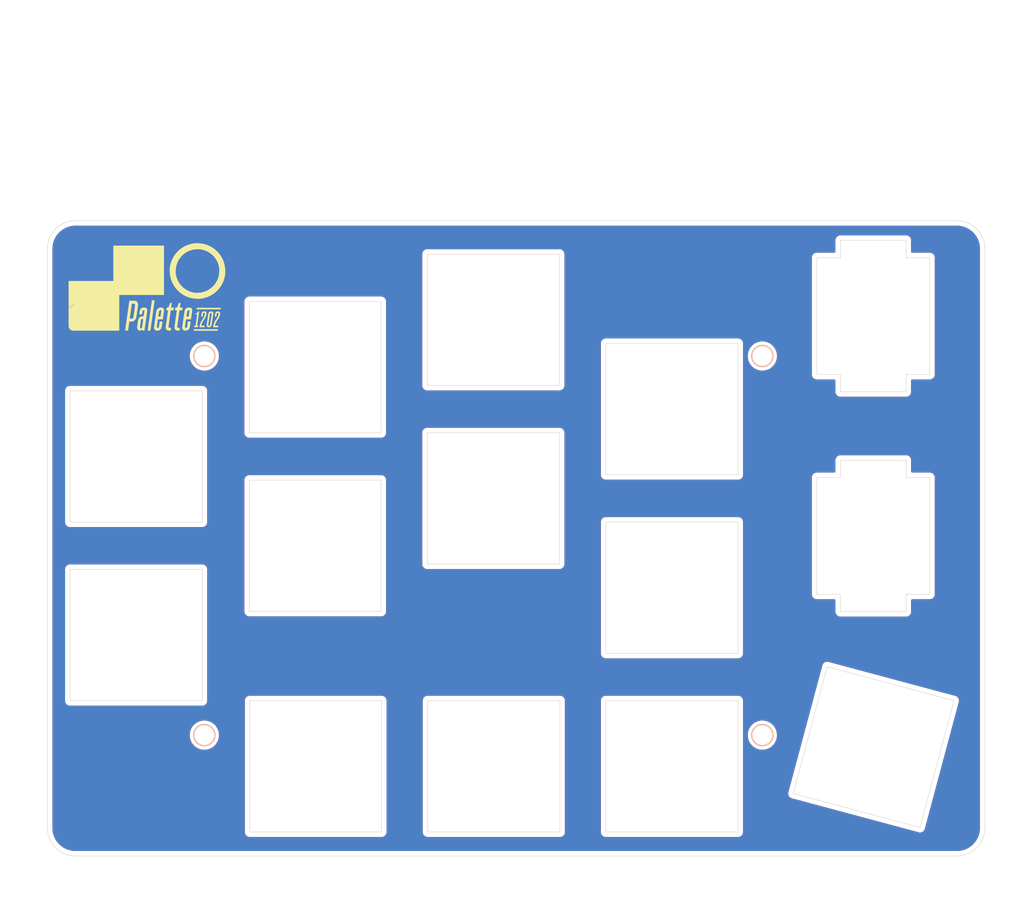
<source format=kicad_pcb>
(kicad_pcb (version 20171130) (host pcbnew "(5.1.4-0-10_14)")

  (general
    (thickness 1.6)
    (drawings 291)
    (tracks 0)
    (zones 0)
    (modules 4)
    (nets 1)
  )

  (page A4)
  (layers
    (0 F.Cu signal)
    (31 B.Cu signal)
    (32 B.Adhes user)
    (33 F.Adhes user)
    (34 B.Paste user)
    (35 F.Paste user)
    (36 B.SilkS user)
    (37 F.SilkS user)
    (38 B.Mask user)
    (39 F.Mask user)
    (40 Dwgs.User user)
    (41 Cmts.User user)
    (42 Eco1.User user)
    (43 Eco2.User user)
    (44 Edge.Cuts user)
    (45 Margin user)
    (46 B.CrtYd user)
    (47 F.CrtYd user)
    (48 B.Fab user)
    (49 F.Fab user)
  )

  (setup
    (last_trace_width 0.25)
    (user_trace_width 0.5)
    (trace_clearance 0.2)
    (zone_clearance 0.508)
    (zone_45_only yes)
    (trace_min 0.1)
    (via_size 0.8)
    (via_drill 0.4)
    (via_min_size 0.4)
    (via_min_drill 0.3)
    (uvia_size 0.3)
    (uvia_drill 0.1)
    (uvias_allowed no)
    (uvia_min_size 0.2)
    (uvia_min_drill 0.1)
    (edge_width 0.05)
    (segment_width 0.2)
    (pcb_text_width 0.3)
    (pcb_text_size 1.5 1.5)
    (mod_edge_width 0)
    (mod_text_size 1 1)
    (mod_text_width 0.15)
    (pad_size 1.8 1.8)
    (pad_drill 0.9)
    (pad_to_mask_clearance 0.051)
    (solder_mask_min_width 0.25)
    (aux_axis_origin 0 0)
    (grid_origin 111.76 69.596)
    (visible_elements FFFFEF7F)
    (pcbplotparams
      (layerselection 0x010f0_ffffffff)
      (usegerberextensions true)
      (usegerberattributes false)
      (usegerberadvancedattributes false)
      (creategerberjobfile false)
      (excludeedgelayer true)
      (linewidth 0.100000)
      (plotframeref false)
      (viasonmask false)
      (mode 1)
      (useauxorigin false)
      (hpglpennumber 1)
      (hpglpenspeed 20)
      (hpglpendiameter 15.000000)
      (psnegative false)
      (psa4output false)
      (plotreference true)
      (plotvalue true)
      (plotinvisibletext false)
      (padsonsilk false)
      (subtractmaskfromsilk false)
      (outputformat 1)
      (mirror false)
      (drillshape 0)
      (scaleselection 1)
      (outputdirectory "gerber/front/"))
  )

  (net 0 "")

  (net_class Default "これはデフォルトのネット クラスです。"
    (clearance 0.2)
    (trace_width 0.25)
    (via_dia 0.8)
    (via_drill 0.4)
    (uvia_dia 0.3)
    (uvia_drill 0.1)
  )

  (module nilgiri:M2_vis (layer F.Cu) (tedit 5DB472A6) (tstamp 5DDAC86F)
    (at 162.592 111.4298)
    (path /5DB4CBB6)
    (fp_text reference H8 (at 0 2) (layer F.SilkS) hide
      (effects (font (size 1 1) (thickness 0.15)))
    )
    (fp_text value MountingHole (at 0 -2.25) (layer F.Fab) hide
      (effects (font (size 1 1) (thickness 0.15)))
    )
    (fp_circle (center 0 0) (end 1 0) (layer F.SilkS) (width 0.4))
    (fp_circle (center 0 0) (end 1 0) (layer B.SilkS) (width 0.4))
    (pad "" np_thru_hole circle (at 0 0) (size 2.1 2.1) (drill 2.1) (layers *.Cu *.Mask))
  )

  (module nilgiri:M2_vis (layer F.Cu) (tedit 5DB472A6) (tstamp 5DDAC802)
    (at 162.592 70.993)
    (path /5DB4C9C3)
    (fp_text reference H7 (at 0 2) (layer F.SilkS) hide
      (effects (font (size 1 1) (thickness 0.15)))
    )
    (fp_text value MountingHole (at 0 -2.25) (layer F.Fab) hide
      (effects (font (size 1 1) (thickness 0.15)))
    )
    (fp_circle (center 0 0) (end 1 0) (layer B.SilkS) (width 0.4))
    (fp_circle (center 0 0) (end 1 0) (layer F.SilkS) (width 0.4))
    (pad "" np_thru_hole circle (at 0 0) (size 2.1 2.1) (drill 2.1) (layers *.Cu *.Mask))
  )

  (module nilgiri:M2_vis (layer F.Cu) (tedit 5DB472A6) (tstamp 5DDAC85D)
    (at 103.0732 111.4298)
    (path /5DB4B5D0)
    (fp_text reference H6 (at 0 2) (layer F.SilkS) hide
      (effects (font (size 1 1) (thickness 0.15)))
    )
    (fp_text value MountingHole (at 0 -2.25) (layer F.Fab) hide
      (effects (font (size 1 1) (thickness 0.15)))
    )
    (fp_circle (center 0 0) (end 1 0) (layer F.SilkS) (width 0.4))
    (fp_circle (center 0 0) (end 1 0) (layer B.SilkS) (width 0.4))
    (pad "" np_thru_hole circle (at 0 0) (size 2.1 2.1) (drill 2.1) (layers *.Cu *.Mask))
  )

  (module nilgiri:M2_vis (layer F.Cu) (tedit 5DB472A6) (tstamp 5DB7B249)
    (at 103.0732 70.993)
    (path /5DB4C3DF)
    (fp_text reference H5 (at 0 2) (layer F.SilkS) hide
      (effects (font (size 1 1) (thickness 0.15)))
    )
    (fp_text value MountingHole (at 0 -2.25) (layer F.Fab) hide
      (effects (font (size 1 1) (thickness 0.15)))
    )
    (fp_circle (center 0 0) (end 1 0) (layer F.SilkS) (width 0.4))
    (fp_circle (center 0 0) (end 1 0) (layer B.SilkS) (width 0.4))
    (pad "" np_thru_hole circle (at 0 0) (size 2.1 2.1) (drill 2.1) (layers *.Cu *.Mask))
  )

  (gr_poly (pts (xy 101.707421 66.70093) (xy 101.778859 66.229971) (xy 101.782827 66.205044) (xy 101.785799 66.180864) (xy 101.787771 66.157436) (xy 101.78874 66.134763) (xy 101.7887 66.112851) (xy 101.78765 66.091701) (xy 101.785583 66.07132) (xy 101.782497 66.051709) (xy 101.778389 66.032874) (xy 101.773253 66.014817) (xy 101.767086 65.997544) (xy 101.759884 65.981057) (xy 101.751643 65.965361) (xy 101.74236 65.950459) (xy 101.73203 65.936356) (xy 101.72065 65.923055) (xy 101.708401 65.910094) (xy 101.695458 65.897997) (xy 101.68181 65.886761) (xy 101.667445 65.876381) (xy 101.652351 65.866854) (xy 101.636516 65.858175) (xy 101.61993 65.850342) (xy 101.602581 65.843349) (xy 101.584456 65.837194) (xy 101.565544 65.831872) (xy 101.545834 65.827379) (xy 101.525314 65.823712) (xy 101.503972 65.820866) (xy 101.481797 65.818839) (xy 101.458777 65.817625) (xy 101.434901 65.817221) (xy 101.411336 65.817655) (xy 101.388268 65.818958) (xy 101.365695 65.821128) (xy 101.343619 65.824167) (xy 101.322039 65.828073) (xy 101.300955 65.832848) (xy 101.280367 65.838491) (xy 101.260275 65.845002) (xy 101.240679 65.852382) (xy 101.22158 65.860629) (xy 101.202976 65.869745) (xy 101.184869 65.879729) (xy 101.167257 65.890581) (xy 101.150142 65.902301) (xy 101.133523 65.91489) (xy 101.1174 65.928346) (xy 101.101896 65.94261) (xy 101.087133 65.957626) (xy 101.073106 65.973401) (xy 101.059812 65.989944) (xy 101.047246 66.007262) (xy 101.035405 66.025363) (xy 101.024285 66.044255) (xy 101.013882 66.063945) (xy 101.004192 66.084441) (xy 100.995211 66.105751) (xy 100.986936 66.127883) (xy 100.979362 66.150844) (xy 100.972486 66.174643) (xy 100.966303 66.199286) (xy 100.96081 66.224782) (xy 100.956004 66.251138) (xy 100.720525 67.854514) (xy 100.717052 67.880434) (xy 100.714567 67.905606) (xy 100.713066 67.930026) (xy 100.712546 67.953691) (xy 100.713003 67.976595) (xy 100.714432 67.998737) (xy 100.716831 68.020111) (xy 100.720194 68.040714) (xy 100.724519 68.060541) (xy 100.729801 68.07959) (xy 100.736036 68.097855) (xy 100.743221 68.115334) (xy 100.751352 68.132023) (xy 100.760425 68.147916) (xy 100.770435 68.163012) (xy 100.781379 68.177305) (xy 100.793629 68.190761) (xy 100.806572 68.20335) (xy 100.82022 68.21507) (xy 100.834586 68.225922) (xy 100.84968 68.235906) (xy 100.865514 68.245022) (xy 100.8821 68.253269) (xy 100.89945 68.260649) (xy 100.917575 68.26716) (xy 100.936486 68.272803) (xy 100.956196 68.277578) (xy 100.976716 68.281484) (xy 100.998058 68.284523) (xy 101.020233 68.286693) (xy 101.043253 68.287996) (xy 101.06713 68.28843) (xy 101.090694 68.287965) (xy 101.113762 68.286575) (xy 101.136334 68.284261) (xy 101.158411 68.28103) (xy 101.179991 68.276883) (xy 101.201075 68.271826) (xy 101.221663 68.265862) (xy 101.241754 68.258995) (xy 101.26135 68.251228) (xy 101.28045 68.242567) (xy 101.299053 68.233014) (xy 101.317161 68.222573) (xy 101.334772 68.211249) (xy 101.351887 68.199045) (xy 101.368506 68.185966) (xy 101.384629 68.172014) (xy 101.400102 68.157194) (xy 101.414777 68.141509) (xy 101.428661 68.124964) (xy 101.441763 68.107563) (xy 101.454089 68.089309) (xy 101.465647 68.070206) (xy 101.476446 68.050258) (xy 101.486494 68.029469) (xy 101.495797 68.007843) (xy 101.504363 67.985384) (xy 101.512201 67.962095) (xy 101.519319 67.937981) (xy 101.525723 67.913045) (xy 101.531421 67.887292) (xy 101.536423 67.860724) (xy 101.540734 67.833347) (xy 101.617463 67.309473) (xy 101.321129 67.309473) (xy 101.244401 67.833347) (xy 101.241578 67.852571) (xy 101.238065 67.870554) (xy 101.233855 67.887297) (xy 101.228939 67.9028) (xy 101.22331 67.917063) (xy 101.216961 67.930085) (xy 101.209882 67.941867) (xy 101.206068 67.947293) (xy 101.202068 67.952409) (xy 101.197882 67.957215) (xy 101.193509 67.961711) (xy 101.188948 67.965897) (xy 101.184198 67.969773) (xy 101.179258 67.973338) (xy 101.174128 67.976594) (xy 101.168805 67.979539) (xy 101.16329 67.982175) (xy 101.157581 67.9845) (xy 101.151677 67.986516) (xy 101.145577 67.988221) (xy 101.139281 67.989616) (xy 101.132787 67.990701) (xy 101.126094 67.991476) (xy 101.119202 67.991941) (xy 101.112109 67.992096) (xy 101.105047 67.991941) (xy 101.098249 67.991476) (xy 101.091715 67.990701) (xy 101.085444 67.989616) (xy 101.079437 67.988221) (xy 101.073693 67.986515) (xy 101.068212 67.9845) (xy 101.062996 67.982175) (xy 101.058043 67.979539) (xy 101.053353 67.976594) (xy 101.048927 67.973338) (xy 101.044764 67.969772) (xy 101.040865 67.965897) (xy 101.03723 67.961711) (xy 101.033858 67.957215) (xy 101.03075 67.952409) (xy 101.027905 67.947293) (xy 101.025324 67.941867) (xy 101.023006 67.936131) (xy 101.020952 67.930085) (xy 101.019161 67.923729) (xy 101.017634 67.917062) (xy 101.016371 67.910086) (xy 101.015371 67.9028) (xy 101.014634 67.895203) (xy 101.014161 67.887297) (xy 101.013952 67.87908) (xy 101.014006 67.870554) (xy 101.014324 67.861717) (xy 101.014905 67.85257) (xy 101.01575 67.843114) (xy 101.016859 67.833347) (xy 101.125338 67.081931) (xy 101.649212 67.081931) (xy 101.707421 66.690347) (xy 101.41109 66.679763) (xy 101.395213 66.782951) (xy 101.167672 66.782951) (xy 101.254984 66.248493) (xy 101.258768 66.232153) (xy 101.263175 66.216867) (xy 101.26821 66.202635) (xy 101.273877 66.189458) (xy 101.28018 66.177334) (xy 101.283571 66.171668) (xy 101.287122 66.166265) (xy 101.290834 66.161126) (xy 101.294708 66.15625) (xy 101.298743 66.151638) (xy 101.30294 66.14729) (xy 101.307301 66.143205) (xy 101.311824 66.139383) (xy 101.316512 66.135825) (xy 101.321363 66.132531) (xy 101.326379 66.1295) (xy 101.331561 66.126733) (xy 101.336908 66.124229) (xy 101.342421 66.121989) (xy 101.348101 66.120012) (xy 101.353948 66.118299) (xy 101.359963 66.11685) (xy 101.366146 66.115664) (xy 101.372497 66.114741) (xy 101.379017 66.114083) (xy 101.385707 66.113687) (xy 101.392567 66.113555) (xy 101.398894 66.113679) (xy 101.40498 66.114052) (xy 101.410834 66.114672) (xy 101.416463 66.11554) (xy 101.421875 66.116656) (xy 101.427077 66.11802) (xy 101.432078 66.119633) (xy 101.436886 66.121493) (xy 101.441507 66.123602) (xy 101.44595 66.125958) (xy 101.450222 66.128562) (xy 101.454332 66.131415) (xy 101.458286 66.134515) (xy 101.462094 66.137864) (xy 101.465762 66.141461) (xy 101.469298 66.145305) (xy 101.472615 66.149429) (xy 101.475618 66.153863) (xy 101.478303 66.158607) (xy 101.480666 66.163661) (xy 101.482704 66.169025) (xy 101.484413 66.174699) (xy 101.485788 66.180683) (xy 101.486826 66.186977) (xy 101.487523 66.193581) (xy 101.487875 66.200495) (xy 101.487878 66.20772) (xy 101.487528 66.215254) (xy 101.486822 66.223099) (xy 101.485755 66.231253) (xy 101.484325 66.239718) (xy 101.482525 66.248493) (xy 101.41109 66.698285) (xy 101.707421 66.70093)) (layer F.SilkS) (width 0))
  (gr_poly (pts (xy 102.345069 64.888533) (xy 102.497431 64.884681) (xy 102.647808 64.873247) (xy 102.796013 64.854417) (xy 102.941859 64.828377) (xy 103.085158 64.795312) (xy 103.225724 64.755408) (xy 103.363369 64.70885) (xy 103.497907 64.655824) (xy 103.629151 64.596515) (xy 103.756913 64.53111) (xy 103.881007 64.459793) (xy 104.001246 64.38275) (xy 104.117442 64.300167) (xy 104.229409 64.212229) (xy 104.33696 64.119122) (xy 104.439907 64.021031) (xy 104.538063 63.918141) (xy 104.631243 63.81064) (xy 104.719257 63.698711) (xy 104.801921 63.582541) (xy 104.879046 63.462314) (xy 104.950445 63.338218) (xy 105.015933 63.210436) (xy 105.07532 63.079155) (xy 105.128421 62.944561) (xy 105.175049 62.806838) (xy 105.215017 62.666173) (xy 105.248137 62.52275) (xy 105.274222 62.376756) (xy 105.293086 62.228376) (xy 105.304542 62.077795) (xy 105.308402 61.9252) (xy 105.304549 61.772837) (xy 105.293115 61.62246) (xy 105.274285 61.474255) (xy 105.248245 61.32841) (xy 105.21518 61.18511) (xy 105.175276 61.044544) (xy 105.128718 60.906899) (xy 105.075692 60.772361) (xy 105.016384 60.641117) (xy 104.950978 60.513355) (xy 104.879661 60.389261) (xy 104.802618 60.269022) (xy 104.720035 60.152826) (xy 104.632097 60.040859) (xy 104.53899 59.933309) (xy 104.440899 59.830362) (xy 104.33801 59.732205) (xy 104.230508 59.639026) (xy 104.118579 59.551011) (xy 104.002409 59.468347) (xy 103.882182 59.391223) (xy 103.758086 59.319823) (xy 103.630304 59.254336) (xy 103.499023 59.194948) (xy 103.364429 59.141847) (xy 103.226706 59.095219) (xy 103.086041 59.055252) (xy 102.942618 59.022132) (xy 102.796624 58.996046) (xy 102.648244 58.977182) (xy 102.497664 58.965727) (xy 102.345069 58.961867) (xy 102.192706 58.965719) (xy 102.042329 58.977153) (xy 101.894124 58.995983) (xy 101.748278 59.022023) (xy 101.604979 59.055088) (xy 101.464413 59.094992) (xy 101.326767 59.14155) (xy 101.192229 59.194576) (xy 101.060986 59.253885) (xy 100.933223 59.31929) (xy 100.809129 59.390607) (xy 100.688891 59.46765) (xy 100.572694 59.550233) (xy 100.460728 59.638171) (xy 100.353177 59.731278) (xy 100.25023 59.829369) (xy 100.152073 59.932259) (xy 100.058894 60.03976) (xy 99.970879 60.151689) (xy 99.888216 60.267859) (xy 99.811091 60.388086) (xy 99.739692 60.512182) (xy 99.674204 60.639964) (xy 99.614817 60.771245) (xy 99.561716 60.905839) (xy 99.515088 61.043562) (xy 99.47512 61.184227) (xy 99.442 61.32765) (xy 99.415915 61.473644) (xy 99.397051 61.622024) (xy 99.385595 61.772605) (xy 99.381735 61.9252) (xy 100.016736 61.9252) (xy 100.019773 61.80562) (xy 100.028786 61.687582) (xy 100.043627 61.571235) (xy 100.064149 61.456727) (xy 100.090203 61.344205) (xy 100.121642 61.233818) (xy 100.158318 61.125712) (xy 100.200084 61.020036) (xy 100.246791 60.916937) (xy 100.298291 60.816563) (xy 100.354438 60.719062) (xy 100.415083 60.624582) (xy 100.480079 60.53327) (xy 100.549277 60.445274) (xy 100.622531 60.360743) (xy 100.699691 60.279823) (xy 100.780611 60.202662) (xy 100.865143 60.129409) (xy 100.953139 60.06021) (xy 101.044451 59.995215) (xy 101.138931 59.93457) (xy 101.236432 59.878423) (xy 101.336805 59.826922) (xy 101.439904 59.780215) (xy 101.545581 59.73845) (xy 101.653686 59.701773) (xy 101.764074 59.670334) (xy 101.876596 59.64428) (xy 101.991104 59.623759) (xy 102.107451 59.608917) (xy 102.225488 59.599904) (xy 102.345069 59.596867) (xy 102.464649 59.599904) (xy 102.582686 59.608917) (xy 102.699033 59.623759) (xy 102.813541 59.64428) (xy 102.926063 59.670334) (xy 103.03645 59.701773) (xy 103.144556 59.73845) (xy 103.250233 59.780215) (xy 103.353332 59.826922) (xy 103.453705 59.878423) (xy 103.551206 59.93457) (xy 103.645687 59.995215) (xy 103.736999 60.06021) (xy 103.824994 60.129409) (xy 103.909526 60.202662) (xy 103.990446 60.279823) (xy 104.067607 60.360743) (xy 104.140861 60.445275) (xy 104.210059 60.53327) (xy 104.275055 60.624582) (xy 104.3357 60.719062) (xy 104.391847 60.816563) (xy 104.443348 60.916937) (xy 104.490055 61.020036) (xy 104.531821 61.125712) (xy 104.568497 61.233818) (xy 104.599936 61.344206) (xy 104.62599 61.456727) (xy 104.646512 61.571236) (xy 104.661353 61.687582) (xy 104.670366 61.80562) (xy 104.673403 61.9252) (xy 104.670366 62.04478) (xy 104.661353 62.162818) (xy 104.646512 62.279165) (xy 104.62599 62.393673) (xy 104.599936 62.506194) (xy 104.568497 62.616582) (xy 104.531821 62.724688) (xy 104.490055 62.830364) (xy 104.443348 62.933463) (xy 104.391847 63.033837) (xy 104.3357 63.131338) (xy 104.275055 63.225818) (xy 104.21006 63.31713) (xy 104.140861 63.405126) (xy 104.067608 63.489657) (xy 103.990447 63.570577) (xy 103.909527 63.647738) (xy 103.824995 63.720991) (xy 103.737 63.79019) (xy 103.645688 63.855185) (xy 103.551207 63.91583) (xy 103.453706 63.971977) (xy 103.353332 64.023478) (xy 103.250233 64.070185) (xy 103.144557 64.11195) (xy 103.036451 64.148627) (xy 102.926063 64.180066) (xy 102.813541 64.20612) (xy 102.699033 64.226641) (xy 102.582687 64.241483) (xy 102.464649 64.250496) (xy 102.345069 64.253533) (xy 102.345069 64.888533)) (layer F.SilkS) (width 0))
  (gr_poly (pts (xy 98.135547 61.20818) (xy 98.135547 63.843429) (xy 93.997464 63.843429) (xy 93.997464 59.845575) (xy 98.135547 59.845575) (xy 98.135547 61.401325) (xy 98.770547 61.393388) (xy 98.770547 59.213222) (xy 93.36511 59.213222) (xy 93.36511 62.988825) (xy 88.594673 62.988825) (xy 88.594673 65.848971) (xy 89.229673 65.502367) (xy 89.229673 63.623826) (xy 93.367756 63.623826) (xy 93.367756 67.658721) (xy 89.457214 67.658721) (xy 89.445388 67.658422) (xy 89.43373 67.657532) (xy 89.422254 67.656068) (xy 89.410974 67.654045) (xy 89.399904 67.651477) (xy 89.389056 67.648379) (xy 89.378444 67.644767) (xy 89.368083 67.640655) (xy 89.357985 67.636059) (xy 89.348164 67.630994) (xy 89.338634 67.625474) (xy 89.329408 67.619515) (xy 89.3205 67.613131) (xy 89.311924 67.606338) (xy 89.303692 67.59915) (xy 89.295819 67.591583) (xy 89.288317 67.583652) (xy 89.281202 67.575372) (xy 89.274485 67.566757) (xy 89.268182 67.557823) (xy 89.262305 67.548585) (xy 89.256867 67.539057) (xy 89.251883 67.529256) (xy 89.247367 67.519195) (xy 89.24333 67.50889) (xy 89.239788 67.498356) (xy 89.236754 67.487607) (xy 89.234241 67.47666) (xy 89.232262 67.465529) (xy 89.230833 67.454228) (xy 89.229965 67.442773) (xy 89.229673 67.43118) (xy 89.229673 65.465325) (xy 88.594673 65.825159) (xy 88.594673 67.785721) (xy 88.595334 67.811854) (xy 88.597296 67.837645) (xy 88.600528 67.863061) (xy 88.604997 67.888072) (xy 88.610672 67.912644) (xy 88.61752 67.936747) (xy 88.625509 67.960348) (xy 88.634608 67.983415) (xy 88.644784 68.005916) (xy 88.656006 68.027819) (xy 88.668241 68.049092) (xy 88.681458 68.069704) (xy 88.695624 68.089622) (xy 88.710708 68.108814) (xy 88.726678 68.127248) (xy 88.743501 68.144893) (xy 88.761145 68.161716) (xy 88.77958 68.177685) (xy 88.798772 68.192769) (xy 88.81869 68.206936) (xy 88.839301 68.220152) (xy 88.860575 68.232387) (xy 88.882478 68.243609) (xy 88.904979 68.253785) (xy 88.928046 68.262884) (xy 88.951647 68.270873) (xy 88.97575 68.277721) (xy 89.000322 68.283396) (xy 89.025333 68.287865) (xy 89.050749 68.291097) (xy 89.07654 68.293059) (xy 89.102672 68.293721) (xy 94.00011 68.293721) (xy 94.00011 64.483721) (xy 98.770547 64.483721) (xy 98.770547 61.197596) (xy 98.135547 61.20818)) (layer F.SilkS) (width 0))
  (gr_poly (pts (xy 102.249817 66.015659) (xy 102.273631 65.846325) (xy 104.840088 65.846325) (xy 104.818923 66.015659) (xy 102.249817 66.015659)) (layer F.SilkS) (width 0))
  (gr_poly (pts (xy 101.927025 68.296367) (xy 101.950839 68.129679) (xy 104.517296 68.129679) (xy 104.496131 68.296367) (xy 101.927025 68.296367)) (layer F.SilkS) (width 0))
  (gr_poly (pts (xy 104.758067 66.505138) (xy 104.75186 66.541348) (xy 104.745127 66.576534) (xy 104.737836 66.610666) (xy 104.729955 66.643713) (xy 104.721455 66.675644) (xy 104.712303 66.706428) (xy 104.702469 66.736033) (xy 104.691922 66.76443) (xy 104.680878 66.792831) (xy 104.669556 66.820488) (xy 104.657923 66.847401) (xy 104.64595 66.87357) (xy 104.633604 66.898994) (xy 104.620855 66.923675) (xy 104.607673 66.947611) (xy 104.594025 66.970804) (xy 104.580129 66.994373) (xy 104.566202 67.017478) (xy 104.552213 67.040148) (xy 104.538132 67.062416) (xy 104.523926 67.084311) (xy 104.509565 67.105865) (xy 104.495018 67.127109) (xy 104.480254 67.148075) (xy 104.46549 67.169034) (xy 104.450943 67.190242) (xy 104.436582 67.211698) (xy 104.422376 67.233402) (xy 104.394305 67.277555) (xy 104.366482 67.322699) (xy 104.34081 67.368918) (xy 104.328206 67.392555) (xy 104.315881 67.416626) (xy 104.303928 67.441193) (xy 104.292441 67.466319) (xy 104.281511 67.492064) (xy 104.271233 67.518491) (xy 104.260691 67.545658) (xy 104.250893 67.573599) (xy 104.241839 67.602347) (xy 104.23353 67.631931) (xy 104.225964 67.662384) (xy 104.219143 67.693736) (xy 104.213066 67.726018) (xy 104.207734 67.759262) (xy 104.570214 67.759262) (xy 104.549046 67.928595) (xy 104.017233 67.92595) (xy 104.038399 67.759262) (xy 104.044606 67.722179) (xy 104.051339 67.686336) (xy 104.058631 67.651734) (xy 104.066512 67.618371) (xy 104.075013 67.586249) (xy 104.084165 67.555367) (xy 104.093999 67.525726) (xy 104.104546 67.497325) (xy 104.115589 67.469791) (xy 104.126912 67.442754) (xy 104.138544 67.416213) (xy 104.150518 67.390168) (xy 104.162863 67.364619) (xy 104.175612 67.339566) (xy 104.188795 67.31501) (xy 104.202443 67.290949) (xy 104.216338 67.26738) (xy 104.230265 67.244275) (xy 104.244254 67.221605) (xy 104.258336 67.199338) (xy 104.272542 67.177442) (xy 104.286903 67.155888) (xy 104.30145 67.134644) (xy 104.316214 67.113679) (xy 104.330978 67.092719) (xy 104.345524 67.071511) (xy 104.359885 67.050055) (xy 104.374091 67.028351) (xy 104.402162 66.984198) (xy 104.429984 66.939054) (xy 104.455656 66.892876) (xy 104.46826 66.869337) (xy 104.480585 66.845458) (xy 104.492538 66.821206) (xy 104.504026 66.796551) (xy 104.514956 66.771462) (xy 104.525235 66.745908) (xy 104.535777 66.719502) (xy 104.545575 66.691917) (xy 104.554629 66.663216) (xy 104.562938 66.633461) (xy 104.570504 66.602713) (xy 104.577325 66.571036) (xy 104.583402 66.53849) (xy 104.588734 66.505138) (xy 104.590255 66.492177) (xy 104.590669 66.486021) (xy 104.590853 66.48008) (xy 104.590809 66.474354) (xy 104.590537 66.468843) (xy 104.590038 66.463547) (xy 104.589313 66.458464) (xy 104.588364 66.453594) (xy 104.587191 66.448936) (xy 104.585795 66.444491) (xy 104.584177 66.440258) (xy 104.582338 66.436236) (xy 104.580279 66.432424) (xy 104.578001 66.428823) (xy 104.575506 66.425432) (xy 104.572793 66.42225) (xy 104.569864 66.419276) (xy 104.56672 66.416511) (xy 104.563362 66.413954) (xy 104.55979 66.411605) (xy 104.556007 66.409462) (xy 104.552012 66.407525) (xy 104.547807 66.405795) (xy 104.543393 66.404269) (xy 104.53877 66.402949) (xy 104.53394 66.401833) (xy 104.528904 66.400921) (xy 104.523662 66.400213) (xy 104.518216 66.399708) (xy 104.506714 66.399304) (xy 104.500839 66.399405) (xy 104.495118 66.399708) (xy 104.489553 66.400213) (xy 104.484142 66.400921) (xy 104.478887 66.401833) (xy 104.473786 66.402949) (xy 104.468841 66.404269) (xy 104.464051 66.405795) (xy 104.459415 66.407525) (xy 104.454935 66.409462) (xy 104.450609 66.411605) (xy 104.446439 66.413954) (xy 104.442424 66.416511) (xy 104.438564 66.419276) (xy 104.434858 66.42225) (xy 104.431308 66.425432) (xy 104.427913 66.428823) (xy 104.424673 66.432424) (xy 104.421588 66.436236) (xy 104.418658 66.440258) (xy 104.415882 66.444491) (xy 104.413262 66.448936) (xy 104.410797 66.453594) (xy 104.408487 66.458464) (xy 104.406332 66.463547) (xy 104.404332 66.468843) (xy 104.402488 66.474354) (xy 104.400798 66.48008) (xy 104.399263 66.486021) (xy 104.397883 66.492177) (xy 104.395588 66.505138) (xy 104.353255 66.788242) (xy 104.183922 66.788242) (xy 104.226256 66.502492) (xy 104.228985 66.486833) (xy 104.232209 66.471609) (xy 104.23593 66.45682) (xy 104.240147 66.442464) (xy 104.24486 66.428542) (xy 104.250068 66.415055) (xy 104.255774 66.402001) (xy 104.261975 66.389382) (xy 104.268672 66.377196) (xy 104.275865 66.365445) (xy 104.283555 66.354128) (xy 104.29174 66.343245) (xy 104.300422 66.332796) (xy 104.3096 66.322781) (xy 104.319274 66.3132) (xy 104.329444 66.304054) (xy 104.340016 66.294938) (xy 104.350895 66.286438) (xy 104.362075 66.27855) (xy 104.373555 66.271271) (xy 104.385328 66.264596) (xy 104.397393 66.258522) (xy 104.409744 66.253045) (xy 104.422378 66.248161) (xy 104.435291 66.243866) (xy 104.44848 66.240156) (xy 104.461939 66.237028) (xy 104.475666 66.234477) (xy 104.489657 66.232499) (xy 104.503907 66.231092) (xy 104.518413 66.23025) (xy 104.533171 66.22997) (xy 104.547837 66.23025) (xy 104.562069 66.231092) (xy 104.575867 66.232499) (xy 104.58923 66.234477) (xy 104.60216 66.237028) (xy 104.614655 66.240156) (xy 104.626716 66.243866) (xy 104.638343 66.248161) (xy 104.649537 66.253045) (xy 104.660296 66.258522) (xy 104.670621 66.264596) (xy 104.680511 66.271271) (xy 104.689968 66.27855) (xy 104.698991 66.286438) (xy 104.70758 66.294938) (xy 104.715735 66.304054) (xy 104.723332 66.313666) (xy 104.73025 66.323655) (xy 104.736495 66.334023) (xy 104.742068 66.344775) (xy 104.746976 66.355915) (xy 104.75122 66.367446) (xy 104.754806 66.379372) (xy 104.757736 66.391697) (xy 104.760016 66.404426) (xy 104.761648 66.417561) (xy 104.762637 66.431108) (xy 104.762986 66.445069) (xy 104.7627 66.459449) (xy 104.761782 66.474251) (xy 104.760237 66.489479) (xy 104.758067 66.505138)) (layer F.SilkS) (width 0))
  (gr_poly (pts (xy 103.927275 67.206284) (xy 104.03311 66.497201) (xy 104.03525 66.482008) (xy 104.036712 66.467192) (xy 104.037499 66.452756) (xy 104.037616 66.438703) (xy 104.037066 66.425038) (xy 104.035854 66.411764) (xy 104.033983 66.398885) (xy 104.031456 66.386406) (xy 104.028279 66.37433) (xy 104.024454 66.362661) (xy 104.019986 66.351402) (xy 104.014878 66.340559) (xy 104.009135 66.330134) (xy 104.00276 66.320131) (xy 103.995758 66.310555) (xy 103.988131 66.301408) (xy 103.979976 66.292757) (xy 103.971387 66.28466) (xy 103.962364 66.277113) (xy 103.952908 66.270113) (xy 103.943017 66.263656) (xy 103.932692 66.257737) (xy 103.921933 66.252353) (xy 103.91074 66.2475) (xy 103.899112 66.243174) (xy 103.887051 66.239371) (xy 103.874556 66.236087) (xy 103.861626 66.233319) (xy 103.848263 66.231063) (xy 103.834465 66.229314) (xy 103.820233 66.22807) (xy 103.805567 66.227325) (xy 103.790838 66.227604) (xy 103.776411 66.228441) (xy 103.762279 66.229837) (xy 103.748433 66.23179) (xy 103.734867 66.234301) (xy 103.721572 66.237371) (xy 103.70854 66.240999) (xy 103.695765 66.245185) (xy 103.683237 66.249929) (xy 103.67095 66.255231) (xy 103.658896 66.261091) (xy 103.647066 66.267509) (xy 103.635453 66.274485) (xy 103.62405 66.28202) (xy 103.612848 66.290112) (xy 103.60184 66.298763) (xy 103.59167 66.307909) (xy 103.581996 66.317485) (xy 103.572818 66.327488) (xy 103.564136 66.337913) (xy 103.555951 66.348757) (xy 103.548261 66.360015) (xy 103.541068 66.371685) (xy 103.534371 66.383761) (xy 103.52817 66.39624) (xy 103.522465 66.409118) (xy 103.517256 66.422392) (xy 103.512543 66.436057) (xy 103.508326 66.45011) (xy 103.504605 66.464547) (xy 103.501381 66.479363) (xy 103.498652 66.494555) (xy 103.324027 67.658722) (xy 103.321857 67.673915) (xy 103.320311 67.688731) (xy 103.319392 67.703167) (xy 103.319106 67.71722) (xy 103.319456 67.730885) (xy 103.320445 67.744159) (xy 103.322077 67.757038) (xy 103.324357 67.769517) (xy 103.327287 67.781593) (xy 103.330873 67.793262) (xy 103.335118 67.804521) (xy 103.340026 67.815364) (xy 103.3456 67.825789) (xy 103.351844 67.835792) (xy 103.358763 67.845368) (xy 103.36636 67.854515) (xy 103.374515 67.863166) (xy 103.383104 67.871263) (xy 103.392126 67.878809) (xy 103.401583 67.88581) (xy 103.411474 67.892267) (xy 103.421799 67.898186) (xy 103.432558 67.90357) (xy 103.443751 67.908423) (xy 103.455378 67.912749) (xy 103.46744 67.916552) (xy 103.479935 67.919835) (xy 103.492865 67.922603) (xy 103.506228 67.924859) (xy 103.520026 67.926608) (xy 103.534258 67.927852) (xy 103.548924 67.928597) (xy 103.563682 67.928318) (xy 103.578188 67.927481) (xy 103.592438 67.926086) (xy 103.606429 67.924132) (xy 103.620156 67.921621) (xy 103.633616 67.918551) (xy 103.646804 67.914923) (xy 103.659717 67.910738) (xy 103.672351 67.905994) (xy 103.684703 67.900692) (xy 103.696767 67.894832) (xy 103.708541 67.888413) (xy 103.72002 67.881437) (xy 103.731201 67.873903) (xy 103.742079 67.86581) (xy 103.752652 67.857159) (xy 103.762851 67.848013) (xy 103.772609 67.838437) (xy 103.781918 67.828434) (xy 103.790768 67.818009) (xy 103.799154 67.807166) (xy 103.807067 67.795907) (xy 103.814499 67.784238) (xy 103.821443 67.772162) (xy 103.827891 67.759683) (xy 103.833835 67.746805) (xy 103.839268 67.733531) (xy 103.844181 67.719866) (xy 103.848567 67.705813) (xy 103.852418 67.691376) (xy 103.855727 67.67656) (xy 103.858485 67.661368) (xy 103.929923 67.174534) (xy 103.760588 67.171889) (xy 103.686505 67.656077) (xy 103.684181 67.668572) (xy 103.682766 67.674518) (xy 103.681183 67.680261) (xy 103.679433 67.685804) (xy 103.677518 67.691144) (xy 103.675438 67.696284) (xy 103.673194 67.701221) (xy 103.670787 67.705958) (xy 103.668219 67.710492) (xy 103.665489 67.714825) (xy 103.6626 67.718957) (xy 103.659552 67.722887) (xy 103.656346 67.726615) (xy 103.652983 67.730142) (xy 103.649464 67.733467) (xy 103.64579 67.736591) (xy 103.641962 67.739514) (xy 103.637981 67.742234) (xy 103.633848 67.744754) (xy 103.629563 67.747071) (xy 103.625129 67.749188) (xy 103.620545 67.751102) (xy 103.615813 67.752815) (xy 103.610933 67.754327) (xy 103.605908 67.755637) (xy 103.600737 67.756745) (xy 103.595421 67.757652) (xy 103.589962 67.758358) (xy 103.584361 67.758861) (xy 103.572735 67.759265) (xy 103.566905 67.759171) (xy 103.561314 67.758887) (xy 103.555957 67.75841) (xy 103.550824 67.757735) (xy 103.545908 67.756858) (xy 103.541202 67.755776) (xy 103.536697 67.754485) (xy 103.532386 67.752981) (xy 103.528261 67.751259) (xy 103.524314 67.749317) (xy 103.520538 67.74715) (xy 103.516925 67.744754) (xy 103.513466 67.742125) (xy 103.510155 67.73926) (xy 103.506983 67.736155) (xy 103.503943 67.732806) (xy 103.501557 67.729705) (xy 103.499364 67.726357) (xy 103.497373 67.72276) (xy 103.495591 67.718915) (xy 103.494027 67.714823) (xy 103.492687 67.710482) (xy 103.49158 67.705893) (xy 103.490713 67.701056) (xy 103.490094 67.695971) (xy 103.489732 67.690638) (xy 103.489632 67.685057) (xy 103.489804 67.679228) (xy 103.490255 67.673151) (xy 103.490993 67.666826) (xy 103.492025 67.660253) (xy 103.493359 67.653431) (xy 103.667985 66.499848) (xy 103.670279 66.487353) (xy 103.673194 66.475663) (xy 103.674884 66.470121) (xy 103.676729 66.46478) (xy 103.678729 66.459641) (xy 103.680883 66.454704) (xy 103.683193 66.449967) (xy 103.685658 66.445433) (xy 103.688279 66.4411) (xy 103.691054 66.436968) (xy 103.693984 66.433038) (xy 103.697069 66.42931) (xy 103.700309 66.425783) (xy 103.703704 66.422457) (xy 103.707254 66.419334) (xy 103.71096 66.416411) (xy 103.71482 66.41369) (xy 103.718835 66.411171) (xy 103.723006 66.408854) (xy 103.727331 66.406737) (xy 103.731811 66.404823) (xy 103.736447 66.40311) (xy 103.741237 66.401598) (xy 103.746182 66.400288) (xy 103.751283 66.39918) (xy 103.756538 66.398273) (xy 103.761949 66.397567) (xy 103.767514 66.397063) (xy 103.773235 66.396761) (xy 103.779111 66.39666) (xy 103.784963 66.396761) (xy 103.790612 66.397063) (xy 103.796058 66.397567) (xy 103.8013 66.398273) (xy 103.806337 66.39918) (xy 103.811166 66.400288) (xy 103.815789 66.401598) (xy 103.820203 66.40311) (xy 103.824408 66.404823) (xy 103.828403 66.406737) (xy 103.832187 66.408854) (xy 103.835758 66.411171) (xy 103.839116 66.41369) (xy 103.84226 66.416411) (xy 103.845189 66.419334) (xy 103.847902 66.422457) (xy 103.850397 66.425783) (xy 103.852675 66.42931) (xy 103.854734 66.433038) (xy 103.856573 66.436968) (xy 103.858191 66.4411) (xy 103.859587 66.445433) (xy 103.86076 66.449967) (xy 103.861709 66.454704) (xy 103.862434 66.459641) (xy 103.862933 66.46478) (xy 103.863205 66.470121) (xy 103.863249 66.475663) (xy 103.863065 66.481407) (xy 103.862651 66.487353) (xy 103.862006 66.4935) (xy 103.86113 66.499848) (xy 103.757943 67.193056) (xy 103.927275 67.206284)) (layer F.SilkS) (width 0))
  (gr_poly (pts (xy 103.305504 66.499846) (xy 103.299299 66.536056) (xy 103.292566 66.571242) (xy 103.285274 66.605374) (xy 103.277394 66.638421) (xy 103.268893 66.670352) (xy 103.259741 66.701136) (xy 103.249907 66.730741) (xy 103.239359 66.759138) (xy 103.228316 66.787539) (xy 103.216994 66.815196) (xy 103.205361 66.842109) (xy 103.193387 66.868278) (xy 103.181042 66.893703) (xy 103.168293 66.918383) (xy 103.15511 66.94232) (xy 103.141463 66.965512) (xy 103.127567 66.989082) (xy 103.113641 67.012186) (xy 103.099652 67.034857) (xy 103.08557 67.057124) (xy 103.071364 67.079019) (xy 103.057003 67.100573) (xy 103.042456 67.121817) (xy 103.027691 67.142783) (xy 103.012927 67.163743) (xy 102.99838 67.18495) (xy 102.98402 67.206406) (xy 102.969814 67.22811) (xy 102.941744 67.272263) (xy 102.913922 67.317407) (xy 102.900279 67.340362) (xy 102.887132 67.363627) (xy 102.874482 67.387263) (xy 102.862327 67.411334) (xy 102.850669 67.435901) (xy 102.839507 67.461027) (xy 102.828841 67.486772) (xy 102.818671 67.513199) (xy 102.808129 67.540366) (xy 102.798331 67.568307) (xy 102.789277 67.597055) (xy 102.780967 67.62664) (xy 102.773402 67.657092) (xy 102.766581 67.688445) (xy 102.760504 67.720727) (xy 102.755171 67.753971) (xy 103.117652 67.753971) (xy 103.096484 67.923303) (xy 102.564671 67.920658) (xy 102.585839 67.753971) (xy 102.592045 67.716888) (xy 102.598778 67.681045) (xy 102.606069 67.646442) (xy 102.61395 67.61308) (xy 102.62245 67.580957) (xy 102.631602 67.550076) (xy 102.641437 67.520434) (xy 102.651984 67.492033) (xy 102.663027 67.464499) (xy 102.67435 67.437462) (xy 102.685982 67.410921) (xy 102.697956 67.384876) (xy 102.710302 67.359327) (xy 102.72305 67.334274) (xy 102.736233 67.309718) (xy 102.74988 67.285657) (xy 102.763776 67.262088) (xy 102.777703 67.238983) (xy 102.791692 67.216313) (xy 102.805774 67.194046) (xy 102.81998 67.17215) (xy 102.834341 67.150596) (xy 102.848888 67.129352) (xy 102.863652 67.108388) (xy 102.878416 67.087428) (xy 102.892963 67.06622) (xy 102.907324 67.044764) (xy 102.92153 67.023059) (xy 102.9496 66.978907) (xy 102.977423 66.933762) (xy 103.003096 66.887584) (xy 103.0157 66.864045) (xy 103.028025 66.840166) (xy 103.039978 66.815914) (xy 103.051465 66.791259) (xy 103.062394 66.76617) (xy 103.072672 66.740616) (xy 103.083215 66.71421) (xy 103.093012 66.686625) (xy 103.102066 66.657924) (xy 103.110376 66.628169) (xy 103.117941 66.597422) (xy 103.124763 66.565744) (xy 103.130839 66.533198) (xy 103.136172 66.499846) (xy 103.137693 66.486885) (xy 103.138107 66.480729) (xy 103.138291 66.474788) (xy 103.138246 66.469062) (xy 103.137974 66.463552) (xy 103.137476 66.458255) (xy 103.136751 66.453172) (xy 103.135802 66.448302) (xy 103.134628 66.443644) (xy 103.133232 66.439199) (xy 103.131614 66.434966) (xy 103.129776 66.430944) (xy 103.127717 66.427132) (xy 103.125439 66.423531) (xy 103.122943 66.42014) (xy 103.12023 66.416958) (xy 103.117302 66.413984) (xy 103.114158 66.41122) (xy 103.110799 66.408662) (xy 103.107228 66.406313) (xy 103.103445 66.40417) (xy 103.09945 66.402233) (xy 103.095245 66.400503) (xy 103.090831 66.398977) (xy 103.086208 66.397657) (xy 103.081378 66.396541) (xy 103.076342 66.395629) (xy 103.0711 66.394921) (xy 103.065654 66.394416) (xy 103.054152 66.394012) (xy 103.048277 66.394113) (xy 103.042556 66.394416) (xy 103.03699 66.394921) (xy 103.03158 66.395629) (xy 103.026325 66.396541) (xy 103.021224 66.397657) (xy 103.016279 66.398977) (xy 103.011488 66.400503) (xy 103.006853 66.402233) (xy 103.002373 66.40417) (xy 102.998047 66.406313) (xy 102.993877 66.408662) (xy 102.989862 66.41122) (xy 102.986001 66.413984) (xy 102.982296 66.416958) (xy 102.978746 66.42014) (xy 102.975351 66.423531) (xy 102.972111 66.427132) (xy 102.969026 66.430944) (xy 102.966096 66.434966) (xy 102.963321 66.439199) (xy 102.960701 66.443644) (xy 102.958236 66.448302) (xy 102.955926 66.453172) (xy 102.953771 66.458255) (xy 102.951771 66.463552) (xy 102.949926 66.469062) (xy 102.948237 66.474788) (xy 102.946702 66.480729) (xy 102.945322 66.486885) (xy 102.943028 66.499846) (xy 102.900693 66.78295) (xy 102.73136 66.78295) (xy 102.773694 66.4972) (xy 102.776423 66.481542) (xy 102.779647 66.466318) (xy 102.783368 66.451528) (xy 102.787585 66.437172) (xy 102.792298 66.423251) (xy 102.797507 66.409763) (xy 102.803213 66.39671) (xy 102.809414 66.38409) (xy 102.816111 66.371905) (xy 102.823304 66.360154) (xy 102.830994 66.348837) (xy 102.839179 66.337954) (xy 102.84786 66.327505) (xy 102.857038 66.31749) (xy 102.866712 66.307909) (xy 102.876881 66.298762) (xy 102.887454 66.289646) (xy 102.898332 66.281146) (xy 102.909513 66.273258) (xy 102.920993 66.265979) (xy 102.932766 66.259304) (xy 102.944831 66.25323) (xy 102.957182 66.247753) (xy 102.969817 66.242869) (xy 102.98273 66.238574) (xy 102.995918 66.234864) (xy 103.009378 66.231736) (xy 103.023105 66.229185) (xy 103.037095 66.227208) (xy 103.051345 66.2258) (xy 103.065851 66.224958) (xy 103.080609 66.224679) (xy 103.095275 66.224958) (xy 103.109507 66.2258) (xy 103.123305 66.227208) (xy 103.136668 66.229185) (xy 103.149598 66.231736) (xy 103.162093 66.234864) (xy 103.174155 66.238574) (xy 103.185782 66.242869) (xy 103.196975 66.247753) (xy 103.207734 66.25323) (xy 103.218059 66.259304) (xy 103.22795 66.265979) (xy 103.237407 66.273258) (xy 103.246429 66.281146) (xy 103.255018 66.289646) (xy 103.263173 66.298762) (xy 103.27077 66.308375) (xy 103.277688 66.318363) (xy 103.283932 66.328732) (xy 103.289506 66.339484) (xy 103.294414 66.350623) (xy 103.298658 66.362154) (xy 103.302244 66.374081) (xy 103.305175 66.386406) (xy 103.307454 66.399135) (xy 103.309087 66.41227) (xy 103.310076 66.425817) (xy 103.310425 66.439778) (xy 103.310139 66.454157) (xy 103.309221 66.468959) (xy 103.307675 66.484187) (xy 103.305504 66.499846)) (layer F.SilkS) (width 0))
  (gr_poly (pts (xy 101.982588 67.920658) (xy 102.003756 67.751325) (xy 102.136048 67.751325) (xy 102.313317 66.52895) (xy 102.300088 66.52895) (xy 102.298042 66.530904) (xy 102.295881 66.532795) (xy 102.293611 66.534624) (xy 102.291241 66.536392) (xy 102.288777 66.538097) (xy 102.286228 66.53974) (xy 102.283602 66.541322) (xy 102.280906 66.542841) (xy 102.278147 66.544298) (xy 102.275335 66.545693) (xy 102.272476 66.547026) (xy 102.269578 66.548298) (xy 102.266649 66.549507) (xy 102.263697 66.550654) (xy 102.260729 66.551739) (xy 102.257754 66.552763) (xy 102.251796 66.554856) (xy 102.245806 66.557104) (xy 102.23361 66.561693) (xy 102.227341 66.563848) (xy 102.224151 66.564849) (xy 102.220918 66.565785) (xy 102.217638 66.566644) (xy 102.214308 66.567413) (xy 102.210924 66.568082) (xy 102.207482 66.568638) (xy 102.203947 66.5696) (xy 102.200289 66.570499) (xy 102.196506 66.571336) (xy 102.192599 66.572111) (xy 102.184414 66.573475) (xy 102.175732 66.574591) (xy 102.166555 66.575459) (xy 102.156881 66.576079) (xy 102.146711 66.576451) (xy 102.136046 66.576575) (xy 102.154566 66.454867) (xy 102.164923 66.454619) (xy 102.17516 66.453875) (xy 102.18528 66.452634) (xy 102.195288 66.450898) (xy 102.205187 66.448666) (xy 102.214981 66.445937) (xy 102.224675 66.442713) (xy 102.234272 66.438992) (xy 102.243776 66.434775) (xy 102.253191 66.430062) (xy 102.26252 66.424853) (xy 102.271768 66.419148) (xy 102.280939 66.412947) (xy 102.290036 66.406249) (xy 102.299063 66.399056) (xy 102.308024 66.391367) (xy 102.316736 66.383274) (xy 102.325011 66.374872) (xy 102.332843 66.366159) (xy 102.34023 66.357136) (xy 102.347167 66.347804) (xy 102.35365 66.338161) (xy 102.359676 66.328208) (xy 102.365241 66.317945) (xy 102.370341 66.307372) (xy 102.374972 66.296489) (xy 102.37913 66.285296) (xy 102.382811 66.273792) (xy 102.386012 66.261979) (xy 102.388728 66.249856) (xy 102.390956 66.237422) (xy 102.392691 66.224679) (xy 102.524983 66.224679) (xy 102.305379 67.748679) (xy 102.43767 67.748679) (xy 102.416503 67.918011) (xy 101.982588 67.920658)) (layer F.SilkS) (width 0))
  (gr_poly (pts (xy 99.947942 66.118846) (xy 99.98763 65.822513) (xy 100.170192 65.822513) (xy 100.358046 65.322451) (xy 100.540608 65.322451) (xy 100.466526 65.822513) (xy 100.762859 65.822513) (xy 100.723172 66.118846) (xy 100.426838 66.118846) (xy 100.191359 67.825408) (xy 100.188538 67.844632) (xy 100.187024 67.862616) (xy 100.186757 67.871142) (xy 100.186819 67.879359) (xy 100.187209 67.887265) (xy 100.187928 67.894862) (xy 100.188977 67.902148) (xy 100.190355 67.909125) (xy 100.192064 67.915791) (xy 100.194104 67.922147) (xy 100.196475 67.928193) (xy 100.199178 67.933929) (xy 100.202213 67.939355) (xy 100.205581 67.944471) (xy 100.209282 67.949277) (xy 100.213318 67.953773) (xy 100.217687 67.957958) (xy 100.222391 67.961834) (xy 100.227431 67.9654) (xy 100.232806 67.968655) (xy 100.238518 67.971601) (xy 100.244566 67.974236) (xy 100.250951 67.976562) (xy 100.257674 67.978577) (xy 100.264735 67.980282) (xy 100.272135 67.981678) (xy 100.279874 67.982763) (xy 100.287953 67.983538) (xy 100.296371 67.984003) (xy 100.305131 67.984158) (xy 100.46388 67.984158) (xy 100.424192 68.280491) (xy 100.265442 68.280491) (xy 100.240079 68.280027) (xy 100.21558 68.278636) (xy 100.191941 68.276323) (xy 100.169159 68.273091) (xy 100.147229 68.268945) (xy 100.126148 68.263888) (xy 100.105912 68.257924) (xy 100.086517 68.251056) (xy 100.06796 68.24329) (xy 100.050235 68.234628) (xy 100.03334 68.225075) (xy 100.017271 68.214635) (xy 100.002023 68.203311) (xy 99.987593 68.191107) (xy 99.973977 68.178027) (xy 99.961171 68.164075) (xy 99.949296 68.149255) (xy 99.938475 68.133571) (xy 99.928708 68.117026) (xy 99.919995 68.099624) (xy 99.912337 68.08137) (xy 99.905733 68.062267) (xy 99.900183 68.04232) (xy 99.895687 68.021531) (xy 99.892245 67.999905) (xy 99.889857 67.977446) (xy 99.888524 67.954157) (xy 99.888245 67.930043) (xy 99.88902 67.905107) (xy 99.890849 67.879354) (xy 99.893733 67.852786) (xy 99.89767 67.825408) (xy 100.135796 66.118846) (xy 99.947942 66.118846)) (layer F.SilkS) (width 0))
  (gr_poly (pts (xy 99.013963 66.118846) (xy 99.053651 65.822513) (xy 99.236213 65.822513) (xy 99.424067 65.322451) (xy 99.60663 65.322451) (xy 99.532547 65.822513) (xy 99.82888 65.822513) (xy 99.789192 66.118846) (xy 99.492859 66.118846) (xy 99.257381 67.825408) (xy 99.25456 67.844632) (xy 99.253045 67.862616) (xy 99.252779 67.871142) (xy 99.25284 67.879359) (xy 99.25323 67.887265) (xy 99.253949 67.894862) (xy 99.254998 67.902148) (xy 99.256376 67.909125) (xy 99.258085 67.915791) (xy 99.260125 67.922147) (xy 99.262496 67.928193) (xy 99.265199 67.933929) (xy 99.268234 67.939355) (xy 99.271602 67.944471) (xy 99.275303 67.949277) (xy 99.279339 67.953773) (xy 99.283708 67.957958) (xy 99.288412 67.961834) (xy 99.293452 67.9654) (xy 99.298827 67.968655) (xy 99.304539 67.971601) (xy 99.310587 67.974236) (xy 99.316972 67.976562) (xy 99.323695 67.978577) (xy 99.330756 67.980282) (xy 99.338156 67.981678) (xy 99.345895 67.982763) (xy 99.353974 67.983538) (xy 99.362392 67.984003) (xy 99.371152 67.984158) (xy 99.529901 67.984158) (xy 99.490213 68.280491) (xy 99.331463 68.280491) (xy 99.3061 68.280027) (xy 99.281601 68.278636) (xy 99.257962 68.276323) (xy 99.23518 68.273091) (xy 99.213251 68.268945) (xy 99.19217 68.263888) (xy 99.171934 68.257924) (xy 99.152539 68.251056) (xy 99.133982 68.24329) (xy 99.116257 68.234628) (xy 99.099362 68.225075) (xy 99.083293 68.214635) (xy 99.068045 68.203311) (xy 99.053615 68.191107) (xy 99.039999 68.178027) (xy 99.027193 68.164075) (xy 99.015317 68.149255) (xy 99.004496 68.133571) (xy 98.994729 68.117026) (xy 98.986017 68.099624) (xy 98.978358 68.08137) (xy 98.971754 68.062267) (xy 98.966204 68.04232) (xy 98.961708 68.021531) (xy 98.958266 67.999905) (xy 98.955879 67.977446) (xy 98.954545 67.954157) (xy 98.954266 67.930043) (xy 98.955041 67.905107) (xy 98.956871 67.879354) (xy 98.959754 67.852786) (xy 98.963692 67.825408) (xy 99.201817 66.118846) (xy 99.013963 66.118846)) (layer F.SilkS) (width 0))
  (gr_poly (pts (xy 98.701755 66.70093) (xy 98.773193 66.229971) (xy 98.777161 66.205044) (xy 98.780133 66.180864) (xy 98.782105 66.157436) (xy 98.783073 66.134763) (xy 98.783034 66.112851) (xy 98.781983 66.091701) (xy 98.779917 66.07132) (xy 98.776831 66.051709) (xy 98.772722 66.032874) (xy 98.767586 66.014817) (xy 98.761419 65.997544) (xy 98.754217 65.981057) (xy 98.745976 65.965361) (xy 98.736693 65.950459) (xy 98.726364 65.936356) (xy 98.714984 65.923055) (xy 98.702734 65.910094) (xy 98.689791 65.897997) (xy 98.676143 65.886761) (xy 98.661777 65.876381) (xy 98.646683 65.866854) (xy 98.630849 65.858175) (xy 98.614263 65.850342) (xy 98.596913 65.843349) (xy 98.578788 65.837194) (xy 98.559877 65.831872) (xy 98.540167 65.827379) (xy 98.519646 65.823712) (xy 98.498305 65.820866) (xy 98.47613 65.818839) (xy 98.45311 65.817625) (xy 98.429233 65.817221) (xy 98.405669 65.817655) (xy 98.3826 65.818958) (xy 98.360028 65.821128) (xy 98.337952 65.824167) (xy 98.316372 65.828073) (xy 98.295288 65.832848) (xy 98.2747 65.838491) (xy 98.254608 65.845002) (xy 98.235013 65.852382) (xy 98.215913 65.860629) (xy 98.19731 65.869745) (xy 98.179202 65.879729) (xy 98.161591 65.890581) (xy 98.144475 65.902301) (xy 98.127856 65.91489) (xy 98.111733 65.928346) (xy 98.09623 65.94261) (xy 98.081466 65.957626) (xy 98.067439 65.973401) (xy 98.054145 65.989944) (xy 98.041579 66.007262) (xy 98.029738 66.025363) (xy 98.018618 66.044255) (xy 98.008215 66.063945) (xy 97.998525 66.084441) (xy 97.989544 66.105751) (xy 97.981269 66.127883) (xy 97.973695 66.150844) (xy 97.966819 66.174643) (xy 97.960636 66.199286) (xy 97.955144 66.224782) (xy 97.950337 66.251138) (xy 97.714859 67.854514) (xy 97.711385 67.880434) (xy 97.7089 67.905606) (xy 97.707399 67.930026) (xy 97.706879 67.953691) (xy 97.707336 67.976595) (xy 97.708765 67.998737) (xy 97.711164 68.020111) (xy 97.714527 68.040714) (xy 97.718852 68.060541) (xy 97.724134 68.07959) (xy 97.73037 68.097855) (xy 97.737555 68.115334) (xy 97.745685 68.132023) (xy 97.754758 68.147916) (xy 97.764768 68.163012) (xy 97.775713 68.177305) (xy 97.787962 68.190761) (xy 97.800905 68.20335) (xy 97.814553 68.21507) (xy 97.828919 68.225922) (xy 97.844013 68.235906) (xy 97.859847 68.245022) (xy 97.876433 68.253269) (xy 97.893783 68.260649) (xy 97.911908 68.26716) (xy 97.93082 68.272803) (xy 97.95053 68.277578) (xy 97.97105 68.281484) (xy 97.992391 68.284523) (xy 98.014566 68.286693) (xy 98.037586 68.287996) (xy 98.061463 68.28843) (xy 98.085027 68.287965) (xy 98.108096 68.286575) (xy 98.130668 68.284261) (xy 98.152744 68.28103) (xy 98.174324 68.276883) (xy 98.195408 68.271826) (xy 98.215996 68.265862) (xy 98.236088 68.258995) (xy 98.255684 68.251228) (xy 98.274784 68.242567) (xy 98.293387 68.233014) (xy 98.311494 68.222573) (xy 98.329106 68.211249) (xy 98.346221 68.199045) (xy 98.36284 68.185966) (xy 98.378963 68.172014) (xy 98.394436 68.157194) (xy 98.409111 68.141509) (xy 98.422995 68.124964) (xy 98.436096 68.107563) (xy 98.448422 68.089309) (xy 98.459981 68.070206) (xy 98.47078 68.050258) (xy 98.480827 68.029469) (xy 98.49013 68.007843) (xy 98.498697 67.985384) (xy 98.506535 67.962095) (xy 98.513652 67.937981) (xy 98.520056 67.913045) (xy 98.525755 67.887292) (xy 98.530756 67.860724) (xy 98.535067 67.833347) (xy 98.611797 67.309473) (xy 98.315464 67.309473) (xy 98.238734 67.833347) (xy 98.235911 67.852571) (xy 98.232399 67.870554) (xy 98.228188 67.887297) (xy 98.223273 67.9028) (xy 98.217644 67.917063) (xy 98.211294 67.930085) (xy 98.204216 67.941867) (xy 98.200401 67.947293) (xy 98.196401 67.952409) (xy 98.192215 67.957215) (xy 98.187842 67.961711) (xy 98.183281 67.965897) (xy 98.178531 67.969773) (xy 98.173592 67.973338) (xy 98.168461 67.976594) (xy 98.163139 67.979539) (xy 98.157623 67.982175) (xy 98.151914 67.9845) (xy 98.14601 67.986516) (xy 98.139911 67.988221) (xy 98.133614 67.989616) (xy 98.12712 67.990701) (xy 98.120428 67.991476) (xy 98.113536 67.991941) (xy 98.106443 67.992096) (xy 98.099381 67.991941) (xy 98.092583 67.991476) (xy 98.086049 67.990701) (xy 98.079778 67.989616) (xy 98.07377 67.988221) (xy 98.068027 67.986515) (xy 98.062546 67.9845) (xy 98.057329 67.982175) (xy 98.052376 67.979539) (xy 98.047687 67.976594) (xy 98.04326 67.973338) (xy 98.039098 67.969772) (xy 98.035199 67.965897) (xy 98.031563 67.961711) (xy 98.028192 67.957215) (xy 98.025083 67.952409) (xy 98.022238 67.947293) (xy 98.019657 67.941867) (xy 98.01734 67.936131) (xy 98.015285 67.930085) (xy 98.013495 67.923729) (xy 98.011968 67.917062) (xy 98.010704 67.910086) (xy 98.009704 67.9028) (xy 98.008968 67.895203) (xy 98.008495 67.887297) (xy 98.008286 67.87908) (xy 98.00834 67.870554) (xy 98.008658 67.861717) (xy 98.009239 67.85257) (xy 98.010084 67.843114) (xy 98.011193 67.833347) (xy 98.119671 67.081931) (xy 98.646193 67.081931) (xy 98.704402 66.690347) (xy 98.408068 66.679763) (xy 98.392193 66.782951) (xy 98.164651 66.782951) (xy 98.251964 66.248493) (xy 98.255747 66.232153) (xy 98.260155 66.216867) (xy 98.26519 66.202635) (xy 98.270857 66.189458) (xy 98.27716 66.177334) (xy 98.28055 66.171668) (xy 98.284102 66.166265) (xy 98.287814 66.161126) (xy 98.291687 66.15625) (xy 98.295722 66.151638) (xy 98.29992 66.14729) (xy 98.30428 66.143205) (xy 98.308804 66.139383) (xy 98.313491 66.135825) (xy 98.318343 66.132531) (xy 98.323359 66.1295) (xy 98.32854 66.126733) (xy 98.333888 66.124229) (xy 98.339401 66.121989) (xy 98.345081 66.120012) (xy 98.350928 66.118299) (xy 98.356943 66.11685) (xy 98.363126 66.115664) (xy 98.369477 66.114741) (xy 98.375998 66.114083) (xy 98.382688 66.113687) (xy 98.389548 66.113555) (xy 98.395874 66.113679) (xy 98.401961 66.114052) (xy 98.407814 66.114672) (xy 98.413443 66.11554) (xy 98.418855 66.116656) (xy 98.424058 66.11802) (xy 98.429059 66.119633) (xy 98.433866 66.121493) (xy 98.438487 66.123602) (xy 98.44293 66.125958) (xy 98.447202 66.128562) (xy 98.451312 66.131415) (xy 98.455266 66.134515) (xy 98.459073 66.137864) (xy 98.462741 66.141461) (xy 98.466277 66.145305) (xy 98.469594 66.149429) (xy 98.472597 66.153863) (xy 98.475282 66.158607) (xy 98.477646 66.163661) (xy 98.479684 66.169025) (xy 98.481393 66.174699) (xy 98.482768 66.180683) (xy 98.483806 66.186977) (xy 98.484503 66.193581) (xy 98.484855 66.200495) (xy 98.484858 66.20772) (xy 98.484509 66.215254) (xy 98.483803 66.223099) (xy 98.482736 66.231253) (xy 98.481305 66.239718) (xy 98.479506 66.248493) (xy 98.408068 66.698285) (xy 98.701755 66.70093)) (layer F.SilkS) (width 0))
  (gr_poly (pts (xy 97.47938 65.047284) (xy 97.775714 65.047284) (xy 97.325922 68.280492) (xy 97.029588 68.280492) (xy 97.47938 65.047284)) (layer F.SilkS) (width 0))
  (gr_poly (pts (xy 96.529526 67.216866) (xy 96.442214 67.896845) (xy 96.437253 67.906643) (xy 96.432292 67.916193) (xy 96.427331 67.925495) (xy 96.42237 67.934548) (xy 96.417409 67.943354) (xy 96.412448 67.951912) (xy 96.407487 67.960222) (xy 96.402526 67.968283) (xy 96.390578 67.982091) (xy 96.384526 67.98884) (xy 96.378382 67.995403) (xy 96.372114 68.001718) (xy 96.368923 68.004763) (xy 96.36569 68.007722) (xy 96.362411 68.010589) (xy 96.359081 68.013355) (xy 96.355697 68.016012) (xy 96.352254 68.018553) (xy 96.348751 68.020971) (xy 96.345185 68.023261) (xy 96.341558 68.025419) (xy 96.337868 68.027442) (xy 96.334116 68.029325) (xy 96.330303 68.031065) (xy 96.326427 68.032657) (xy 96.322489 68.034098) (xy 96.318489 68.035384) (xy 96.314428 68.036512) (xy 96.310304 68.037476) (xy 96.306118 68.038274) (xy 96.30187 68.038901) (xy 96.29756 68.039354) (xy 96.293188 68.039629) (xy 96.288754 68.039721) (xy 96.284322 68.039566) (xy 96.279959 68.039101) (xy 96.275674 68.038326) (xy 96.271474 68.037241) (xy 96.267367 68.035845) (xy 96.263361 68.03414) (xy 96.259463 68.032124) (xy 96.255682 68.029799) (xy 96.252024 68.027163) (xy 96.248499 68.024218) (xy 96.245112 68.020962) (xy 96.241874 68.017396) (xy 96.23879 68.013521) (xy 96.235869 68.009335) (xy 96.233118 68.004839) (xy 96.230546 68.000033) (xy 96.227723 67.994885) (xy 96.225202 67.989362) (xy 96.222976 67.983459) (xy 96.221037 67.977172) (xy 96.219377 67.970497) (xy 96.217988 67.963431) (xy 96.216863 67.955969) (xy 96.215994 67.948109) (xy 96.215372 67.939845) (xy 96.214991 67.931174) (xy 96.214843 67.922093) (xy 96.214919 67.912596) (xy 96.215213 67.902682) (xy 96.215715 67.892344) (xy 96.216419 67.881581) (xy 96.217317 67.870387) (xy 96.30463 67.222157) (xy 96.308413 67.201943) (xy 96.31282 67.182976) (xy 96.317856 67.165266) (xy 96.323523 67.148818) (xy 96.329825 67.133642) (xy 96.336767 67.119745) (xy 96.344353 67.107135) (xy 96.352586 67.095819) (xy 96.356946 67.090649) (xy 96.36147 67.085806) (xy 96.366157 67.08129) (xy 96.371008 67.077102) (xy 96.376025 67.073244) (xy 96.381206 67.069716) (xy 96.386553 67.06652) (xy 96.392067 67.063656) (xy 96.397747 67.061125) (xy 96.403594 67.058929) (xy 96.409609 67.057068) (xy 96.415791 67.055543) (xy 96.422143 67.054355) (xy 96.428663 67.053505) (xy 96.435353 67.052995) (xy 96.442214 67.052825) (xy 96.555984 67.052825) (xy 96.513651 67.380908) (xy 96.817922 67.402075) (xy 96.979318 66.259075) (xy 96.983286 66.232222) (xy 96.986258 66.206231) (xy 96.98823 66.181091) (xy 96.989199 66.156797) (xy 96.989159 66.13334) (xy 96.988108 66.110712) (xy 96.986042 66.088906) (xy 96.982956 66.067914) (xy 96.978847 66.047728) (xy 96.973711 66.02834) (xy 96.967544 66.009743) (xy 96.960343 65.991929) (xy 96.952102 65.97489) (xy 96.942819 65.958618) (xy 96.93249 65.943106) (xy 96.92111 65.928346) (xy 96.90886 65.914424) (xy 96.895917 65.901428) (xy 96.882269 65.889354) (xy 96.867904 65.878199) (xy 96.852809 65.867959) (xy 96.836975 65.858629) (xy 96.820389 65.850206) (xy 96.803039 65.842687) (xy 96.784914 65.836066) (xy 96.766003 65.830341) (xy 96.746293 65.825508) (xy 96.725773 65.821561) (xy 96.704431 65.818499) (xy 96.682256 65.816316) (xy 96.659236 65.815009) (xy 96.635359 65.814575) (xy 96.613748 65.814978) (xy 96.592566 65.816187) (xy 96.571811 65.818202) (xy 96.551478 65.821024) (xy 96.531564 65.824652) (xy 96.512064 65.829086) (xy 96.492976 65.834326) (xy 96.474294 65.840372) (xy 96.456015 65.847224) (xy 96.438136 65.854883) (xy 96.420652 65.863347) (xy 96.403559 65.872618) (xy 96.386854 65.882695) (xy 96.370533 65.893578) (xy 96.354591 65.905267) (xy 96.339026 65.917762) (xy 96.323988 65.931033) (xy 96.309632 65.945053) (xy 96.295959 65.959824) (xy 96.282967 65.97535) (xy 96.270658 65.991637) (xy 96.259031 66.008687) (xy 96.248086 66.026504) (xy 96.237823 66.045093) (xy 96.228242 66.064457) (xy 96.219343 66.0846) (xy 96.211127 66.105526) (xy 96.203593 66.127238) (xy 96.19674 66.149742) (xy 96.19057 66.173039) (xy 96.185082 66.197136) (xy 96.180276 66.222034) (xy 96.130005 66.547471) (xy 96.426339 66.547471) (xy 96.47661 66.2432) (xy 96.47819 66.234425) (xy 96.479953 66.22596) (xy 96.481894 66.217806) (xy 96.484009 66.209961) (xy 96.486295 66.202427) (xy 96.488748 66.195202) (xy 96.491363 66.188288) (xy 96.494138 66.181684) (xy 96.497067 66.175389) (xy 96.500148 66.169405) (xy 96.503376 66.163731) (xy 96.506747 66.158367) (xy 96.510258 66.153313) (xy 96.513904 66.14857) (xy 96.517682 66.144136) (xy 96.521588 66.140012) (xy 96.525587 66.136168) (xy 96.529644 66.132571) (xy 96.533756 66.129222) (xy 96.537918 66.126122) (xy 96.542126 66.123269) (xy 96.546377 66.120665) (xy 96.550667 66.118308) (xy 96.554992 66.1162) (xy 96.559347 66.11434) (xy 96.56373 66.112727) (xy 96.568136 66.111363) (xy 96.572561 66.110247) (xy 96.577002 66.109379) (xy 96.581455 66.108759) (xy 96.585915 66.108387) (xy 96.590379 66.108263) (xy 96.596706 66.108387) (xy 96.602792 66.108759) (xy 96.608646 66.109379) (xy 96.614275 66.110247) (xy 96.619687 66.111363) (xy 96.624889 66.112728) (xy 96.62989 66.11434) (xy 96.634697 66.1162) (xy 96.639318 66.118309) (xy 96.643761 66.120665) (xy 96.648034 66.12327) (xy 96.652143 66.126122) (xy 96.656098 66.129223) (xy 96.659905 66.132571) (xy 96.663573 66.136168) (xy 96.667109 66.140012) (xy 96.670426 66.144136) (xy 96.673429 66.14857) (xy 96.676114 66.153314) (xy 96.678478 66.158368) (xy 96.680516 66.163732) (xy 96.682224 66.169406) (xy 96.683599 66.17539) (xy 96.684637 66.181684) (xy 96.685334 66.188288) (xy 96.685686 66.195203) (xy 96.68569 66.202427) (xy 96.68534 66.209961) (xy 96.684634 66.217806) (xy 96.683567 66.22596) (xy 96.682137 66.234425) (xy 96.680338 66.2432) (xy 96.593025 66.756491) (xy 96.47661 66.756491) (xy 96.453046 66.756956) (xy 96.429982 66.758346) (xy 96.407422 66.76066) (xy 96.38537 66.763891) (xy 96.363829 66.768038) (xy 96.342804 66.773095) (xy 96.322298 66.779059) (xy 96.302315 66.785926) (xy 96.28286 66.793693) (xy 96.263935 66.802354) (xy 96.245545 66.811907) (xy 96.227694 66.822348) (xy 96.210386 66.833672) (xy 96.193624 66.845876) (xy 96.177412 66.858955) (xy 96.161755 66.872907) (xy 96.146717 66.887727) (xy 96.132362 66.903412) (xy 96.118688 66.919957) (xy 96.105697 66.937358) (xy 96.093388 66.955612) (xy 96.08176 66.974715) (xy 96.070815 66.994663) (xy 96.060553 67.015452) (xy 96.050972 67.037078) (xy 96.042073 67.059537) (xy 96.033857 67.082826) (xy 96.026322 67.10694) (xy 96.01947 67.131876) (xy 96.0133 67.157629) (xy 96.007812 67.184197) (xy 96.003006 67.211574) (xy 95.915693 67.825407) (xy 95.912189 67.852784) (xy 95.909611 67.879352) (xy 95.907955 67.905106) (xy 95.907218 67.930042) (xy 95.907396 67.954156) (xy 95.908484 67.977444) (xy 95.910479 67.999904) (xy 95.913378 68.02153) (xy 95.917175 68.042318) (xy 95.921868 68.062266) (xy 95.927453 68.081369) (xy 95.933924 68.099623) (xy 95.94128 68.117024) (xy 95.949515 68.133569) (xy 95.958626 68.149253) (xy 95.968609 68.164074) (xy 95.979182 68.178025) (xy 95.99006 68.191105) (xy 96.001241 68.203309) (xy 96.012721 68.214633) (xy 96.024495 68.225074) (xy 96.036559 68.234627) (xy 96.048911 68.243289) (xy 96.061545 68.251055) (xy 96.074458 68.257922) (xy 96.087647 68.263886) (xy 96.101107 68.268943) (xy 96.114834 68.273089) (xy 96.128825 68.276321) (xy 96.143075 68.278634) (xy 96.157581 68.280025) (xy 96.172339 68.280489) (xy 96.184995 68.280247) (xy 96.197185 68.279539) (xy 96.208942 68.278397) (xy 96.220295 68.276851) (xy 96.231276 68.274934) (xy 96.241916 68.272676) (xy 96.252246 68.270107) (xy 96.262297 68.26726) (xy 96.2721 68.263281) (xy 96.281686 68.25924) (xy 96.291086 68.255075) (xy 96.300331 68.250724) (xy 96.309452 68.246125) (xy 96.31848 68.241216) (xy 96.327446 68.235934) (xy 96.336381 68.230219) (xy 96.345186 68.225134) (xy 96.353744 68.219801) (xy 96.362053 68.21422) (xy 96.370115 68.208391) (xy 96.377928 68.202314) (xy 96.385494 68.195989) (xy 96.392811 68.189415) (xy 96.399881 68.182594) (xy 96.423693 68.182594) (xy 96.415757 68.277844) (xy 96.688277 68.277844) (xy 96.839089 67.216865) (xy 96.529526 67.216866)) (layer F.SilkS) (width 0))
  (gr_poly (pts (xy 95.905109 66.3067) (xy 96.003005 65.616138) (xy 96.006879 65.586279) (xy 96.009568 65.557222) (xy 96.011063 65.528963) (xy 96.011356 65.501499) (xy 96.01044 65.474825) (xy 96.008307 65.448939) (xy 96.004949 65.423835) (xy 96.000359 65.39951) (xy 95.994529 65.375961) (xy 95.98745 65.353182) (xy 95.979116 65.331171) (xy 95.969519 65.309924) (xy 95.95865 65.289436) (xy 95.946502 65.269704) (xy 95.933067 65.250724) (xy 95.918338 65.232492) (xy 95.903023 65.21522) (xy 95.886847 65.199119) (xy 95.869818 65.184181) (xy 95.851945 65.170398) (xy 95.833234 65.157761) (xy 95.813694 65.146265) (xy 95.793332 65.1359) (xy 95.772156 65.126659) (xy 95.750174 65.118534) (xy 95.727394 65.111517) (xy 95.703823 65.105602) (xy 95.679469 65.100779) (xy 95.65434 65.097042) (xy 95.628444 65.094382) (xy 95.601788 65.092791) (xy 95.57438 65.092263) (xy 95.074318 65.092263) (xy 94.627172 68.280491) (xy 94.944673 68.280491) (xy 95.076964 67.325346) (xy 95.259527 67.325346) (xy 95.28706 67.324788) (xy 95.314097 67.323118) (xy 95.340638 67.32034) (xy 95.366683 67.316457) (xy 95.392232 67.311474) (xy 95.417285 67.305393) (xy 95.441841 67.29822) (xy 95.465902 67.289958) (xy 95.489466 67.28061) (xy 95.512534 67.270181) (xy 95.535107 67.258675) (xy 95.557183 67.246095) (xy 95.578763 67.232445) (xy 95.599847 67.217729) (xy 95.620435 67.201952) (xy 95.640526 67.185116) (xy 95.659875 67.166884) (xy 95.678235 67.147904) (xy 95.69561 67.128172) (xy 95.712005 67.107684) (xy 95.727423 67.086437) (xy 95.741869 67.064426) (xy 95.755345 67.041648) (xy 95.767857 67.018098) (xy 95.779407 66.993773) (xy 95.79 66.96867) (xy 95.79964 66.942783) (xy 95.80833 66.916109) (xy 95.816074 66.888645) (xy 95.822877 66.860387) (xy 95.828741 66.83133) (xy 95.833672 66.80147) (xy 95.907755 66.277596) (xy 95.598193 66.21145) (xy 95.513527 66.804117) (xy 95.509464 66.829078) (xy 95.504219 66.852372) (xy 95.497789 66.874008) (xy 95.494128 66.884206) (xy 95.490168 66.893993) (xy 95.485911 66.903368) (xy 95.481354 66.912334) (xy 95.476498 66.920891) (xy 95.471343 66.92904) (xy 95.465886 66.936782) (xy 95.460129 66.944118) (xy 95.454071 66.951049) (xy 95.447711 66.957575) (xy 95.441048 66.963699) (xy 95.434083 66.969421) (xy 95.426814 66.974742) (xy 95.419242 66.979662) (xy 95.411366 66.984183) (xy 95.403184 66.988306) (xy 95.394698 66.992032) (xy 95.385906 66.995361) (xy 95.376807 66.998295) (xy 95.367402 67.000835) (xy 95.35769 67.002982) (xy 95.34767 67.004735) (xy 95.337342 67.006098) (xy 95.326706 67.00707) (xy 95.304505 67.007846) (xy 95.121943 67.007846) (xy 95.344193 65.415055) (xy 95.526755 65.415055) (xy 95.537956 65.415256) (xy 95.548739 65.41586) (xy 95.559106 65.416866) (xy 95.569057 65.418274) (xy 95.578594 65.420083) (xy 95.587716 65.422293) (xy 95.596426 65.424902) (xy 95.604724 65.427912) (xy 95.612612 65.431321) (xy 95.620089 65.435128) (xy 95.627158 65.439333) (xy 95.633818 65.443937) (xy 95.640072 65.448937) (xy 95.64592 65.454335) (xy 95.651362 65.460128) (xy 95.656401 65.466318) (xy 95.661036 65.472902) (xy 95.66527 65.479882) (xy 95.669102 65.487256) (xy 95.672534 65.495024) (xy 95.675567 65.503185) (xy 95.678202 65.511739) (xy 95.680439 65.520686) (xy 95.682281 65.530024) (xy 95.683726 65.539754) (xy 95.684778 65.549875) (xy 95.685436 65.560386) (xy 95.685701 65.571288) (xy 95.685576 65.582579) (xy 95.685059 65.594259) (xy 95.684153 65.606327) (xy 95.682859 65.618784) (xy 95.592901 66.251138) (xy 95.905109 66.3067)) (layer F.SilkS) (width 0))
  (gr_poly (pts (xy 104.6734 61.9252) (xy 104.670362 62.04478) (xy 104.661349 62.162818) (xy 104.646508 62.279165) (xy 104.625986 62.393673) (xy 104.599932 62.506194) (xy 104.568493 62.616582) (xy 104.531817 62.724688) (xy 104.490052 62.830364) (xy 104.443345 62.933463) (xy 104.391844 63.033837) (xy 104.335697 63.131338) (xy 104.275052 63.225818) (xy 104.210056 63.31713) (xy 104.140858 63.405126) (xy 104.067605 63.489657) (xy 103.990444 63.570577) (xy 103.909524 63.647738) (xy 103.824993 63.720991) (xy 103.736997 63.79019) (xy 103.645685 63.855185) (xy 103.551205 63.91583) (xy 103.453704 63.971977) (xy 103.35333 64.023478) (xy 103.250231 64.070185) (xy 103.144555 64.11195) (xy 103.036449 64.148627) (xy 102.926061 64.180066) (xy 102.81354 64.20612) (xy 102.699031 64.226641) (xy 102.582685 64.241483) (xy 102.464647 64.250496) (xy 102.345067 64.253533) (xy 102.225486 64.250496) (xy 102.107448 64.241483) (xy 101.991102 64.226641) (xy 101.876593 64.20612) (xy 101.764072 64.180066) (xy 101.653684 64.148627) (xy 101.545578 64.11195) (xy 101.439902 64.070185) (xy 101.336803 64.023478) (xy 101.236429 63.971977) (xy 101.138928 63.91583) (xy 101.044448 63.855185) (xy 100.953136 63.79019) (xy 100.86514 63.720991) (xy 100.780609 63.647738) (xy 100.699689 63.570577) (xy 100.622528 63.489657) (xy 100.549275 63.405126) (xy 100.480077 63.31713) (xy 100.415081 63.225818) (xy 100.354436 63.131338) (xy 100.298289 63.033837) (xy 100.246788 62.933463) (xy 100.200081 62.830364) (xy 100.158316 62.724688) (xy 100.12164 62.616582) (xy 100.090201 62.506194) (xy 100.064147 62.393673) (xy 100.043625 62.279165) (xy 100.028784 62.162818) (xy 100.019771 62.04478) (xy 100.016734 61.9252) (xy 100.019771 61.80562) (xy 100.028784 61.687582) (xy 100.043625 61.571236) (xy 100.064147 61.456727) (xy 100.090201 61.344206) (xy 100.12164 61.233818) (xy 100.158316 61.125712) (xy 100.200082 61.020036) (xy 100.246789 60.916937) (xy 100.29829 60.816563) (xy 100.354436 60.719062) (xy 100.415081 60.624582) (xy 100.480077 60.53327) (xy 100.549275 60.445275) (xy 100.622529 60.360743) (xy 100.699689 60.279823) (xy 100.780609 60.202662) (xy 100.865141 60.129409) (xy 100.953137 60.06021) (xy 101.044449 59.995215) (xy 101.138929 59.93457) (xy 101.23643 59.878423) (xy 101.336804 59.826922) (xy 101.439902 59.780215) (xy 101.545579 59.73845) (xy 101.653685 59.701773) (xy 101.764072 59.670334) (xy 101.876594 59.64428) (xy 101.991102 59.623759) (xy 102.107449 59.608917) (xy 102.225486 59.599904) (xy 102.345067 59.596867) (xy 102.345067 58.961867) (xy 102.192704 58.96572) (xy 102.042327 58.977154) (xy 101.894122 58.995984) (xy 101.748276 59.022024) (xy 101.604977 59.055089) (xy 101.464411 59.094993) (xy 101.326766 59.141551) (xy 101.192227 59.194577) (xy 101.060984 59.253885) (xy 100.933221 59.319291) (xy 100.809127 59.390608) (xy 100.688889 59.46765) (xy 100.572692 59.550234) (xy 100.460726 59.638172) (xy 100.353175 59.731279) (xy 100.250228 59.82937) (xy 100.152072 59.932259) (xy 100.058892 60.039761) (xy 99.970877 60.15169) (xy 99.888214 60.26786) (xy 99.811089 60.388086) (xy 99.73969 60.512183) (xy 99.674203 60.639964) (xy 99.614815 60.771245) (xy 99.561714 60.90584) (xy 99.515086 61.043562) (xy 99.475118 61.184228) (xy 99.441999 61.32765) (xy 99.415913 61.473644) (xy 99.397049 61.622024) (xy 99.385594 61.772605) (xy 99.381734 61.9252) (xy 99.385586 62.077563) (xy 99.39702 62.22794) (xy 99.41585 62.376145) (xy 99.44189 62.521991) (xy 99.474955 62.66529) (xy 99.514859 62.805856) (xy 99.561417 62.943501) (xy 99.614443 63.078039) (xy 99.673751 63.209283) (xy 99.739157 63.337045) (xy 99.810473 63.461139) (xy 99.887516 63.581378) (xy 99.9701 63.697574) (xy 100.058038 63.809541) (xy 100.151145 63.917091) (xy 100.249236 64.020039) (xy 100.352125 64.118195) (xy 100.459627 64.211374) (xy 100.571555 64.299389) (xy 100.687726 64.382053) (xy 100.807952 64.459178) (xy 100.932049 64.530577) (xy 101.05983 64.596064) (xy 101.191111 64.655452) (xy 101.325706 64.708553) (xy 101.463428 64.755181) (xy 101.604094 64.795148) (xy 101.747516 64.828268) (xy 101.89351 64.854354) (xy 102.041891 64.873218) (xy 102.192471 64.884673) (xy 102.345067 64.888533) (xy 102.497429 64.884681) (xy 102.647806 64.873247) (xy 102.796011 64.854417) (xy 102.941857 64.828377) (xy 103.085156 64.795312) (xy 103.225722 64.755408) (xy 103.363367 64.70885) (xy 103.497905 64.655824) (xy 103.629149 64.596515) (xy 103.756912 64.53111) (xy 103.881006 64.459793) (xy 104.001244 64.38275) (xy 104.11744 64.300167) (xy 104.229407 64.212229) (xy 104.336958 64.119122) (xy 104.439905 64.021031) (xy 104.538061 63.918141) (xy 104.631241 63.81064) (xy 104.719255 63.698711) (xy 104.801919 63.582541) (xy 104.879044 63.462314) (xy 104.950443 63.338218) (xy 105.015931 63.210436) (xy 105.075318 63.079155) (xy 105.12842 62.944561) (xy 105.175047 62.806838) (xy 105.215015 62.666173) (xy 105.248135 62.52275) (xy 105.27422 62.376756) (xy 105.293084 62.228376) (xy 105.30454 62.077795) (xy 105.3084 61.9252) (xy 104.6734 61.9252)) (layer F.SilkS) (width 0) (tstamp 5DDA72E0))
  (gr_line (start 177.924627 83.956474) (end 177.924627 83.956474) (layer Edge.Cuts) (width 0.05))
  (gr_line (start 177.924627 83.956474) (end 177.924627 83.956474) (layer Edge.Cuts) (width 0.05))
  (gr_line (start 180.450536 83.956474) (end 177.924627 83.956474) (layer Edge.Cuts) (width 0.05))
  (gr_line (start 180.450536 83.956474) (end 180.450536 83.956474) (layer Edge.Cuts) (width 0.05))
  (gr_line (start 180.450536 96.403057) (end 180.450536 83.956474) (layer Edge.Cuts) (width 0.05))
  (gr_line (start 180.450536 96.403057) (end 180.450536 96.403057) (layer Edge.Cuts) (width 0.05))
  (gr_line (start 177.924627 96.403057) (end 180.450536 96.403057) (layer Edge.Cuts) (width 0.05))
  (gr_line (start 177.924627 96.403057) (end 177.924627 96.403057) (layer Edge.Cuts) (width 0.05))
  (gr_line (start 177.924627 98.255226) (end 177.924627 96.403057) (layer Edge.Cuts) (width 0.05))
  (gr_line (start 177.924627 98.255226) (end 177.924627 98.255226) (layer Edge.Cuts) (width 0.05))
  (gr_line (start 170.925573 98.255226) (end 177.924627 98.255226) (layer Edge.Cuts) (width 0.05))
  (gr_line (start 170.925573 98.255226) (end 170.925573 98.255226) (layer Edge.Cuts) (width 0.05))
  (gr_line (start 170.904394 96.403057) (end 170.925573 98.255226) (layer Edge.Cuts) (width 0.05))
  (gr_line (start 170.904394 96.403057) (end 170.904394 96.403057) (layer Edge.Cuts) (width 0.05))
  (gr_line (start 168.399694 96.403057) (end 170.904394 96.403057) (layer Edge.Cuts) (width 0.05))
  (gr_line (start 168.399694 96.403057) (end 168.399694 96.403057) (layer Edge.Cuts) (width 0.05))
  (gr_line (start 168.399694 83.956474) (end 168.399694 96.403057) (layer Edge.Cuts) (width 0.05))
  (gr_line (start 168.399694 83.956474) (end 168.399694 83.956474) (layer Edge.Cuts) (width 0.05))
  (gr_line (start 170.925573 83.956474) (end 168.399694 83.956474) (layer Edge.Cuts) (width 0.05))
  (gr_line (start 170.925573 83.956474) (end 170.925573 83.956474) (layer Edge.Cuts) (width 0.05))
  (gr_line (start 170.925573 82.104305) (end 170.925573 83.956474) (layer Edge.Cuts) (width 0.05))
  (gr_line (start 170.925573 82.104305) (end 170.925573 82.104305) (layer Edge.Cuts) (width 0.05))
  (gr_line (start 177.924627 82.104305) (end 170.925573 82.104305) (layer Edge.Cuts) (width 0.05))
  (gr_line (start 177.924627 82.104305) (end 177.924627 82.104305) (layer Edge.Cuts) (width 0.05))
  (gr_line (start 177.924627 83.956474) (end 177.924627 82.104305) (layer Edge.Cuts) (width 0.05))
  (gr_line (start 177.924627 60.50624) (end 177.924627 60.50624) (layer Edge.Cuts) (width 0.05))
  (gr_line (start 177.924627 60.50624) (end 177.924627 60.50624) (layer Edge.Cuts) (width 0.05))
  (gr_line (start 180.450536 60.50624) (end 177.924627 60.50624) (layer Edge.Cuts) (width 0.05))
  (gr_line (start 180.450536 60.50624) (end 180.450536 60.50624) (layer Edge.Cuts) (width 0.05))
  (gr_line (start 180.450536 72.95635) (end 180.450536 60.50624) (layer Edge.Cuts) (width 0.05))
  (gr_line (start 180.450536 72.95635) (end 180.450536 72.95635) (layer Edge.Cuts) (width 0.05))
  (gr_line (start 177.924627 72.95635) (end 180.450536 72.95635) (layer Edge.Cuts) (width 0.05))
  (gr_line (start 177.924627 72.95635) (end 177.924627 72.95635) (layer Edge.Cuts) (width 0.05))
  (gr_line (start 177.924627 74.804993) (end 177.924627 72.95635) (layer Edge.Cuts) (width 0.05))
  (gr_line (start 177.924627 74.804993) (end 177.924627 74.804993) (layer Edge.Cuts) (width 0.05))
  (gr_line (start 170.925573 74.804993) (end 177.924627 74.804993) (layer Edge.Cuts) (width 0.05))
  (gr_line (start 170.925573 74.804993) (end 170.925573 74.804993) (layer Edge.Cuts) (width 0.05))
  (gr_line (start 170.904394 72.95635) (end 170.925573 74.804993) (layer Edge.Cuts) (width 0.05))
  (gr_line (start 170.904394 72.95635) (end 170.904394 72.95635) (layer Edge.Cuts) (width 0.05))
  (gr_line (start 168.399694 72.95635) (end 170.904394 72.95635) (layer Edge.Cuts) (width 0.05))
  (gr_line (start 168.399694 72.95635) (end 168.399694 72.95635) (layer Edge.Cuts) (width 0.05))
  (gr_line (start 168.399694 60.50624) (end 168.399694 72.95635) (layer Edge.Cuts) (width 0.05))
  (gr_line (start 168.399694 60.50624) (end 168.399694 60.50624) (layer Edge.Cuts) (width 0.05))
  (gr_line (start 170.925573 60.50624) (end 168.399694 60.50624) (layer Edge.Cuts) (width 0.05))
  (gr_line (start 170.925573 60.50624) (end 170.925573 60.50624) (layer Edge.Cuts) (width 0.05))
  (gr_line (start 170.925573 58.65407) (end 170.925573 60.50624) (layer Edge.Cuts) (width 0.05))
  (gr_line (start 170.925573 58.65407) (end 170.925573 58.65407) (layer Edge.Cuts) (width 0.05))
  (gr_line (start 177.924627 58.65407) (end 170.925573 58.65407) (layer Edge.Cuts) (width 0.05))
  (gr_line (start 177.924627 58.65407) (end 177.924627 58.65407) (layer Edge.Cuts) (width 0.05))
  (gr_line (start 177.924627 60.50624) (end 177.924627 58.65407) (layer Edge.Cuts) (width 0.05))
  (gr_line (start 107.926763 121.758381) (end 107.926763 107.755977) (layer Edge.Cuts) (width 0.05))
  (gr_line (start 107.926763 121.758381) (end 107.926763 121.758381) (layer Edge.Cuts) (width 0.05))
  (gr_line (start 121.974309 121.758381) (end 107.926763 121.758381) (layer Edge.Cuts) (width 0.05))
  (gr_line (start 121.974309 121.758381) (end 121.974309 121.758381) (layer Edge.Cuts) (width 0.05))
  (gr_line (start 121.974309 107.755977) (end 121.974309 121.758381) (layer Edge.Cuts) (width 0.05))
  (gr_line (start 121.974309 107.755977) (end 121.974309 107.755977) (layer Edge.Cuts) (width 0.05))
  (gr_line (start 107.926763 107.755977) (end 121.974309 107.755977) (layer Edge.Cuts) (width 0.05))
  (gr_line (start 126.899084 121.758381) (end 126.899084 107.755977) (layer Edge.Cuts) (width 0.05))
  (gr_line (start 126.899084 121.758381) (end 126.899084 121.758381) (layer Edge.Cuts) (width 0.05))
  (gr_line (start 140.999578 121.758381) (end 126.899084 121.758381) (layer Edge.Cuts) (width 0.05))
  (gr_line (start 140.999578 121.758381) (end 140.999578 121.758381) (layer Edge.Cuts) (width 0.05))
  (gr_line (start 140.999578 107.755977) (end 140.999578 121.758381) (layer Edge.Cuts) (width 0.05))
  (gr_line (start 140.999578 107.755977) (end 140.999578 107.755977) (layer Edge.Cuts) (width 0.05))
  (gr_line (start 126.899084 107.755977) (end 140.999578 107.755977) (layer Edge.Cuts) (width 0.05))
  (gr_line (start 165.881597 117.657123) (end 169.505498 104.131843) (layer Edge.Cuts) (width 0.05))
  (gr_line (start 165.881597 117.657123) (end 165.881597 117.657123) (layer Edge.Cuts) (width 0.05))
  (gr_line (start 179.406194 121.281231) (end 165.881597 117.657123) (layer Edge.Cuts) (width 0.05))
  (gr_line (start 179.406194 121.281231) (end 179.406194 121.281231) (layer Edge.Cuts) (width 0.05))
  (gr_line (start 183.030126 107.755939) (end 179.406194 121.281231) (layer Edge.Cuts) (width 0.05))
  (gr_line (start 183.030126 107.755939) (end 183.030126 107.755939) (layer Edge.Cuts) (width 0.05))
  (gr_line (start 169.505498 104.131843) (end 183.030126 107.755939) (layer Edge.Cuts) (width 0.05))
  (gr_line (start 145.899602 121.758381) (end 145.899602 107.755977) (layer Edge.Cuts) (width 0.05))
  (gr_line (start 145.899602 121.758381) (end 145.899602 121.758381) (layer Edge.Cuts) (width 0.05))
  (gr_line (start 160.000097 121.758381) (end 145.899602 121.758381) (layer Edge.Cuts) (width 0.05))
  (gr_line (start 160.000097 121.758381) (end 160.000097 121.758381) (layer Edge.Cuts) (width 0.05))
  (gr_line (start 160.000097 107.755977) (end 160.000097 121.758381) (layer Edge.Cuts) (width 0.05))
  (gr_line (start 160.000097 107.755977) (end 160.000097 107.755977) (layer Edge.Cuts) (width 0.05))
  (gr_line (start 145.899602 107.755977) (end 160.000097 107.755977) (layer Edge.Cuts) (width 0.05))
  (gr_line (start 145.899602 102.707489) (end 145.899602 88.705086) (layer Edge.Cuts) (width 0.05))
  (gr_line (start 145.899602 102.707489) (end 145.899602 102.707489) (layer Edge.Cuts) (width 0.05))
  (gr_line (start 160.000097 102.707489) (end 145.899602 102.707489) (layer Edge.Cuts) (width 0.05))
  (gr_line (start 160.000097 102.707489) (end 160.000097 102.707489) (layer Edge.Cuts) (width 0.05))
  (gr_line (start 160.000097 88.705086) (end 160.000097 102.707489) (layer Edge.Cuts) (width 0.05))
  (gr_line (start 160.000097 88.705086) (end 160.000097 88.705086) (layer Edge.Cuts) (width 0.05))
  (gr_line (start 145.899602 88.705086) (end 160.000097 88.705086) (layer Edge.Cuts) (width 0.05))
  (gr_line (start 145.899602 83.656597) (end 145.899602 69.654195) (layer Edge.Cuts) (width 0.05))
  (gr_line (start 145.899602 83.656597) (end 145.899602 83.656597) (layer Edge.Cuts) (width 0.05))
  (gr_line (start 160.000097 83.656597) (end 145.899602 83.656597) (layer Edge.Cuts) (width 0.05))
  (gr_line (start 160.000097 83.656597) (end 160.000097 83.656597) (layer Edge.Cuts) (width 0.05))
  (gr_line (start 160.000097 69.654195) (end 160.000097 83.656597) (layer Edge.Cuts) (width 0.05))
  (gr_line (start 160.000097 69.654195) (end 160.000097 69.654195) (layer Edge.Cuts) (width 0.05))
  (gr_line (start 145.899602 69.654195) (end 160.000097 69.654195) (layer Edge.Cuts) (width 0.05))
  (gr_line (start 126.849706 93.182041) (end 126.849706 79.17964) (layer Edge.Cuts) (width 0.05))
  (gr_line (start 126.849706 93.182041) (end 126.849706 93.182041) (layer Edge.Cuts) (width 0.05))
  (gr_line (start 140.95017 93.182041) (end 126.849706 93.182041) (layer Edge.Cuts) (width 0.05))
  (gr_line (start 140.95017 93.182041) (end 140.95017 93.182041) (layer Edge.Cuts) (width 0.05))
  (gr_line (start 140.95017 79.17964) (end 140.95017 93.182041) (layer Edge.Cuts) (width 0.05))
  (gr_line (start 140.95017 79.17964) (end 140.95017 79.17964) (layer Edge.Cuts) (width 0.05))
  (gr_line (start 126.849706 79.17964) (end 140.95017 79.17964) (layer Edge.Cuts) (width 0.05))
  (gr_line (start 126.849706 74.131153) (end 126.849706 60.128751) (layer Edge.Cuts) (width 0.05))
  (gr_line (start 126.849706 74.131153) (end 126.849706 74.131153) (layer Edge.Cuts) (width 0.05))
  (gr_line (start 140.95017 74.131153) (end 126.849706 74.131153) (layer Edge.Cuts) (width 0.05))
  (gr_line (start 140.95017 74.131153) (end 140.95017 74.131153) (layer Edge.Cuts) (width 0.05))
  (gr_line (start 140.95017 60.128751) (end 140.95017 74.131153) (layer Edge.Cuts) (width 0.05))
  (gr_line (start 140.95017 60.128751) (end 140.95017 60.128751) (layer Edge.Cuts) (width 0.05))
  (gr_line (start 126.849706 60.128751) (end 140.95017 60.128751) (layer Edge.Cuts) (width 0.05))
  (gr_line (start 107.877355 98.230526) (end 107.877355 84.228124) (layer Edge.Cuts) (width 0.05))
  (gr_line (start 107.877355 98.230526) (end 107.877355 98.230526) (layer Edge.Cuts) (width 0.05))
  (gr_line (start 121.924932 98.230526) (end 107.877355 98.230526) (layer Edge.Cuts) (width 0.05))
  (gr_line (start 121.924932 98.230526) (end 121.924932 98.230526) (layer Edge.Cuts) (width 0.05))
  (gr_line (start 121.924932 84.228124) (end 121.924932 98.230526) (layer Edge.Cuts) (width 0.05))
  (gr_line (start 121.924932 84.228124) (end 121.924932 84.228124) (layer Edge.Cuts) (width 0.05))
  (gr_line (start 107.877355 84.228124) (end 121.924932 84.228124) (layer Edge.Cuts) (width 0.05))
  (gr_line (start 107.877355 79.17964) (end 107.877355 65.177236) (layer Edge.Cuts) (width 0.05))
  (gr_line (start 107.877355 79.17964) (end 107.877355 79.17964) (layer Edge.Cuts) (width 0.05))
  (gr_line (start 121.924932 79.17964) (end 107.877355 79.17964) (layer Edge.Cuts) (width 0.05))
  (gr_line (start 121.924932 79.17964) (end 121.924932 79.17964) (layer Edge.Cuts) (width 0.05))
  (gr_line (start 121.924932 65.177236) (end 121.924932 79.17964) (layer Edge.Cuts) (width 0.05))
  (gr_line (start 121.924932 65.177236) (end 121.924932 65.177236) (layer Edge.Cuts) (width 0.05))
  (gr_line (start 107.877355 65.177236) (end 121.924932 65.177236) (layer Edge.Cuts) (width 0.05))
  (gr_line (start 88.749853 107.755974) (end 88.749853 93.75357) (layer Edge.Cuts) (width 0.05))
  (gr_line (start 88.749853 107.755974) (end 88.749853 107.755974) (layer Edge.Cuts) (width 0.05))
  (gr_line (start 102.850332 107.755974) (end 88.749853 107.755974) (layer Edge.Cuts) (width 0.05))
  (gr_line (start 102.850332 107.755974) (end 102.850332 107.755974) (layer Edge.Cuts) (width 0.05))
  (gr_line (start 102.850332 93.75357) (end 102.850332 107.755974) (layer Edge.Cuts) (width 0.05))
  (gr_line (start 102.850332 93.75357) (end 102.850332 93.75357) (layer Edge.Cuts) (width 0.05))
  (gr_line (start 88.749853 93.75357) (end 102.850332 93.75357) (layer Edge.Cuts) (width 0.05))
  (gr_line (start 88.749853 88.705086) (end 88.749853 74.702682) (layer Edge.Cuts) (width 0.05))
  (gr_line (start 88.749853 88.705086) (end 88.749853 88.705086) (layer Edge.Cuts) (width 0.05))
  (gr_line (start 102.850332 88.705086) (end 88.749853 88.705086) (layer Edge.Cuts) (width 0.05))
  (gr_line (start 102.850332 88.705086) (end 102.850332 88.705086) (layer Edge.Cuts) (width 0.05))
  (gr_line (start 102.850332 74.702682) (end 102.850332 88.705086) (layer Edge.Cuts) (width 0.05))
  (gr_line (start 102.850332 74.702682) (end 102.850332 74.702682) (layer Edge.Cuts) (width 0.05))
  (gr_line (start 88.749853 74.702682) (end 102.850332 74.702682) (layer Edge.Cuts) (width 0.05))
  (gr_line (start 89.335439 56.562) (end 89.335439 56.562) (layer Edge.Cuts) (width 0.05))
  (gr_line (start 89.335439 56.562) (end 89.335439 56.562) (layer Edge.Cuts) (width 0.05))
  (gr_line (start 89.181133 56.565902) (end 89.335439 56.562) (layer Edge.Cuts) (width 0.05))
  (gr_line (start 89.028852 56.577483) (end 89.181133 56.565902) (layer Edge.Cuts) (width 0.05))
  (gr_line (start 88.878785 56.596553) (end 89.028852 56.577483) (layer Edge.Cuts) (width 0.05))
  (gr_line (start 88.731121 56.622924) (end 88.878785 56.596553) (layer Edge.Cuts) (width 0.05))
  (gr_line (start 88.586047 56.656409) (end 88.731121 56.622924) (layer Edge.Cuts) (width 0.05))
  (gr_line (start 88.443753 56.696818) (end 88.586047 56.656409) (layer Edge.Cuts) (width 0.05))
  (gr_line (start 88.304426 56.743964) (end 88.443753 56.696818) (layer Edge.Cuts) (width 0.05))
  (gr_line (start 88.168255 56.797657) (end 88.304426 56.743964) (layer Edge.Cuts) (width 0.05))
  (gr_line (start 88.035429 56.85771) (end 88.168255 56.797657) (layer Edge.Cuts) (width 0.05))
  (gr_line (start 87.906135 56.923934) (end 88.035429 56.85771) (layer Edge.Cuts) (width 0.05))
  (gr_line (start 87.780563 56.99614) (end 87.906135 56.923934) (layer Edge.Cuts) (width 0.05))
  (gr_line (start 87.658901 57.07414) (end 87.780563 56.99614) (layer Edge.Cuts) (width 0.05))
  (gr_line (start 87.541336 57.157746) (end 87.658901 57.07414) (layer Edge.Cuts) (width 0.05))
  (gr_line (start 87.428058 57.246769) (end 87.541336 57.157746) (layer Edge.Cuts) (width 0.05))
  (gr_line (start 87.319256 57.341022) (end 87.428058 57.246769) (layer Edge.Cuts) (width 0.05))
  (gr_line (start 87.215116 57.440314) (end 87.319256 57.341022) (layer Edge.Cuts) (width 0.05))
  (gr_line (start 87.115828 57.544459) (end 87.215116 57.440314) (layer Edge.Cuts) (width 0.05))
  (gr_line (start 87.02158 57.653267) (end 87.115828 57.544459) (layer Edge.Cuts) (width 0.05))
  (gr_line (start 86.932561 57.766551) (end 87.02158 57.653267) (layer Edge.Cuts) (width 0.05))
  (gr_line (start 86.848959 57.884121) (end 86.932561 57.766551) (layer Edge.Cuts) (width 0.05))
  (gr_line (start 86.770963 58.00579) (end 86.848959 57.884121) (layer Edge.Cuts) (width 0.05))
  (gr_line (start 86.69876 58.131369) (end 86.770963 58.00579) (layer Edge.Cuts) (width 0.05))
  (gr_line (start 86.632539 58.260669) (end 86.69876 58.131369) (layer Edge.Cuts) (width 0.05))
  (gr_line (start 86.572489 58.393502) (end 86.632539 58.260669) (layer Edge.Cuts) (width 0.05))
  (gr_line (start 86.518798 58.52968) (end 86.572489 58.393502) (layer Edge.Cuts) (width 0.05))
  (gr_line (start 86.471655 58.669015) (end 86.518798 58.52968) (layer Edge.Cuts) (width 0.05))
  (gr_line (start 86.431247 58.811317) (end 86.471655 58.669015) (layer Edge.Cuts) (width 0.05))
  (gr_line (start 86.397764 58.956399) (end 86.431247 58.811317) (layer Edge.Cuts) (width 0.05))
  (gr_line (start 86.371394 59.104071) (end 86.397764 58.956399) (layer Edge.Cuts) (width 0.05))
  (gr_line (start 86.352324 59.254147) (end 86.371394 59.104071) (layer Edge.Cuts) (width 0.05))
  (gr_line (start 86.340745 59.406436) (end 86.352324 59.254147) (layer Edge.Cuts) (width 0.05))
  (gr_line (start 86.336843 59.560752) (end 86.340745 59.406436) (layer Edge.Cuts) (width 0.05))
  (gr_line (start 86.336843 59.560752) (end 86.336843 59.560752) (layer Edge.Cuts) (width 0.05))
  (gr_line (start 86.336843 121.320919) (end 86.336843 59.560752) (layer Edge.Cuts) (width 0.05))
  (gr_line (start 86.336843 121.320919) (end 86.336843 121.320919) (layer Edge.Cuts) (width 0.05))
  (gr_line (start 86.340745 121.475234) (end 86.336843 121.320919) (layer Edge.Cuts) (width 0.05))
  (gr_line (start 86.352324 121.627524) (end 86.340745 121.475234) (layer Edge.Cuts) (width 0.05))
  (gr_line (start 86.371394 121.777599) (end 86.352324 121.627524) (layer Edge.Cuts) (width 0.05))
  (gr_line (start 86.397764 121.925272) (end 86.371394 121.777599) (layer Edge.Cuts) (width 0.05))
  (gr_line (start 86.431247 122.070354) (end 86.397764 121.925272) (layer Edge.Cuts) (width 0.05))
  (gr_line (start 86.471655 122.212656) (end 86.431247 122.070354) (layer Edge.Cuts) (width 0.05))
  (gr_line (start 86.518798 122.35199) (end 86.471655 122.212656) (layer Edge.Cuts) (width 0.05))
  (gr_line (start 86.572489 122.488168) (end 86.518798 122.35199) (layer Edge.Cuts) (width 0.05))
  (gr_line (start 86.632539 122.621002) (end 86.572489 122.488168) (layer Edge.Cuts) (width 0.05))
  (gr_line (start 86.69876 122.750302) (end 86.632539 122.621002) (layer Edge.Cuts) (width 0.05))
  (gr_line (start 86.770963 122.87588) (end 86.69876 122.750302) (layer Edge.Cuts) (width 0.05))
  (gr_line (start 86.848959 122.997549) (end 86.770963 122.87588) (layer Edge.Cuts) (width 0.05))
  (gr_line (start 86.932561 123.115119) (end 86.848959 122.997549) (layer Edge.Cuts) (width 0.05))
  (gr_line (start 87.02158 123.228403) (end 86.932561 123.115119) (layer Edge.Cuts) (width 0.05))
  (gr_line (start 87.115828 123.337211) (end 87.02158 123.228403) (layer Edge.Cuts) (width 0.05))
  (gr_line (start 87.215116 123.441356) (end 87.115828 123.337211) (layer Edge.Cuts) (width 0.05))
  (gr_line (start 87.319256 123.540648) (end 87.215116 123.441356) (layer Edge.Cuts) (width 0.05))
  (gr_line (start 87.428058 123.6349) (end 87.319256 123.540648) (layer Edge.Cuts) (width 0.05))
  (gr_line (start 87.541336 123.723923) (end 87.428058 123.6349) (layer Edge.Cuts) (width 0.05))
  (gr_line (start 87.658901 123.807529) (end 87.541336 123.723923) (layer Edge.Cuts) (width 0.05))
  (gr_line (start 87.780563 123.885529) (end 87.658901 123.807529) (layer Edge.Cuts) (width 0.05))
  (gr_line (start 87.906135 123.957735) (end 87.780563 123.885529) (layer Edge.Cuts) (width 0.05))
  (gr_line (start 88.035429 124.023959) (end 87.906135 123.957735) (layer Edge.Cuts) (width 0.05))
  (gr_line (start 88.168255 124.084012) (end 88.035429 124.023959) (layer Edge.Cuts) (width 0.05))
  (gr_line (start 88.304426 124.137705) (end 88.168255 124.084012) (layer Edge.Cuts) (width 0.05))
  (gr_line (start 88.443753 124.18485) (end 88.304426 124.137705) (layer Edge.Cuts) (width 0.05))
  (gr_line (start 88.586047 124.225259) (end 88.443753 124.18485) (layer Edge.Cuts) (width 0.05))
  (gr_line (start 88.731121 124.258744) (end 88.586047 124.225259) (layer Edge.Cuts) (width 0.05))
  (gr_line (start 88.878785 124.285115) (end 88.731121 124.258744) (layer Edge.Cuts) (width 0.05))
  (gr_line (start 89.028852 124.304185) (end 88.878785 124.285115) (layer Edge.Cuts) (width 0.05))
  (gr_line (start 89.181133 124.315766) (end 89.028852 124.304185) (layer Edge.Cuts) (width 0.05))
  (gr_line (start 89.335439 124.319668) (end 89.181133 124.315766) (layer Edge.Cuts) (width 0.05))
  (gr_line (start 89.335439 124.319668) (end 89.335439 124.319668) (layer Edge.Cuts) (width 0.05))
  (gr_line (start 183.336217 124.319668) (end 89.335439 124.319668) (layer Edge.Cuts) (width 0.05))
  (gr_line (start 183.336217 124.319668) (end 183.336217 124.319668) (layer Edge.Cuts) (width 0.05))
  (gr_line (start 183.490524 124.315766) (end 183.336217 124.319668) (layer Edge.Cuts) (width 0.05))
  (gr_line (start 183.642804 124.304185) (end 183.490524 124.315766) (layer Edge.Cuts) (width 0.05))
  (gr_line (start 183.792871 124.285115) (end 183.642804 124.304185) (layer Edge.Cuts) (width 0.05))
  (gr_line (start 183.940536 124.258744) (end 183.792871 124.285115) (layer Edge.Cuts) (width 0.05))
  (gr_line (start 184.085609 124.225259) (end 183.940536 124.258744) (layer Edge.Cuts) (width 0.05))
  (gr_line (start 184.227904 124.18485) (end 184.085609 124.225259) (layer Edge.Cuts) (width 0.05))
  (gr_line (start 184.36723 124.137705) (end 184.227904 124.18485) (layer Edge.Cuts) (width 0.05))
  (gr_line (start 184.503401 124.084012) (end 184.36723 124.137705) (layer Edge.Cuts) (width 0.05))
  (gr_line (start 184.636228 124.023959) (end 184.503401 124.084012) (layer Edge.Cuts) (width 0.05))
  (gr_line (start 184.765521 123.957735) (end 184.636228 124.023959) (layer Edge.Cuts) (width 0.05))
  (gr_line (start 184.891093 123.885529) (end 184.765521 123.957735) (layer Edge.Cuts) (width 0.05))
  (gr_line (start 185.012756 123.807529) (end 184.891093 123.885529) (layer Edge.Cuts) (width 0.05))
  (gr_line (start 185.13032 123.723923) (end 185.012756 123.807529) (layer Edge.Cuts) (width 0.05))
  (gr_line (start 185.243598 123.6349) (end 185.13032 123.723923) (layer Edge.Cuts) (width 0.05))
  (gr_line (start 185.352401 123.540648) (end 185.243598 123.6349) (layer Edge.Cuts) (width 0.05))
  (gr_line (start 185.45654 123.441356) (end 185.352401 123.540648) (layer Edge.Cuts) (width 0.05))
  (gr_line (start 185.555828 123.337211) (end 185.45654 123.441356) (layer Edge.Cuts) (width 0.05))
  (gr_line (start 185.650076 123.228403) (end 185.555828 123.337211) (layer Edge.Cuts) (width 0.05))
  (gr_line (start 185.739095 123.115119) (end 185.650076 123.228403) (layer Edge.Cuts) (width 0.05))
  (gr_line (start 185.822697 122.997549) (end 185.739095 123.115119) (layer Edge.Cuts) (width 0.05))
  (gr_line (start 185.900694 122.87588) (end 185.822697 122.997549) (layer Edge.Cuts) (width 0.05))
  (gr_line (start 185.972897 122.750302) (end 185.900694 122.87588) (layer Edge.Cuts) (width 0.05))
  (gr_line (start 186.039117 122.621002) (end 185.972897 122.750302) (layer Edge.Cuts) (width 0.05))
  (gr_line (start 186.099167 122.488168) (end 186.039117 122.621002) (layer Edge.Cuts) (width 0.05))
  (gr_line (start 186.152858 122.35199) (end 186.099167 122.488168) (layer Edge.Cuts) (width 0.05))
  (gr_line (start 186.200002 122.212656) (end 186.152858 122.35199) (layer Edge.Cuts) (width 0.05))
  (gr_line (start 186.240409 122.070354) (end 186.200002 122.212656) (layer Edge.Cuts) (width 0.05))
  (gr_line (start 186.273892 121.925272) (end 186.240409 122.070354) (layer Edge.Cuts) (width 0.05))
  (gr_line (start 186.300263 121.777599) (end 186.273892 121.925272) (layer Edge.Cuts) (width 0.05))
  (gr_line (start 186.319332 121.627524) (end 186.300263 121.777599) (layer Edge.Cuts) (width 0.05))
  (gr_line (start 186.330912 121.475234) (end 186.319332 121.627524) (layer Edge.Cuts) (width 0.05))
  (gr_line (start 186.334814 121.320919) (end 186.330912 121.475234) (layer Edge.Cuts) (width 0.05))
  (gr_line (start 186.334814 121.320919) (end 186.334814 121.320919) (layer Edge.Cuts) (width 0.05))
  (gr_line (start 186.334814 59.560752) (end 186.334814 121.320919) (layer Edge.Cuts) (width 0.05))
  (gr_line (start 186.334814 59.560752) (end 186.334814 59.560752) (layer Edge.Cuts) (width 0.05))
  (gr_line (start 186.330912 59.406436) (end 186.334814 59.560752) (layer Edge.Cuts) (width 0.05))
  (gr_line (start 186.319332 59.254147) (end 186.330912 59.406436) (layer Edge.Cuts) (width 0.05))
  (gr_line (start 186.300263 59.104071) (end 186.319332 59.254147) (layer Edge.Cuts) (width 0.05))
  (gr_line (start 186.273892 58.956399) (end 186.300263 59.104071) (layer Edge.Cuts) (width 0.05))
  (gr_line (start 186.240409 58.811317) (end 186.273892 58.956399) (layer Edge.Cuts) (width 0.05))
  (gr_line (start 186.200002 58.669015) (end 186.240409 58.811317) (layer Edge.Cuts) (width 0.05))
  (gr_line (start 186.152858 58.52968) (end 186.200002 58.669015) (layer Edge.Cuts) (width 0.05))
  (gr_line (start 186.099167 58.393502) (end 186.152858 58.52968) (layer Edge.Cuts) (width 0.05))
  (gr_line (start 186.039117 58.260669) (end 186.099167 58.393502) (layer Edge.Cuts) (width 0.05))
  (gr_line (start 185.972897 58.131369) (end 186.039117 58.260669) (layer Edge.Cuts) (width 0.05))
  (gr_line (start 185.900694 58.00579) (end 185.972897 58.131369) (layer Edge.Cuts) (width 0.05))
  (gr_line (start 185.822697 57.884121) (end 185.900694 58.00579) (layer Edge.Cuts) (width 0.05))
  (gr_line (start 185.739095 57.766551) (end 185.822697 57.884121) (layer Edge.Cuts) (width 0.05))
  (gr_line (start 185.650076 57.653267) (end 185.739095 57.766551) (layer Edge.Cuts) (width 0.05))
  (gr_line (start 185.555828 57.544459) (end 185.650076 57.653267) (layer Edge.Cuts) (width 0.05))
  (gr_line (start 185.45654 57.440314) (end 185.555828 57.544459) (layer Edge.Cuts) (width 0.05))
  (gr_line (start 185.352401 57.341022) (end 185.45654 57.440314) (layer Edge.Cuts) (width 0.05))
  (gr_line (start 185.243598 57.246769) (end 185.352401 57.341022) (layer Edge.Cuts) (width 0.05))
  (gr_line (start 185.13032 57.157746) (end 185.243598 57.246769) (layer Edge.Cuts) (width 0.05))
  (gr_line (start 185.012756 57.07414) (end 185.13032 57.157746) (layer Edge.Cuts) (width 0.05))
  (gr_line (start 184.891093 56.99614) (end 185.012756 57.07414) (layer Edge.Cuts) (width 0.05))
  (gr_line (start 184.765521 56.923934) (end 184.891093 56.99614) (layer Edge.Cuts) (width 0.05))
  (gr_line (start 184.636228 56.85771) (end 184.765521 56.923934) (layer Edge.Cuts) (width 0.05))
  (gr_line (start 184.503401 56.797657) (end 184.636228 56.85771) (layer Edge.Cuts) (width 0.05))
  (gr_line (start 184.36723 56.743964) (end 184.503401 56.797657) (layer Edge.Cuts) (width 0.05))
  (gr_line (start 184.227904 56.696818) (end 184.36723 56.743964) (layer Edge.Cuts) (width 0.05))
  (gr_line (start 184.085609 56.656409) (end 184.227904 56.696818) (layer Edge.Cuts) (width 0.05))
  (gr_line (start 183.940536 56.622924) (end 184.085609 56.656409) (layer Edge.Cuts) (width 0.05))
  (gr_line (start 183.792871 56.596553) (end 183.940536 56.622924) (layer Edge.Cuts) (width 0.05))
  (gr_line (start 183.642804 56.577483) (end 183.792871 56.596553) (layer Edge.Cuts) (width 0.05))
  (gr_line (start 183.490524 56.565902) (end 183.642804 56.577483) (layer Edge.Cuts) (width 0.05))
  (gr_line (start 183.336217 56.562) (end 183.490524 56.565902) (layer Edge.Cuts) (width 0.05))
  (gr_line (start 183.336217 56.562) (end 183.336217 56.562) (layer Edge.Cuts) (width 0.05))
  (gr_line (start 89.335439 56.562) (end 183.336217 56.562) (layer Edge.Cuts) (width 0.05))

  (zone (net 0) (net_name "") (layer F.Cu) (tstamp 5DB664F3) (hatch edge 0.508)
    (connect_pads (clearance 0.508))
    (min_thickness 0.254)
    (fill yes (arc_segments 32) (thermal_gap 0.508) (thermal_bridge_width 0.508))
    (polygon
      (pts
        (xy 81.28 33.02) (xy 190.5 33.02) (xy 190.5 129.54) (xy 81.28 129.54)
      )
    )
    (filled_polygon
      (pts
        (xy 183.457128 57.225268) (xy 183.576153 57.23432) (xy 183.693185 57.249192) (xy 183.808223 57.269736) (xy 183.921142 57.2958)
        (xy 184.031854 57.32724) (xy 184.140272 57.363927) (xy 184.246253 57.405716) (xy 184.349665 57.45247) (xy 184.450401 57.504068)
        (xy 184.548286 57.560353) (xy 184.643181 57.621191) (xy 184.734941 57.686447) (xy 184.823371 57.755942) (xy 184.908358 57.829563)
        (xy 184.989704 57.907123) (xy 185.06727 57.988484) (xy 185.140864 58.073446) (xy 185.210385 58.161917) (xy 185.275631 58.253674)
        (xy 185.336469 58.348577) (xy 185.392745 58.446455) (xy 185.444346 58.54721) (xy 185.491098 58.650626) (xy 185.532888 58.756619)
        (xy 185.569577 58.865056) (xy 185.601013 58.975763) (xy 185.627079 59.088707) (xy 185.647621 59.203742) (xy 185.662495 59.320802)
        (xy 185.671546 59.439828) (xy 185.673994 59.536655) (xy 185.671621 59.560752) (xy 185.674814 59.593171) (xy 185.674815 121.288489)
        (xy 185.671621 121.320919) (xy 185.673994 121.345016) (xy 185.671546 121.441842) (xy 185.662495 121.560867) (xy 185.647621 121.677932)
        (xy 185.627079 121.792964) (xy 185.601013 121.905908) (xy 185.569574 122.016626) (xy 185.532893 122.125038) (xy 185.4911 122.231038)
        (xy 185.444344 122.334466) (xy 185.392748 122.435211) (xy 185.336469 122.533094) (xy 185.275631 122.627996) (xy 185.210385 122.719753)
        (xy 185.140864 122.808224) (xy 185.06727 122.893186) (xy 184.989704 122.974547) (xy 184.908362 123.052102) (xy 184.823379 123.125721)
        (xy 184.734941 123.195222) (xy 184.643181 123.260478) (xy 184.548286 123.321316) (xy 184.450401 123.377601) (xy 184.349665 123.429199)
        (xy 184.246253 123.475953) (xy 184.140274 123.517741) (xy 184.03185 123.554429) (xy 183.921142 123.585868) (xy 183.808223 123.611932)
        (xy 183.693185 123.632476) (xy 183.576153 123.647348) (xy 183.457128 123.6564) (xy 183.327897 123.659668) (xy 89.34376 123.659668)
        (xy 89.214528 123.6564) (xy 89.095505 123.647348) (xy 88.978457 123.632474) (xy 88.863452 123.611935) (xy 88.750509 123.585867)
        (xy 88.639795 123.554426) (xy 88.531393 123.517745) (xy 88.425406 123.475954) (xy 88.321993 123.429199) (xy 88.221255 123.377602)
        (xy 88.123358 123.321309) (xy 88.028478 123.260479) (xy 87.936725 123.19523) (xy 87.848269 123.125714) (xy 87.763298 123.052106)
        (xy 87.681941 122.974536) (xy 87.604388 122.893189) (xy 87.53079 122.808221) (xy 87.461279 122.719764) (xy 87.396033 122.628008)
        (xy 87.335189 122.533096) (xy 87.278907 122.435207) (xy 87.227313 122.334468) (xy 87.180556 122.231038) (xy 87.138764 122.12504)
        (xy 87.102081 122.016621) (xy 87.070645 121.905914) (xy 87.044579 121.792973) (xy 87.024034 121.677919) (xy 87.009161 121.56087)
        (xy 87.000111 121.441854) (xy 86.997663 121.345016) (xy 87.000036 121.320919) (xy 86.996843 121.2885) (xy 86.996843 111.263842)
        (xy 101.3882 111.263842) (xy 101.3882 111.595758) (xy 101.452954 111.921296) (xy 101.579972 112.227947) (xy 101.764375 112.503925)
        (xy 101.999075 112.738625) (xy 102.275053 112.923028) (xy 102.581704 113.050046) (xy 102.907242 113.1148) (xy 103.239158 113.1148)
        (xy 103.564696 113.050046) (xy 103.871347 112.923028) (xy 104.147325 112.738625) (xy 104.382025 112.503925) (xy 104.566428 112.227947)
        (xy 104.693446 111.921296) (xy 104.7582 111.595758) (xy 104.7582 111.263842) (xy 104.693446 110.938304) (xy 104.566428 110.631653)
        (xy 104.382025 110.355675) (xy 104.147325 110.120975) (xy 103.871347 109.936572) (xy 103.564696 109.809554) (xy 103.239158 109.7448)
        (xy 102.907242 109.7448) (xy 102.581704 109.809554) (xy 102.275053 109.936572) (xy 101.999075 110.120975) (xy 101.764375 110.355675)
        (xy 101.579972 110.631653) (xy 101.452954 110.938304) (xy 101.3882 111.263842) (xy 86.996843 111.263842) (xy 86.996843 93.75357)
        (xy 88.08666 93.75357) (xy 88.089854 93.785999) (xy 88.089853 107.723555) (xy 88.08666 107.755974) (xy 88.099403 107.885357)
        (xy 88.137143 108.009767) (xy 88.198428 108.124424) (xy 88.227355 108.159671) (xy 88.280905 108.224922) (xy 88.381403 108.307399)
        (xy 88.49606 108.368684) (xy 88.62047 108.406424) (xy 88.749853 108.419167) (xy 88.782272 108.415974) (xy 102.817913 108.415974)
        (xy 102.850332 108.419167) (xy 102.882751 108.415974) (xy 102.883107 108.415939) (xy 102.979715 108.406424) (xy 103.104125 108.368684)
        (xy 103.218782 108.307399) (xy 103.31928 108.224922) (xy 103.401757 108.124424) (xy 103.463042 108.009767) (xy 103.500782 107.885357)
        (xy 103.510332 107.788393) (xy 103.510332 107.788392) (xy 103.513524 107.755977) (xy 107.26357 107.755977) (xy 107.266764 107.788406)
        (xy 107.266763 121.725962) (xy 107.26357 121.758381) (xy 107.276313 121.887764) (xy 107.314053 122.012174) (xy 107.375338 122.126831)
        (xy 107.428283 122.191344) (xy 107.457815 122.227329) (xy 107.558313 122.309806) (xy 107.67297 122.371091) (xy 107.79738 122.408831)
        (xy 107.926763 122.421574) (xy 107.959182 122.418381) (xy 121.94189 122.418381) (xy 121.974309 122.421574) (xy 122.006728 122.418381)
        (xy 122.016557 122.417413) (xy 122.103692 122.408831) (xy 122.228102 122.371091) (xy 122.342759 122.309806) (xy 122.443257 122.227329)
        (xy 122.525734 122.126831) (xy 122.587019 122.012174) (xy 122.624759 121.887764) (xy 122.627603 121.858887) (xy 122.637502 121.758381)
        (xy 122.634309 121.725962) (xy 122.634309 107.788392) (xy 122.637502 107.755977) (xy 126.235891 107.755977) (xy 126.239085 107.788406)
        (xy 126.239084 121.725962) (xy 126.235891 121.758381) (xy 126.248634 121.887764) (xy 126.286374 122.012174) (xy 126.347659 122.126831)
        (xy 126.400604 122.191344) (xy 126.430136 122.227329) (xy 126.530634 122.309806) (xy 126.645291 122.371091) (xy 126.769701 122.408831)
        (xy 126.899084 122.421574) (xy 126.931503 122.418381) (xy 140.967159 122.418381) (xy 140.999578 122.421574) (xy 141.031997 122.418381)
        (xy 141.041826 122.417413) (xy 141.128961 122.408831) (xy 141.253371 122.371091) (xy 141.368028 122.309806) (xy 141.468526 122.227329)
        (xy 141.551003 122.126831) (xy 141.612288 122.012174) (xy 141.650028 121.887764) (xy 141.652872 121.858887) (xy 141.662771 121.758381)
        (xy 141.659578 121.725962) (xy 141.659578 107.788392) (xy 141.662771 107.755977) (xy 145.236409 107.755977) (xy 145.239603 107.788406)
        (xy 145.239602 121.725962) (xy 145.236409 121.758381) (xy 145.249152 121.887764) (xy 145.286892 122.012174) (xy 145.348177 122.126831)
        (xy 145.401122 122.191344) (xy 145.430654 122.227329) (xy 145.531152 122.309806) (xy 145.645809 122.371091) (xy 145.770219 122.408831)
        (xy 145.899602 122.421574) (xy 145.932021 122.418381) (xy 159.967678 122.418381) (xy 160.000097 122.421574) (xy 160.032516 122.418381)
        (xy 160.042345 122.417413) (xy 160.12948 122.408831) (xy 160.25389 122.371091) (xy 160.368547 122.309806) (xy 160.469045 122.227329)
        (xy 160.551522 122.126831) (xy 160.612807 122.012174) (xy 160.650547 121.887764) (xy 160.653391 121.858887) (xy 160.66329 121.758381)
        (xy 160.660097 121.725962) (xy 160.660097 117.657123) (xy 165.218404 117.657123) (xy 165.222658 117.700316) (xy 165.224077 117.743677)
        (xy 165.22408 117.743689) (xy 165.22408 117.743695) (xy 165.229015 117.764859) (xy 165.231147 117.786506) (xy 165.243746 117.828039)
        (xy 165.253597 117.87029) (xy 165.253601 117.870299) (xy 165.253603 117.870307) (xy 165.262574 117.890107) (xy 165.268887 117.910916)
        (xy 165.289346 117.949192) (xy 165.307251 117.988711) (xy 165.307257 117.988719) (xy 165.30726 117.988726) (xy 165.31992 118.006393)
        (xy 165.330172 118.025573) (xy 165.357709 118.059127) (xy 165.382977 118.094389) (xy 165.38298 118.094392) (xy 165.382988 118.094403)
        (xy 165.398857 118.109265) (xy 165.412649 118.126071) (xy 165.446202 118.153607) (xy 165.477864 118.183263) (xy 165.477871 118.183267)
        (xy 165.477878 118.183274) (xy 165.496337 118.194752) (xy 165.513147 118.208548) (xy 165.551424 118.229008) (xy 165.588266 118.251918)
        (xy 165.588274 118.251921) (xy 165.588282 118.251926) (xy 165.608628 118.259584) (xy 165.627804 118.269833) (xy 165.669337 118.282432)
        (xy 165.679454 118.28624) (xy 165.679461 118.286242) (xy 165.709959 118.29772) (xy 165.731404 118.30126) (xy 165.752214 118.307573)
        (xy 165.763047 118.30864) (xy 179.204056 121.910349) (xy 179.234555 121.921828) (xy 179.256002 121.925369) (xy 179.276811 121.931681)
        (xy 179.320006 121.935935) (xy 179.36281 121.943003) (xy 179.362819 121.943003) (xy 179.362827 121.943004) (xy 179.412972 121.941362)
        (xy 179.416961 121.941231) (xy 179.438613 121.941231) (xy 179.449386 121.94017) (xy 179.492749 121.938751) (xy 179.492761 121.938748)
        (xy 179.492765 121.938748) (xy 179.513929 121.933813) (xy 179.535577 121.931681) (xy 179.577109 121.919082) (xy 179.619361 121.909231)
        (xy 179.619368 121.909228) (xy 179.619376 121.909226) (xy 179.639179 121.900253) (xy 179.659987 121.893941) (xy 179.698263 121.873482)
        (xy 179.737782 121.855577) (xy 179.737788 121.855572) (xy 179.737796 121.855569) (xy 179.755465 121.842908) (xy 179.774644 121.832656)
        (xy 179.808193 121.805123) (xy 179.843461 121.779851) (xy 179.843468 121.779844) (xy 179.843473 121.77984) (xy 179.858333 121.763974)
        (xy 179.875142 121.750179) (xy 179.902676 121.716629) (xy 179.932334 121.684964) (xy 179.932338 121.684957) (xy 179.932344 121.684951)
        (xy 179.943822 121.666493) (xy 179.957619 121.649681) (xy 179.978079 121.611404) (xy 180.000989 121.574562) (xy 180.000993 121.574553)
        (xy 180.000996 121.574547) (xy 180.008653 121.554202) (xy 180.018904 121.535024) (xy 180.0315 121.493501) (xy 180.046787 121.452887)
        (xy 180.05033 121.431428) (xy 180.056644 121.410614) (xy 180.057712 121.399774) (xy 183.659247 107.958074) (xy 183.670719 107.927594)
        (xy 183.674262 107.906136) (xy 183.680576 107.885322) (xy 183.684829 107.842138) (xy 183.691899 107.799321) (xy 183.691542 107.788393)
        (xy 183.691187 107.777582) (xy 183.693319 107.755939) (xy 183.689066 107.712752) (xy 183.687646 107.669383) (xy 183.682708 107.648204)
        (xy 183.680576 107.626556) (xy 183.667979 107.58503) (xy 183.658126 107.54277) (xy 183.658122 107.542761) (xy 183.658121 107.542757)
        (xy 183.649149 107.522955) (xy 183.642836 107.502146) (xy 183.622381 107.463878) (xy 183.604472 107.42435) (xy 183.591804 107.406672)
        (xy 183.581551 107.387489) (xy 183.554023 107.353946) (xy 183.528746 107.318671) (xy 183.512869 107.303801) (xy 183.499074 107.286991)
        (xy 183.465533 107.259464) (xy 183.433859 107.229798) (xy 183.415389 107.218312) (xy 183.398576 107.204514) (xy 183.36031 107.184061)
        (xy 183.323457 107.161143) (xy 183.323443 107.161138) (xy 183.323442 107.161137) (xy 183.311701 107.156718) (xy 183.303097 107.15348)
        (xy 183.283919 107.143229) (xy 183.242399 107.130634) (xy 183.232269 107.126821) (xy 183.232247 107.126815) (xy 183.201765 107.115343)
        (xy 183.180324 107.111803) (xy 183.159509 107.105489) (xy 183.148681 107.104423) (xy 169.707636 103.502725) (xy 169.677136 103.491246)
        (xy 169.606574 103.479597) (xy 169.54888 103.470071) (xy 169.548871 103.470071) (xy 169.548863 103.47007) (xy 169.480706 103.472302)
        (xy 169.418943 103.474324) (xy 169.418936 103.474326) (xy 169.418925 103.474326) (xy 169.353226 103.489646) (xy 169.29233 103.503843)
        (xy 169.292321 103.503847) (xy 169.292313 103.503849) (xy 169.222942 103.535282) (xy 169.173909 103.557498) (xy 169.173904 103.557501)
        (xy 169.173894 103.557506) (xy 169.095744 103.613508) (xy 169.068231 103.633223) (xy 169.068228 103.633226) (xy 169.068217 103.633234)
        (xy 168.979346 103.728124) (xy 168.910694 103.838528) (xy 168.883205 103.91157) (xy 168.864905 103.960188) (xy 168.859597 103.992337)
        (xy 165.252476 117.454991) (xy 165.241005 117.485468) (xy 165.237463 117.506919) (xy 165.231147 117.52774) (xy 165.226892 117.570938)
        (xy 165.219825 117.61374) (xy 165.219825 117.61375) (xy 165.219824 117.613758) (xy 165.220536 117.635481) (xy 165.218404 117.657123)
        (xy 160.660097 117.657123) (xy 160.660097 111.263842) (xy 160.907 111.263842) (xy 160.907 111.595758) (xy 160.971754 111.921296)
        (xy 161.098772 112.227947) (xy 161.283175 112.503925) (xy 161.517875 112.738625) (xy 161.793853 112.923028) (xy 162.100504 113.050046)
        (xy 162.426042 113.1148) (xy 162.757958 113.1148) (xy 163.083496 113.050046) (xy 163.390147 112.923028) (xy 163.666125 112.738625)
        (xy 163.900825 112.503925) (xy 164.085228 112.227947) (xy 164.212246 111.921296) (xy 164.277 111.595758) (xy 164.277 111.263842)
        (xy 164.212246 110.938304) (xy 164.085228 110.631653) (xy 163.900825 110.355675) (xy 163.666125 110.120975) (xy 163.390147 109.936572)
        (xy 163.083496 109.809554) (xy 162.757958 109.7448) (xy 162.426042 109.7448) (xy 162.100504 109.809554) (xy 161.793853 109.936572)
        (xy 161.517875 110.120975) (xy 161.283175 110.355675) (xy 161.098772 110.631653) (xy 160.971754 110.938304) (xy 160.907 111.263842)
        (xy 160.660097 111.263842) (xy 160.660097 107.788392) (xy 160.66329 107.755977) (xy 160.650547 107.626594) (xy 160.612807 107.502184)
        (xy 160.551522 107.387527) (xy 160.469045 107.287029) (xy 160.368547 107.204552) (xy 160.25389 107.143267) (xy 160.12948 107.105527)
        (xy 160.032516 107.095977) (xy 160.000097 107.092784) (xy 159.967678 107.095977) (xy 145.932021 107.095977) (xy 145.899602 107.092784)
        (xy 145.867183 107.095977) (xy 145.770219 107.105527) (xy 145.645809 107.143267) (xy 145.531152 107.204552) (xy 145.430654 107.287029)
        (xy 145.348177 107.387527) (xy 145.286892 107.502184) (xy 145.249152 107.626594) (xy 145.236409 107.755977) (xy 141.662771 107.755977)
        (xy 141.650028 107.626594) (xy 141.612288 107.502184) (xy 141.551003 107.387527) (xy 141.468526 107.287029) (xy 141.368028 107.204552)
        (xy 141.253371 107.143267) (xy 141.128961 107.105527) (xy 141.031997 107.095977) (xy 140.999578 107.092784) (xy 140.967159 107.095977)
        (xy 126.931503 107.095977) (xy 126.899084 107.092784) (xy 126.866665 107.095977) (xy 126.769701 107.105527) (xy 126.645291 107.143267)
        (xy 126.530634 107.204552) (xy 126.430136 107.287029) (xy 126.347659 107.387527) (xy 126.286374 107.502184) (xy 126.248634 107.626594)
        (xy 126.235891 107.755977) (xy 122.637502 107.755977) (xy 122.624759 107.626594) (xy 122.587019 107.502184) (xy 122.525734 107.387527)
        (xy 122.443257 107.287029) (xy 122.342759 107.204552) (xy 122.228102 107.143267) (xy 122.103692 107.105527) (xy 122.006728 107.095977)
        (xy 121.974309 107.092784) (xy 121.94189 107.095977) (xy 107.959182 107.095977) (xy 107.926763 107.092784) (xy 107.894344 107.095977)
        (xy 107.79738 107.105527) (xy 107.67297 107.143267) (xy 107.558313 107.204552) (xy 107.457815 107.287029) (xy 107.375338 107.387527)
        (xy 107.314053 107.502184) (xy 107.276313 107.626594) (xy 107.26357 107.755977) (xy 103.513524 107.755977) (xy 103.513525 107.755974)
        (xy 103.510332 107.723555) (xy 103.510332 93.785989) (xy 103.513525 93.75357) (xy 103.500782 93.624187) (xy 103.463042 93.499777)
        (xy 103.401757 93.38512) (xy 103.31928 93.284622) (xy 103.218782 93.202145) (xy 103.104125 93.14086) (xy 102.979715 93.10312)
        (xy 102.882751 93.09357) (xy 102.850332 93.090377) (xy 102.817913 93.09357) (xy 88.782272 93.09357) (xy 88.749853 93.090377)
        (xy 88.717434 93.09357) (xy 88.62047 93.10312) (xy 88.49606 93.14086) (xy 88.381403 93.202145) (xy 88.280905 93.284622)
        (xy 88.198428 93.38512) (xy 88.137143 93.499777) (xy 88.099403 93.624187) (xy 88.08666 93.75357) (xy 86.996843 93.75357)
        (xy 86.996843 74.702682) (xy 88.08666 74.702682) (xy 88.089854 74.735111) (xy 88.089853 88.672667) (xy 88.08666 88.705086)
        (xy 88.099403 88.834469) (xy 88.137143 88.958879) (xy 88.198428 89.073536) (xy 88.280905 89.174034) (xy 88.381403 89.256511)
        (xy 88.49606 89.317796) (xy 88.62047 89.355536) (xy 88.749853 89.368279) (xy 88.782272 89.365086) (xy 102.817913 89.365086)
        (xy 102.850332 89.368279) (xy 102.882751 89.365086) (xy 102.979715 89.355536) (xy 103.104125 89.317796) (xy 103.218782 89.256511)
        (xy 103.31928 89.174034) (xy 103.401757 89.073536) (xy 103.463042 88.958879) (xy 103.500782 88.834469) (xy 103.513525 88.705086)
        (xy 103.510332 88.672667) (xy 103.510332 84.228124) (xy 107.214162 84.228124) (xy 107.217356 84.260553) (xy 107.217355 98.198107)
        (xy 107.214162 98.230526) (xy 107.226905 98.359909) (xy 107.264645 98.484319) (xy 107.32593 98.598976) (xy 107.346201 98.623676)
        (xy 107.408407 98.699474) (xy 107.508905 98.781951) (xy 107.623562 98.843236) (xy 107.747972 98.880976) (xy 107.877355 98.893719)
        (xy 107.909774 98.890526) (xy 121.892513 98.890526) (xy 121.924932 98.893719) (xy 121.957351 98.890526) (xy 122.054315 98.880976)
        (xy 122.178725 98.843236) (xy 122.293382 98.781951) (xy 122.39388 98.699474) (xy 122.476357 98.598976) (xy 122.537642 98.484319)
        (xy 122.575382 98.359909) (xy 122.588125 98.230526) (xy 122.584932 98.198107) (xy 122.584932 84.260543) (xy 122.588125 84.228124)
        (xy 122.575382 84.098741) (xy 122.537642 83.974331) (xy 122.476357 83.859674) (xy 122.39388 83.759176) (xy 122.293382 83.676699)
        (xy 122.178725 83.615414) (xy 122.054315 83.577674) (xy 121.957351 83.568124) (xy 121.924932 83.564931) (xy 121.892513 83.568124)
        (xy 107.909774 83.568124) (xy 107.877355 83.564931) (xy 107.844936 83.568124) (xy 107.747972 83.577674) (xy 107.623562 83.615414)
        (xy 107.508905 83.676699) (xy 107.408407 83.759176) (xy 107.32593 83.859674) (xy 107.264645 83.974331) (xy 107.226905 84.098741)
        (xy 107.214162 84.228124) (xy 103.510332 84.228124) (xy 103.510332 74.735101) (xy 103.513525 74.702682) (xy 103.500782 74.573299)
        (xy 103.463042 74.448889) (xy 103.401757 74.334232) (xy 103.31928 74.233734) (xy 103.218782 74.151257) (xy 103.104125 74.089972)
        (xy 102.979715 74.052232) (xy 102.882751 74.042682) (xy 102.850332 74.039489) (xy 102.817913 74.042682) (xy 88.782272 74.042682)
        (xy 88.749853 74.039489) (xy 88.717434 74.042682) (xy 88.62047 74.052232) (xy 88.49606 74.089972) (xy 88.381403 74.151257)
        (xy 88.280905 74.233734) (xy 88.198428 74.334232) (xy 88.137143 74.448889) (xy 88.099403 74.573299) (xy 88.08666 74.702682)
        (xy 86.996843 74.702682) (xy 86.996843 70.827042) (xy 101.3882 70.827042) (xy 101.3882 71.158958) (xy 101.452954 71.484496)
        (xy 101.579972 71.791147) (xy 101.764375 72.067125) (xy 101.999075 72.301825) (xy 102.275053 72.486228) (xy 102.581704 72.613246)
        (xy 102.907242 72.678) (xy 103.239158 72.678) (xy 103.564696 72.613246) (xy 103.871347 72.486228) (xy 104.147325 72.301825)
        (xy 104.382025 72.067125) (xy 104.566428 71.791147) (xy 104.693446 71.484496) (xy 104.7582 71.158958) (xy 104.7582 70.827042)
        (xy 104.693446 70.501504) (xy 104.566428 70.194853) (xy 104.382025 69.918875) (xy 104.147325 69.684175) (xy 103.871347 69.499772)
        (xy 103.564696 69.372754) (xy 103.239158 69.308) (xy 102.907242 69.308) (xy 102.581704 69.372754) (xy 102.275053 69.499772)
        (xy 101.999075 69.684175) (xy 101.764375 69.918875) (xy 101.579972 70.194853) (xy 101.452954 70.501504) (xy 101.3882 70.827042)
        (xy 86.996843 70.827042) (xy 86.996843 65.177236) (xy 107.214162 65.177236) (xy 107.217356 65.209665) (xy 107.217355 79.147221)
        (xy 107.214162 79.17964) (xy 107.226905 79.309023) (xy 107.264645 79.433433) (xy 107.32593 79.54809) (xy 107.408407 79.648588)
        (xy 107.508905 79.731065) (xy 107.623562 79.79235) (xy 107.747972 79.83009) (xy 107.877355 79.842833) (xy 107.909774 79.83964)
        (xy 121.892513 79.83964) (xy 121.924932 79.842833) (xy 121.957351 79.83964) (xy 122.054315 79.83009) (xy 122.178725 79.79235)
        (xy 122.293382 79.731065) (xy 122.39388 79.648588) (xy 122.476357 79.54809) (xy 122.537642 79.433433) (xy 122.575382 79.309023)
        (xy 122.588125 79.17964) (xy 126.186513 79.17964) (xy 126.189707 79.212069) (xy 126.189706 93.149622) (xy 126.186513 93.182041)
        (xy 126.199256 93.311424) (xy 126.236996 93.435834) (xy 126.298281 93.550491) (xy 126.358762 93.624187) (xy 126.380758 93.650989)
        (xy 126.481256 93.733466) (xy 126.595913 93.794751) (xy 126.720323 93.832491) (xy 126.849706 93.845234) (xy 126.882125 93.842041)
        (xy 140.917751 93.842041) (xy 140.95017 93.845234) (xy 140.982589 93.842041) (xy 141.079553 93.832491) (xy 141.203963 93.794751)
        (xy 141.31862 93.733466) (xy 141.419118 93.650989) (xy 141.501595 93.550491) (xy 141.56288 93.435834) (xy 141.60062 93.311424)
        (xy 141.613363 93.182041) (xy 141.61017 93.149622) (xy 141.61017 88.705086) (xy 145.236409 88.705086) (xy 145.239603 88.737515)
        (xy 145.239602 102.67507) (xy 145.236409 102.707489) (xy 145.249152 102.836872) (xy 145.286892 102.961282) (xy 145.348177 103.075939)
        (xy 145.430654 103.176437) (xy 145.531152 103.258914) (xy 145.645809 103.320199) (xy 145.770219 103.357939) (xy 145.899602 103.370682)
        (xy 145.932021 103.367489) (xy 159.967678 103.367489) (xy 160.000097 103.370682) (xy 160.032516 103.367489) (xy 160.12948 103.357939)
        (xy 160.25389 103.320199) (xy 160.368547 103.258914) (xy 160.469045 103.176437) (xy 160.551522 103.075939) (xy 160.612807 102.961282)
        (xy 160.650547 102.836872) (xy 160.66329 102.707489) (xy 160.660097 102.67507) (xy 160.660097 88.737504) (xy 160.66329 88.705086)
        (xy 160.650547 88.575703) (xy 160.612807 88.451293) (xy 160.551522 88.336636) (xy 160.469045 88.236138) (xy 160.368547 88.153661)
        (xy 160.25389 88.092376) (xy 160.12948 88.054636) (xy 160.032516 88.045086) (xy 160.000097 88.041893) (xy 159.967678 88.045086)
        (xy 145.932021 88.045086) (xy 145.899602 88.041893) (xy 145.867183 88.045086) (xy 145.770219 88.054636) (xy 145.645809 88.092376)
        (xy 145.531152 88.153661) (xy 145.430654 88.236138) (xy 145.348177 88.336636) (xy 145.286892 88.451293) (xy 145.249152 88.575703)
        (xy 145.236409 88.705086) (xy 141.61017 88.705086) (xy 141.61017 79.212058) (xy 141.613363 79.17964) (xy 141.60062 79.050257)
        (xy 141.56288 78.925847) (xy 141.501595 78.81119) (xy 141.419118 78.710692) (xy 141.31862 78.628215) (xy 141.203963 78.56693)
        (xy 141.079553 78.52919) (xy 140.982589 78.51964) (xy 140.95017 78.516447) (xy 140.917751 78.51964) (xy 126.882125 78.51964)
        (xy 126.849706 78.516447) (xy 126.817287 78.51964) (xy 126.720323 78.52919) (xy 126.595913 78.56693) (xy 126.481256 78.628215)
        (xy 126.380758 78.710692) (xy 126.298281 78.81119) (xy 126.236996 78.925847) (xy 126.199256 79.050257) (xy 126.186513 79.17964)
        (xy 122.588125 79.17964) (xy 122.584932 79.147221) (xy 122.584932 65.209655) (xy 122.588125 65.177236) (xy 122.575382 65.047853)
        (xy 122.537642 64.923443) (xy 122.476357 64.808786) (xy 122.39388 64.708288) (xy 122.293382 64.625811) (xy 122.178725 64.564526)
        (xy 122.054315 64.526786) (xy 121.957351 64.517236) (xy 121.924932 64.514043) (xy 121.892513 64.517236) (xy 107.909774 64.517236)
        (xy 107.877355 64.514043) (xy 107.844936 64.517236) (xy 107.747972 64.526786) (xy 107.623562 64.564526) (xy 107.508905 64.625811)
        (xy 107.408407 64.708288) (xy 107.32593 64.808786) (xy 107.264645 64.923443) (xy 107.226905 65.047853) (xy 107.214162 65.177236)
        (xy 86.996843 65.177236) (xy 86.996843 60.128751) (xy 126.186513 60.128751) (xy 126.189707 60.16118) (xy 126.189706 74.098734)
        (xy 126.186513 74.131153) (xy 126.199256 74.260536) (xy 126.236996 74.384946) (xy 126.298281 74.499603) (xy 126.340626 74.5512)
        (xy 126.380758 74.600101) (xy 126.481256 74.682578) (xy 126.595913 74.743863) (xy 126.720323 74.781603) (xy 126.849706 74.794346)
        (xy 126.882125 74.791153) (xy 140.917751 74.791153) (xy 140.95017 74.794346) (xy 140.982589 74.791153) (xy 141.079553 74.781603)
        (xy 141.203963 74.743863) (xy 141.31862 74.682578) (xy 141.419118 74.600101) (xy 141.501595 74.499603) (xy 141.56288 74.384946)
        (xy 141.60062 74.260536) (xy 141.613363 74.131153) (xy 141.61017 74.098734) (xy 141.61017 69.654195) (xy 145.236409 69.654195)
        (xy 145.239603 69.686624) (xy 145.239602 83.624178) (xy 145.236409 83.656597) (xy 145.249152 83.78598) (xy 145.286892 83.91039)
        (xy 145.348177 84.025047) (xy 145.408657 84.098742) (xy 145.430654 84.125545) (xy 145.531152 84.208022) (xy 145.645809 84.269307)
        (xy 145.770219 84.307047) (xy 145.899602 84.31979) (xy 145.932021 84.316597) (xy 159.967678 84.316597) (xy 160.000097 84.31979)
        (xy 160.032516 84.316597) (xy 160.12948 84.307047) (xy 160.25389 84.269307) (xy 160.368547 84.208022) (xy 160.469045 84.125545)
        (xy 160.551522 84.025047) (xy 160.588174 83.956474) (xy 167.736501 83.956474) (xy 167.739694 83.988892) (xy 167.739695 96.370628)
        (xy 167.736501 96.403057) (xy 167.749244 96.53244) (xy 167.786984 96.65685) (xy 167.848269 96.771507) (xy 167.930746 96.872005)
        (xy 168.031244 96.954482) (xy 168.145901 97.015767) (xy 168.270311 97.053507) (xy 168.367275 97.063057) (xy 168.399694 97.06625)
        (xy 168.432113 97.063057) (xy 170.251898 97.063057) (xy 170.265202 98.22657) (xy 170.26238 98.255226) (xy 170.265944 98.29141)
        (xy 170.265987 98.295189) (xy 170.269119 98.323652) (xy 170.275123 98.384609) (xy 170.276229 98.388254) (xy 170.276645 98.392037)
        (xy 170.295083 98.450408) (xy 170.312863 98.509019) (xy 170.314658 98.512378) (xy 170.315805 98.516008) (xy 170.34527 98.569649)
        (xy 170.374148 98.623676) (xy 170.376565 98.626622) (xy 170.378397 98.629956) (xy 170.417749 98.676804) (xy 170.456625 98.724174)
        (xy 170.459571 98.726591) (xy 170.462018 98.729505) (xy 170.509734 98.76776) (xy 170.557123 98.806651) (xy 170.560487 98.808449)
        (xy 170.563453 98.810827) (xy 170.617697 98.839028) (xy 170.67178 98.867936) (xy 170.675429 98.869043) (xy 170.678803 98.870797)
        (xy 170.737515 98.887877) (xy 170.79619 98.905676) (xy 170.799984 98.90605) (xy 170.803636 98.907112) (xy 170.864577 98.912411)
        (xy 170.893154 98.915226) (xy 170.896943 98.915226) (xy 170.933155 98.918375) (xy 170.961771 98.915226) (xy 177.892208 98.915226)
        (xy 177.924627 98.918419) (xy 177.957046 98.915226) (xy 178.05401 98.905676) (xy 178.17842 98.867936) (xy 178.293077 98.806651)
        (xy 178.393575 98.724174) (xy 178.476052 98.623676) (xy 178.537337 98.509019) (xy 178.575077 98.384609) (xy 178.58782 98.255226)
        (xy 178.584627 98.222807) (xy 178.584627 97.063057) (xy 180.418117 97.063057) (xy 180.450536 97.06625) (xy 180.482955 97.063057)
        (xy 180.579919 97.053507) (xy 180.704329 97.015767) (xy 180.818986 96.954482) (xy 180.919484 96.872005) (xy 181.001961 96.771507)
        (xy 181.063246 96.65685) (xy 181.100986 96.53244) (xy 181.113729 96.403057) (xy 181.110536 96.370638) (xy 181.110536 83.988892)
        (xy 181.113729 83.956474) (xy 181.100986 83.827091) (xy 181.063246 83.702681) (xy 181.001961 83.588024) (xy 180.919484 83.487526)
        (xy 180.818986 83.405049) (xy 180.704329 83.343764) (xy 180.579919 83.306024) (xy 180.482955 83.296474) (xy 180.450536 83.293281)
        (xy 180.418117 83.296474) (xy 178.584627 83.296474) (xy 178.584627 82.136724) (xy 178.58782 82.104305) (xy 178.575077 81.974922)
        (xy 178.537337 81.850512) (xy 178.476052 81.735855) (xy 178.393575 81.635357) (xy 178.293077 81.55288) (xy 178.17842 81.491595)
        (xy 178.05401 81.453855) (xy 177.957046 81.444305) (xy 177.924627 81.441112) (xy 177.892208 81.444305) (xy 170.957992 81.444305)
        (xy 170.925573 81.441112) (xy 170.893154 81.444305) (xy 170.79619 81.453855) (xy 170.67178 81.491595) (xy 170.557123 81.55288)
        (xy 170.456625 81.635357) (xy 170.374148 81.735855) (xy 170.312863 81.850512) (xy 170.275123 81.974922) (xy 170.26238 82.104305)
        (xy 170.265573 82.136725) (xy 170.265574 83.296474) (xy 168.432113 83.296474) (xy 168.399694 83.293281) (xy 168.367275 83.296474)
        (xy 168.270311 83.306024) (xy 168.145901 83.343764) (xy 168.031244 83.405049) (xy 167.930746 83.487526) (xy 167.848269 83.588024)
        (xy 167.786984 83.702681) (xy 167.749244 83.827091) (xy 167.736501 83.956474) (xy 160.588174 83.956474) (xy 160.612807 83.91039)
        (xy 160.650547 83.78598) (xy 160.66329 83.656597) (xy 160.660097 83.624178) (xy 160.660097 70.827042) (xy 160.907 70.827042)
        (xy 160.907 71.158958) (xy 160.971754 71.484496) (xy 161.098772 71.791147) (xy 161.283175 72.067125) (xy 161.517875 72.301825)
        (xy 161.793853 72.486228) (xy 162.100504 72.613246) (xy 162.426042 72.678) (xy 162.757958 72.678) (xy 163.083496 72.613246)
        (xy 163.390147 72.486228) (xy 163.666125 72.301825) (xy 163.900825 72.067125) (xy 164.085228 71.791147) (xy 164.212246 71.484496)
        (xy 164.277 71.158958) (xy 164.277 70.827042) (xy 164.212246 70.501504) (xy 164.085228 70.194853) (xy 163.900825 69.918875)
        (xy 163.666125 69.684175) (xy 163.390147 69.499772) (xy 163.083496 69.372754) (xy 162.757958 69.308) (xy 162.426042 69.308)
        (xy 162.100504 69.372754) (xy 161.793853 69.499772) (xy 161.517875 69.684175) (xy 161.283175 69.918875) (xy 161.098772 70.194853)
        (xy 160.971754 70.501504) (xy 160.907 70.827042) (xy 160.660097 70.827042) (xy 160.660097 69.686614) (xy 160.66329 69.654195)
        (xy 160.650547 69.524812) (xy 160.612807 69.400402) (xy 160.551522 69.285745) (xy 160.469045 69.185247) (xy 160.368547 69.10277)
        (xy 160.25389 69.041485) (xy 160.12948 69.003745) (xy 160.032516 68.994195) (xy 160.000097 68.991002) (xy 159.967678 68.994195)
        (xy 145.932021 68.994195) (xy 145.899602 68.991002) (xy 145.867183 68.994195) (xy 145.770219 69.003745) (xy 145.645809 69.041485)
        (xy 145.531152 69.10277) (xy 145.430654 69.185247) (xy 145.348177 69.285745) (xy 145.286892 69.400402) (xy 145.249152 69.524812)
        (xy 145.236409 69.654195) (xy 141.61017 69.654195) (xy 141.61017 60.50624) (xy 167.736501 60.50624) (xy 167.739694 60.538658)
        (xy 167.739695 72.923921) (xy 167.736501 72.95635) (xy 167.749244 73.085733) (xy 167.786984 73.210143) (xy 167.848269 73.3248)
        (xy 167.930746 73.425298) (xy 168.031244 73.507775) (xy 168.145901 73.56906) (xy 168.270311 73.6068) (xy 168.367275 73.61635)
        (xy 168.399694 73.619543) (xy 168.432113 73.61635) (xy 170.251912 73.61635) (xy 170.265202 74.776343) (xy 170.26238 74.804993)
        (xy 170.265945 74.841186) (xy 170.265988 74.84497) (xy 170.269119 74.873415) (xy 170.275123 74.934376) (xy 170.276231 74.938028)
        (xy 170.276648 74.941818) (xy 170.29508 75.000164) (xy 170.312863 75.058786) (xy 170.314663 75.062153) (xy 170.315811 75.065788)
        (xy 170.345251 75.119381) (xy 170.374148 75.173443) (xy 170.376572 75.176397) (xy 170.378406 75.179735) (xy 170.417742 75.226562)
        (xy 170.456625 75.273941) (xy 170.459575 75.276362) (xy 170.462028 75.279282) (xy 170.509749 75.317539) (xy 170.557123 75.356418)
        (xy 170.560493 75.358219) (xy 170.563465 75.360602) (xy 170.617704 75.388799) (xy 170.67178 75.417703) (xy 170.675437 75.418812)
        (xy 170.678816 75.420569) (xy 170.737526 75.437647) (xy 170.79619 75.455443) (xy 170.79999 75.455817) (xy 170.80365 75.456882)
        (xy 170.864605 75.462181) (xy 170.893154 75.464993) (xy 170.896948 75.464993) (xy 170.93317 75.468142) (xy 170.961777 75.464993)
        (xy 177.892208 75.464993) (xy 177.924627 75.468186) (xy 177.957046 75.464993) (xy 178.05401 75.455443) (xy 178.17842 75.417703)
        (xy 178.293077 75.356418) (xy 178.393575 75.273941) (xy 178.476052 75.173443) (xy 178.537337 75.058786) (xy 178.575077 74.934376)
        (xy 178.58782 74.804993) (xy 178.584627 74.772574) (xy 178.584627 73.61635) (xy 180.418117 73.61635) (xy 180.450536 73.619543)
        (xy 180.482955 73.61635) (xy 180.579919 73.6068) (xy 180.704329 73.56906) (xy 180.818986 73.507775) (xy 180.919484 73.425298)
        (xy 181.001961 73.3248) (xy 181.063246 73.210143) (xy 181.100986 73.085733) (xy 181.113729 72.95635) (xy 181.110536 72.923931)
        (xy 181.110536 60.538658) (xy 181.113729 60.50624) (xy 181.100986 60.376857) (xy 181.063246 60.252447) (xy 181.001961 60.13779)
        (xy 180.919484 60.037292) (xy 180.818986 59.954815) (xy 180.704329 59.89353) (xy 180.579919 59.85579) (xy 180.450536 59.843047)
        (xy 180.418117 59.84624) (xy 178.584627 59.84624) (xy 178.584627 58.686489) (xy 178.58782 58.65407) (xy 178.575077 58.524687)
        (xy 178.537337 58.400277) (xy 178.476052 58.28562) (xy 178.393575 58.185122) (xy 178.293077 58.102645) (xy 178.17842 58.04136)
        (xy 178.05401 58.00362) (xy 177.957046 57.99407) (xy 177.924627 57.990877) (xy 177.892208 57.99407) (xy 170.957992 57.99407)
        (xy 170.925573 57.990877) (xy 170.893154 57.99407) (xy 170.79619 58.00362) (xy 170.67178 58.04136) (xy 170.557123 58.102645)
        (xy 170.456625 58.185122) (xy 170.374148 58.28562) (xy 170.312863 58.400277) (xy 170.275123 58.524687) (xy 170.26238 58.65407)
        (xy 170.265573 58.68649) (xy 170.265574 59.84624) (xy 168.432113 59.84624) (xy 168.399694 59.843047) (xy 168.270311 59.85579)
        (xy 168.145901 59.89353) (xy 168.031244 59.954815) (xy 167.930746 60.037292) (xy 167.848269 60.13779) (xy 167.786984 60.252447)
        (xy 167.749244 60.376857) (xy 167.736501 60.50624) (xy 141.61017 60.50624) (xy 141.61017 60.16117) (xy 141.613363 60.128751)
        (xy 141.60062 59.999368) (xy 141.56288 59.874958) (xy 141.501595 59.760301) (xy 141.419118 59.659803) (xy 141.31862 59.577326)
        (xy 141.203963 59.516041) (xy 141.079553 59.478301) (xy 140.982589 59.468751) (xy 140.95017 59.465558) (xy 140.917751 59.468751)
        (xy 126.882125 59.468751) (xy 126.849706 59.465558) (xy 126.817287 59.468751) (xy 126.720323 59.478301) (xy 126.595913 59.516041)
        (xy 126.481256 59.577326) (xy 126.380758 59.659803) (xy 126.298281 59.760301) (xy 126.236996 59.874958) (xy 126.199256 59.999368)
        (xy 126.186513 60.128751) (xy 86.996843 60.128751) (xy 86.996843 59.593171) (xy 87.000036 59.560752) (xy 86.997663 59.536655)
        (xy 87.000111 59.439818) (xy 87.009161 59.320797) (xy 87.024033 59.203754) (xy 87.04458 59.088696) (xy 87.070645 58.975757)
        (xy 87.102083 58.865042) (xy 87.138767 58.756622) (xy 87.180558 58.650626) (xy 87.22731 58.547208) (xy 87.278909 58.44646)
        (xy 87.335189 58.348574) (xy 87.396033 58.253662) (xy 87.461279 58.161906) (xy 87.53079 58.073449) (xy 87.604388 57.988481)
        (xy 87.681941 57.907134) (xy 87.763294 57.829568) (xy 87.848279 57.755947) (xy 87.936725 57.686439) (xy 88.028478 57.62119)
        (xy 88.123358 57.56036) (xy 88.221255 57.504067) (xy 88.321993 57.45247) (xy 88.425406 57.405715) (xy 88.531395 57.363923)
        (xy 88.639791 57.327243) (xy 88.750509 57.295801) (xy 88.863452 57.269733) (xy 88.978457 57.249194) (xy 89.095505 57.23432)
        (xy 89.214528 57.225268) (xy 89.34376 57.222) (xy 183.327897 57.222)
      )
    )
  )
  (zone (net 0) (net_name "") (layer B.Cu) (tstamp 5DB664F0) (hatch edge 0.508)
    (connect_pads (clearance 0.508))
    (min_thickness 0.254)
    (fill yes (arc_segments 32) (thermal_gap 0.508) (thermal_bridge_width 0.508))
    (polygon
      (pts
        (xy 81.28 33.02) (xy 190.5 33.02) (xy 190.5 129.54) (xy 81.28 129.54)
      )
    )
    (filled_polygon
      (pts
        (xy 183.457128 57.225268) (xy 183.576153 57.23432) (xy 183.693185 57.249192) (xy 183.808223 57.269736) (xy 183.921142 57.2958)
        (xy 184.031854 57.32724) (xy 184.140272 57.363927) (xy 184.246253 57.405716) (xy 184.349665 57.45247) (xy 184.450401 57.504068)
        (xy 184.548286 57.560353) (xy 184.643181 57.621191) (xy 184.734941 57.686447) (xy 184.823371 57.755942) (xy 184.908358 57.829563)
        (xy 184.989704 57.907123) (xy 185.06727 57.988484) (xy 185.140864 58.073446) (xy 185.210385 58.161917) (xy 185.275631 58.253674)
        (xy 185.336469 58.348577) (xy 185.392745 58.446455) (xy 185.444346 58.54721) (xy 185.491098 58.650626) (xy 185.532888 58.756619)
        (xy 185.569577 58.865056) (xy 185.601013 58.975763) (xy 185.627079 59.088707) (xy 185.647621 59.203742) (xy 185.662495 59.320802)
        (xy 185.671546 59.439828) (xy 185.673994 59.536655) (xy 185.671621 59.560752) (xy 185.674814 59.593171) (xy 185.674815 121.288489)
        (xy 185.671621 121.320919) (xy 185.673994 121.345016) (xy 185.671546 121.441842) (xy 185.662495 121.560867) (xy 185.647621 121.677932)
        (xy 185.627079 121.792964) (xy 185.601013 121.905908) (xy 185.569574 122.016626) (xy 185.532893 122.125038) (xy 185.4911 122.231038)
        (xy 185.444344 122.334466) (xy 185.392748 122.435211) (xy 185.336469 122.533094) (xy 185.275631 122.627996) (xy 185.210385 122.719753)
        (xy 185.140864 122.808224) (xy 185.06727 122.893186) (xy 184.989704 122.974547) (xy 184.908362 123.052102) (xy 184.823379 123.125721)
        (xy 184.734941 123.195222) (xy 184.643181 123.260478) (xy 184.548286 123.321316) (xy 184.450401 123.377601) (xy 184.349665 123.429199)
        (xy 184.246253 123.475953) (xy 184.140274 123.517741) (xy 184.03185 123.554429) (xy 183.921142 123.585868) (xy 183.808223 123.611932)
        (xy 183.693185 123.632476) (xy 183.576153 123.647348) (xy 183.457128 123.6564) (xy 183.327897 123.659668) (xy 89.34376 123.659668)
        (xy 89.214528 123.6564) (xy 89.095505 123.647348) (xy 88.978457 123.632474) (xy 88.863452 123.611935) (xy 88.750509 123.585867)
        (xy 88.639795 123.554426) (xy 88.531393 123.517745) (xy 88.425406 123.475954) (xy 88.321993 123.429199) (xy 88.221255 123.377602)
        (xy 88.123358 123.321309) (xy 88.028478 123.260479) (xy 87.936725 123.19523) (xy 87.848269 123.125714) (xy 87.763298 123.052106)
        (xy 87.681941 122.974536) (xy 87.604388 122.893189) (xy 87.53079 122.808221) (xy 87.461279 122.719764) (xy 87.396033 122.628008)
        (xy 87.335189 122.533096) (xy 87.278907 122.435207) (xy 87.227313 122.334468) (xy 87.180556 122.231038) (xy 87.138764 122.12504)
        (xy 87.102081 122.016621) (xy 87.070645 121.905914) (xy 87.044579 121.792973) (xy 87.024034 121.677919) (xy 87.009161 121.56087)
        (xy 87.000111 121.441854) (xy 86.997663 121.345016) (xy 87.000036 121.320919) (xy 86.996843 121.2885) (xy 86.996843 111.263842)
        (xy 101.3882 111.263842) (xy 101.3882 111.595758) (xy 101.452954 111.921296) (xy 101.579972 112.227947) (xy 101.764375 112.503925)
        (xy 101.999075 112.738625) (xy 102.275053 112.923028) (xy 102.581704 113.050046) (xy 102.907242 113.1148) (xy 103.239158 113.1148)
        (xy 103.564696 113.050046) (xy 103.871347 112.923028) (xy 104.147325 112.738625) (xy 104.382025 112.503925) (xy 104.566428 112.227947)
        (xy 104.693446 111.921296) (xy 104.7582 111.595758) (xy 104.7582 111.263842) (xy 104.693446 110.938304) (xy 104.566428 110.631653)
        (xy 104.382025 110.355675) (xy 104.147325 110.120975) (xy 103.871347 109.936572) (xy 103.564696 109.809554) (xy 103.239158 109.7448)
        (xy 102.907242 109.7448) (xy 102.581704 109.809554) (xy 102.275053 109.936572) (xy 101.999075 110.120975) (xy 101.764375 110.355675)
        (xy 101.579972 110.631653) (xy 101.452954 110.938304) (xy 101.3882 111.263842) (xy 86.996843 111.263842) (xy 86.996843 93.75357)
        (xy 88.08666 93.75357) (xy 88.089854 93.785999) (xy 88.089853 107.723555) (xy 88.08666 107.755974) (xy 88.099403 107.885357)
        (xy 88.137143 108.009767) (xy 88.198428 108.124424) (xy 88.227355 108.159671) (xy 88.280905 108.224922) (xy 88.381403 108.307399)
        (xy 88.49606 108.368684) (xy 88.62047 108.406424) (xy 88.749853 108.419167) (xy 88.782272 108.415974) (xy 102.817913 108.415974)
        (xy 102.850332 108.419167) (xy 102.882751 108.415974) (xy 102.883107 108.415939) (xy 102.979715 108.406424) (xy 103.104125 108.368684)
        (xy 103.218782 108.307399) (xy 103.31928 108.224922) (xy 103.401757 108.124424) (xy 103.463042 108.009767) (xy 103.500782 107.885357)
        (xy 103.510332 107.788393) (xy 103.510332 107.788392) (xy 103.513524 107.755977) (xy 107.26357 107.755977) (xy 107.266764 107.788406)
        (xy 107.266763 121.725962) (xy 107.26357 121.758381) (xy 107.276313 121.887764) (xy 107.314053 122.012174) (xy 107.375338 122.126831)
        (xy 107.428283 122.191344) (xy 107.457815 122.227329) (xy 107.558313 122.309806) (xy 107.67297 122.371091) (xy 107.79738 122.408831)
        (xy 107.926763 122.421574) (xy 107.959182 122.418381) (xy 121.94189 122.418381) (xy 121.974309 122.421574) (xy 122.006728 122.418381)
        (xy 122.016557 122.417413) (xy 122.103692 122.408831) (xy 122.228102 122.371091) (xy 122.342759 122.309806) (xy 122.443257 122.227329)
        (xy 122.525734 122.126831) (xy 122.587019 122.012174) (xy 122.624759 121.887764) (xy 122.627603 121.858887) (xy 122.637502 121.758381)
        (xy 122.634309 121.725962) (xy 122.634309 107.788392) (xy 122.637502 107.755977) (xy 126.235891 107.755977) (xy 126.239085 107.788406)
        (xy 126.239084 121.725962) (xy 126.235891 121.758381) (xy 126.248634 121.887764) (xy 126.286374 122.012174) (xy 126.347659 122.126831)
        (xy 126.400604 122.191344) (xy 126.430136 122.227329) (xy 126.530634 122.309806) (xy 126.645291 122.371091) (xy 126.769701 122.408831)
        (xy 126.899084 122.421574) (xy 126.931503 122.418381) (xy 140.967159 122.418381) (xy 140.999578 122.421574) (xy 141.031997 122.418381)
        (xy 141.041826 122.417413) (xy 141.128961 122.408831) (xy 141.253371 122.371091) (xy 141.368028 122.309806) (xy 141.468526 122.227329)
        (xy 141.551003 122.126831) (xy 141.612288 122.012174) (xy 141.650028 121.887764) (xy 141.652872 121.858887) (xy 141.662771 121.758381)
        (xy 141.659578 121.725962) (xy 141.659578 107.788392) (xy 141.662771 107.755977) (xy 145.236409 107.755977) (xy 145.239603 107.788406)
        (xy 145.239602 121.725962) (xy 145.236409 121.758381) (xy 145.249152 121.887764) (xy 145.286892 122.012174) (xy 145.348177 122.126831)
        (xy 145.401122 122.191344) (xy 145.430654 122.227329) (xy 145.531152 122.309806) (xy 145.645809 122.371091) (xy 145.770219 122.408831)
        (xy 145.899602 122.421574) (xy 145.932021 122.418381) (xy 159.967678 122.418381) (xy 160.000097 122.421574) (xy 160.032516 122.418381)
        (xy 160.042345 122.417413) (xy 160.12948 122.408831) (xy 160.25389 122.371091) (xy 160.368547 122.309806) (xy 160.469045 122.227329)
        (xy 160.551522 122.126831) (xy 160.612807 122.012174) (xy 160.650547 121.887764) (xy 160.653391 121.858887) (xy 160.66329 121.758381)
        (xy 160.660097 121.725962) (xy 160.660097 117.657123) (xy 165.218404 117.657123) (xy 165.222658 117.700316) (xy 165.224077 117.743677)
        (xy 165.22408 117.743689) (xy 165.22408 117.743695) (xy 165.229015 117.764859) (xy 165.231147 117.786506) (xy 165.243746 117.828039)
        (xy 165.253597 117.87029) (xy 165.253601 117.870299) (xy 165.253603 117.870307) (xy 165.262574 117.890107) (xy 165.268887 117.910916)
        (xy 165.289346 117.949192) (xy 165.307251 117.988711) (xy 165.307257 117.988719) (xy 165.30726 117.988726) (xy 165.31992 118.006393)
        (xy 165.330172 118.025573) (xy 165.357709 118.059127) (xy 165.382977 118.094389) (xy 165.38298 118.094392) (xy 165.382988 118.094403)
        (xy 165.398857 118.109265) (xy 165.412649 118.126071) (xy 165.446202 118.153607) (xy 165.477864 118.183263) (xy 165.477871 118.183267)
        (xy 165.477878 118.183274) (xy 165.496337 118.194752) (xy 165.513147 118.208548) (xy 165.551424 118.229008) (xy 165.588266 118.251918)
        (xy 165.588274 118.251921) (xy 165.588282 118.251926) (xy 165.608628 118.259584) (xy 165.627804 118.269833) (xy 165.669337 118.282432)
        (xy 165.679454 118.28624) (xy 165.679461 118.286242) (xy 165.709959 118.29772) (xy 165.731404 118.30126) (xy 165.752214 118.307573)
        (xy 165.763047 118.30864) (xy 179.204056 121.910349) (xy 179.234555 121.921828) (xy 179.256002 121.925369) (xy 179.276811 121.931681)
        (xy 179.320006 121.935935) (xy 179.36281 121.943003) (xy 179.362819 121.943003) (xy 179.362827 121.943004) (xy 179.412972 121.941362)
        (xy 179.416961 121.941231) (xy 179.438613 121.941231) (xy 179.449386 121.94017) (xy 179.492749 121.938751) (xy 179.492761 121.938748)
        (xy 179.492765 121.938748) (xy 179.513929 121.933813) (xy 179.535577 121.931681) (xy 179.577109 121.919082) (xy 179.619361 121.909231)
        (xy 179.619368 121.909228) (xy 179.619376 121.909226) (xy 179.639179 121.900253) (xy 179.659987 121.893941) (xy 179.698263 121.873482)
        (xy 179.737782 121.855577) (xy 179.737788 121.855572) (xy 179.737796 121.855569) (xy 179.755465 121.842908) (xy 179.774644 121.832656)
        (xy 179.808193 121.805123) (xy 179.843461 121.779851) (xy 179.843468 121.779844) (xy 179.843473 121.77984) (xy 179.858333 121.763974)
        (xy 179.875142 121.750179) (xy 179.902676 121.716629) (xy 179.932334 121.684964) (xy 179.932338 121.684957) (xy 179.932344 121.684951)
        (xy 179.943822 121.666493) (xy 179.957619 121.649681) (xy 179.978079 121.611404) (xy 180.000989 121.574562) (xy 180.000993 121.574553)
        (xy 180.000996 121.574547) (xy 180.008653 121.554202) (xy 180.018904 121.535024) (xy 180.0315 121.493501) (xy 180.046787 121.452887)
        (xy 180.05033 121.431428) (xy 180.056644 121.410614) (xy 180.057712 121.399774) (xy 183.659247 107.958074) (xy 183.670719 107.927594)
        (xy 183.674262 107.906136) (xy 183.680576 107.885322) (xy 183.684829 107.842138) (xy 183.691899 107.799321) (xy 183.691542 107.788393)
        (xy 183.691187 107.777582) (xy 183.693319 107.755939) (xy 183.689066 107.712752) (xy 183.687646 107.669383) (xy 183.682708 107.648204)
        (xy 183.680576 107.626556) (xy 183.667979 107.58503) (xy 183.658126 107.54277) (xy 183.658122 107.542761) (xy 183.658121 107.542757)
        (xy 183.649149 107.522955) (xy 183.642836 107.502146) (xy 183.622381 107.463878) (xy 183.604472 107.42435) (xy 183.591804 107.406672)
        (xy 183.581551 107.387489) (xy 183.554023 107.353946) (xy 183.528746 107.318671) (xy 183.512869 107.303801) (xy 183.499074 107.286991)
        (xy 183.465533 107.259464) (xy 183.433859 107.229798) (xy 183.415389 107.218312) (xy 183.398576 107.204514) (xy 183.36031 107.184061)
        (xy 183.323457 107.161143) (xy 183.323443 107.161138) (xy 183.323442 107.161137) (xy 183.311701 107.156718) (xy 183.303097 107.15348)
        (xy 183.283919 107.143229) (xy 183.242399 107.130634) (xy 183.232269 107.126821) (xy 183.232247 107.126815) (xy 183.201765 107.115343)
        (xy 183.180324 107.111803) (xy 183.159509 107.105489) (xy 183.148681 107.104423) (xy 169.707636 103.502725) (xy 169.677136 103.491246)
        (xy 169.606574 103.479597) (xy 169.54888 103.470071) (xy 169.548871 103.470071) (xy 169.548863 103.47007) (xy 169.480706 103.472302)
        (xy 169.418943 103.474324) (xy 169.418936 103.474326) (xy 169.418925 103.474326) (xy 169.353226 103.489646) (xy 169.29233 103.503843)
        (xy 169.292321 103.503847) (xy 169.292313 103.503849) (xy 169.222942 103.535282) (xy 169.173909 103.557498) (xy 169.173904 103.557501)
        (xy 169.173894 103.557506) (xy 169.095744 103.613508) (xy 169.068231 103.633223) (xy 169.068228 103.633226) (xy 169.068217 103.633234)
        (xy 168.979346 103.728124) (xy 168.910694 103.838528) (xy 168.883205 103.91157) (xy 168.864905 103.960188) (xy 168.859597 103.992337)
        (xy 165.252476 117.454991) (xy 165.241005 117.485468) (xy 165.237463 117.506919) (xy 165.231147 117.52774) (xy 165.226892 117.570938)
        (xy 165.219825 117.61374) (xy 165.219825 117.61375) (xy 165.219824 117.613758) (xy 165.220536 117.635481) (xy 165.218404 117.657123)
        (xy 160.660097 117.657123) (xy 160.660097 111.263842) (xy 160.907 111.263842) (xy 160.907 111.595758) (xy 160.971754 111.921296)
        (xy 161.098772 112.227947) (xy 161.283175 112.503925) (xy 161.517875 112.738625) (xy 161.793853 112.923028) (xy 162.100504 113.050046)
        (xy 162.426042 113.1148) (xy 162.757958 113.1148) (xy 163.083496 113.050046) (xy 163.390147 112.923028) (xy 163.666125 112.738625)
        (xy 163.900825 112.503925) (xy 164.085228 112.227947) (xy 164.212246 111.921296) (xy 164.277 111.595758) (xy 164.277 111.263842)
        (xy 164.212246 110.938304) (xy 164.085228 110.631653) (xy 163.900825 110.355675) (xy 163.666125 110.120975) (xy 163.390147 109.936572)
        (xy 163.083496 109.809554) (xy 162.757958 109.7448) (xy 162.426042 109.7448) (xy 162.100504 109.809554) (xy 161.793853 109.936572)
        (xy 161.517875 110.120975) (xy 161.283175 110.355675) (xy 161.098772 110.631653) (xy 160.971754 110.938304) (xy 160.907 111.263842)
        (xy 160.660097 111.263842) (xy 160.660097 107.788392) (xy 160.66329 107.755977) (xy 160.650547 107.626594) (xy 160.612807 107.502184)
        (xy 160.551522 107.387527) (xy 160.469045 107.287029) (xy 160.368547 107.204552) (xy 160.25389 107.143267) (xy 160.12948 107.105527)
        (xy 160.032516 107.095977) (xy 160.000097 107.092784) (xy 159.967678 107.095977) (xy 145.932021 107.095977) (xy 145.899602 107.092784)
        (xy 145.867183 107.095977) (xy 145.770219 107.105527) (xy 145.645809 107.143267) (xy 145.531152 107.204552) (xy 145.430654 107.287029)
        (xy 145.348177 107.387527) (xy 145.286892 107.502184) (xy 145.249152 107.626594) (xy 145.236409 107.755977) (xy 141.662771 107.755977)
        (xy 141.650028 107.626594) (xy 141.612288 107.502184) (xy 141.551003 107.387527) (xy 141.468526 107.287029) (xy 141.368028 107.204552)
        (xy 141.253371 107.143267) (xy 141.128961 107.105527) (xy 141.031997 107.095977) (xy 140.999578 107.092784) (xy 140.967159 107.095977)
        (xy 126.931503 107.095977) (xy 126.899084 107.092784) (xy 126.866665 107.095977) (xy 126.769701 107.105527) (xy 126.645291 107.143267)
        (xy 126.530634 107.204552) (xy 126.430136 107.287029) (xy 126.347659 107.387527) (xy 126.286374 107.502184) (xy 126.248634 107.626594)
        (xy 126.235891 107.755977) (xy 122.637502 107.755977) (xy 122.624759 107.626594) (xy 122.587019 107.502184) (xy 122.525734 107.387527)
        (xy 122.443257 107.287029) (xy 122.342759 107.204552) (xy 122.228102 107.143267) (xy 122.103692 107.105527) (xy 122.006728 107.095977)
        (xy 121.974309 107.092784) (xy 121.94189 107.095977) (xy 107.959182 107.095977) (xy 107.926763 107.092784) (xy 107.894344 107.095977)
        (xy 107.79738 107.105527) (xy 107.67297 107.143267) (xy 107.558313 107.204552) (xy 107.457815 107.287029) (xy 107.375338 107.387527)
        (xy 107.314053 107.502184) (xy 107.276313 107.626594) (xy 107.26357 107.755977) (xy 103.513524 107.755977) (xy 103.513525 107.755974)
        (xy 103.510332 107.723555) (xy 103.510332 93.785989) (xy 103.513525 93.75357) (xy 103.500782 93.624187) (xy 103.463042 93.499777)
        (xy 103.401757 93.38512) (xy 103.31928 93.284622) (xy 103.218782 93.202145) (xy 103.104125 93.14086) (xy 102.979715 93.10312)
        (xy 102.882751 93.09357) (xy 102.850332 93.090377) (xy 102.817913 93.09357) (xy 88.782272 93.09357) (xy 88.749853 93.090377)
        (xy 88.717434 93.09357) (xy 88.62047 93.10312) (xy 88.49606 93.14086) (xy 88.381403 93.202145) (xy 88.280905 93.284622)
        (xy 88.198428 93.38512) (xy 88.137143 93.499777) (xy 88.099403 93.624187) (xy 88.08666 93.75357) (xy 86.996843 93.75357)
        (xy 86.996843 74.702682) (xy 88.08666 74.702682) (xy 88.089854 74.735111) (xy 88.089853 88.672667) (xy 88.08666 88.705086)
        (xy 88.099403 88.834469) (xy 88.137143 88.958879) (xy 88.198428 89.073536) (xy 88.280905 89.174034) (xy 88.381403 89.256511)
        (xy 88.49606 89.317796) (xy 88.62047 89.355536) (xy 88.749853 89.368279) (xy 88.782272 89.365086) (xy 102.817913 89.365086)
        (xy 102.850332 89.368279) (xy 102.882751 89.365086) (xy 102.979715 89.355536) (xy 103.104125 89.317796) (xy 103.218782 89.256511)
        (xy 103.31928 89.174034) (xy 103.401757 89.073536) (xy 103.463042 88.958879) (xy 103.500782 88.834469) (xy 103.513525 88.705086)
        (xy 103.510332 88.672667) (xy 103.510332 84.228124) (xy 107.214162 84.228124) (xy 107.217356 84.260553) (xy 107.217355 98.198107)
        (xy 107.214162 98.230526) (xy 107.226905 98.359909) (xy 107.264645 98.484319) (xy 107.32593 98.598976) (xy 107.346201 98.623676)
        (xy 107.408407 98.699474) (xy 107.508905 98.781951) (xy 107.623562 98.843236) (xy 107.747972 98.880976) (xy 107.877355 98.893719)
        (xy 107.909774 98.890526) (xy 121.892513 98.890526) (xy 121.924932 98.893719) (xy 121.957351 98.890526) (xy 122.054315 98.880976)
        (xy 122.178725 98.843236) (xy 122.293382 98.781951) (xy 122.39388 98.699474) (xy 122.476357 98.598976) (xy 122.537642 98.484319)
        (xy 122.575382 98.359909) (xy 122.588125 98.230526) (xy 122.584932 98.198107) (xy 122.584932 84.260543) (xy 122.588125 84.228124)
        (xy 122.575382 84.098741) (xy 122.537642 83.974331) (xy 122.476357 83.859674) (xy 122.39388 83.759176) (xy 122.293382 83.676699)
        (xy 122.178725 83.615414) (xy 122.054315 83.577674) (xy 121.957351 83.568124) (xy 121.924932 83.564931) (xy 121.892513 83.568124)
        (xy 107.909774 83.568124) (xy 107.877355 83.564931) (xy 107.844936 83.568124) (xy 107.747972 83.577674) (xy 107.623562 83.615414)
        (xy 107.508905 83.676699) (xy 107.408407 83.759176) (xy 107.32593 83.859674) (xy 107.264645 83.974331) (xy 107.226905 84.098741)
        (xy 107.214162 84.228124) (xy 103.510332 84.228124) (xy 103.510332 74.735101) (xy 103.513525 74.702682) (xy 103.500782 74.573299)
        (xy 103.463042 74.448889) (xy 103.401757 74.334232) (xy 103.31928 74.233734) (xy 103.218782 74.151257) (xy 103.104125 74.089972)
        (xy 102.979715 74.052232) (xy 102.882751 74.042682) (xy 102.850332 74.039489) (xy 102.817913 74.042682) (xy 88.782272 74.042682)
        (xy 88.749853 74.039489) (xy 88.717434 74.042682) (xy 88.62047 74.052232) (xy 88.49606 74.089972) (xy 88.381403 74.151257)
        (xy 88.280905 74.233734) (xy 88.198428 74.334232) (xy 88.137143 74.448889) (xy 88.099403 74.573299) (xy 88.08666 74.702682)
        (xy 86.996843 74.702682) (xy 86.996843 70.827042) (xy 101.3882 70.827042) (xy 101.3882 71.158958) (xy 101.452954 71.484496)
        (xy 101.579972 71.791147) (xy 101.764375 72.067125) (xy 101.999075 72.301825) (xy 102.275053 72.486228) (xy 102.581704 72.613246)
        (xy 102.907242 72.678) (xy 103.239158 72.678) (xy 103.564696 72.613246) (xy 103.871347 72.486228) (xy 104.147325 72.301825)
        (xy 104.382025 72.067125) (xy 104.566428 71.791147) (xy 104.693446 71.484496) (xy 104.7582 71.158958) (xy 104.7582 70.827042)
        (xy 104.693446 70.501504) (xy 104.566428 70.194853) (xy 104.382025 69.918875) (xy 104.147325 69.684175) (xy 103.871347 69.499772)
        (xy 103.564696 69.372754) (xy 103.239158 69.308) (xy 102.907242 69.308) (xy 102.581704 69.372754) (xy 102.275053 69.499772)
        (xy 101.999075 69.684175) (xy 101.764375 69.918875) (xy 101.579972 70.194853) (xy 101.452954 70.501504) (xy 101.3882 70.827042)
        (xy 86.996843 70.827042) (xy 86.996843 65.177236) (xy 107.214162 65.177236) (xy 107.217356 65.209665) (xy 107.217355 79.147221)
        (xy 107.214162 79.17964) (xy 107.226905 79.309023) (xy 107.264645 79.433433) (xy 107.32593 79.54809) (xy 107.408407 79.648588)
        (xy 107.508905 79.731065) (xy 107.623562 79.79235) (xy 107.747972 79.83009) (xy 107.877355 79.842833) (xy 107.909774 79.83964)
        (xy 121.892513 79.83964) (xy 121.924932 79.842833) (xy 121.957351 79.83964) (xy 122.054315 79.83009) (xy 122.178725 79.79235)
        (xy 122.293382 79.731065) (xy 122.39388 79.648588) (xy 122.476357 79.54809) (xy 122.537642 79.433433) (xy 122.575382 79.309023)
        (xy 122.588125 79.17964) (xy 126.186513 79.17964) (xy 126.189707 79.212069) (xy 126.189706 93.149622) (xy 126.186513 93.182041)
        (xy 126.199256 93.311424) (xy 126.236996 93.435834) (xy 126.298281 93.550491) (xy 126.358762 93.624187) (xy 126.380758 93.650989)
        (xy 126.481256 93.733466) (xy 126.595913 93.794751) (xy 126.720323 93.832491) (xy 126.849706 93.845234) (xy 126.882125 93.842041)
        (xy 140.917751 93.842041) (xy 140.95017 93.845234) (xy 140.982589 93.842041) (xy 141.079553 93.832491) (xy 141.203963 93.794751)
        (xy 141.31862 93.733466) (xy 141.419118 93.650989) (xy 141.501595 93.550491) (xy 141.56288 93.435834) (xy 141.60062 93.311424)
        (xy 141.613363 93.182041) (xy 141.61017 93.149622) (xy 141.61017 88.705086) (xy 145.236409 88.705086) (xy 145.239603 88.737515)
        (xy 145.239602 102.67507) (xy 145.236409 102.707489) (xy 145.249152 102.836872) (xy 145.286892 102.961282) (xy 145.348177 103.075939)
        (xy 145.430654 103.176437) (xy 145.531152 103.258914) (xy 145.645809 103.320199) (xy 145.770219 103.357939) (xy 145.899602 103.370682)
        (xy 145.932021 103.367489) (xy 159.967678 103.367489) (xy 160.000097 103.370682) (xy 160.032516 103.367489) (xy 160.12948 103.357939)
        (xy 160.25389 103.320199) (xy 160.368547 103.258914) (xy 160.469045 103.176437) (xy 160.551522 103.075939) (xy 160.612807 102.961282)
        (xy 160.650547 102.836872) (xy 160.66329 102.707489) (xy 160.660097 102.67507) (xy 160.660097 88.737504) (xy 160.66329 88.705086)
        (xy 160.650547 88.575703) (xy 160.612807 88.451293) (xy 160.551522 88.336636) (xy 160.469045 88.236138) (xy 160.368547 88.153661)
        (xy 160.25389 88.092376) (xy 160.12948 88.054636) (xy 160.032516 88.045086) (xy 160.000097 88.041893) (xy 159.967678 88.045086)
        (xy 145.932021 88.045086) (xy 145.899602 88.041893) (xy 145.867183 88.045086) (xy 145.770219 88.054636) (xy 145.645809 88.092376)
        (xy 145.531152 88.153661) (xy 145.430654 88.236138) (xy 145.348177 88.336636) (xy 145.286892 88.451293) (xy 145.249152 88.575703)
        (xy 145.236409 88.705086) (xy 141.61017 88.705086) (xy 141.61017 79.212058) (xy 141.613363 79.17964) (xy 141.60062 79.050257)
        (xy 141.56288 78.925847) (xy 141.501595 78.81119) (xy 141.419118 78.710692) (xy 141.31862 78.628215) (xy 141.203963 78.56693)
        (xy 141.079553 78.52919) (xy 140.982589 78.51964) (xy 140.95017 78.516447) (xy 140.917751 78.51964) (xy 126.882125 78.51964)
        (xy 126.849706 78.516447) (xy 126.817287 78.51964) (xy 126.720323 78.52919) (xy 126.595913 78.56693) (xy 126.481256 78.628215)
        (xy 126.380758 78.710692) (xy 126.298281 78.81119) (xy 126.236996 78.925847) (xy 126.199256 79.050257) (xy 126.186513 79.17964)
        (xy 122.588125 79.17964) (xy 122.584932 79.147221) (xy 122.584932 65.209655) (xy 122.588125 65.177236) (xy 122.575382 65.047853)
        (xy 122.537642 64.923443) (xy 122.476357 64.808786) (xy 122.39388 64.708288) (xy 122.293382 64.625811) (xy 122.178725 64.564526)
        (xy 122.054315 64.526786) (xy 121.957351 64.517236) (xy 121.924932 64.514043) (xy 121.892513 64.517236) (xy 107.909774 64.517236)
        (xy 107.877355 64.514043) (xy 107.844936 64.517236) (xy 107.747972 64.526786) (xy 107.623562 64.564526) (xy 107.508905 64.625811)
        (xy 107.408407 64.708288) (xy 107.32593 64.808786) (xy 107.264645 64.923443) (xy 107.226905 65.047853) (xy 107.214162 65.177236)
        (xy 86.996843 65.177236) (xy 86.996843 60.128751) (xy 126.186513 60.128751) (xy 126.189707 60.16118) (xy 126.189706 74.098734)
        (xy 126.186513 74.131153) (xy 126.199256 74.260536) (xy 126.236996 74.384946) (xy 126.298281 74.499603) (xy 126.340626 74.5512)
        (xy 126.380758 74.600101) (xy 126.481256 74.682578) (xy 126.595913 74.743863) (xy 126.720323 74.781603) (xy 126.849706 74.794346)
        (xy 126.882125 74.791153) (xy 140.917751 74.791153) (xy 140.95017 74.794346) (xy 140.982589 74.791153) (xy 141.079553 74.781603)
        (xy 141.203963 74.743863) (xy 141.31862 74.682578) (xy 141.419118 74.600101) (xy 141.501595 74.499603) (xy 141.56288 74.384946)
        (xy 141.60062 74.260536) (xy 141.613363 74.131153) (xy 141.61017 74.098734) (xy 141.61017 69.654195) (xy 145.236409 69.654195)
        (xy 145.239603 69.686624) (xy 145.239602 83.624178) (xy 145.236409 83.656597) (xy 145.249152 83.78598) (xy 145.286892 83.91039)
        (xy 145.348177 84.025047) (xy 145.408657 84.098742) (xy 145.430654 84.125545) (xy 145.531152 84.208022) (xy 145.645809 84.269307)
        (xy 145.770219 84.307047) (xy 145.899602 84.31979) (xy 145.932021 84.316597) (xy 159.967678 84.316597) (xy 160.000097 84.31979)
        (xy 160.032516 84.316597) (xy 160.12948 84.307047) (xy 160.25389 84.269307) (xy 160.368547 84.208022) (xy 160.469045 84.125545)
        (xy 160.551522 84.025047) (xy 160.588174 83.956474) (xy 167.736501 83.956474) (xy 167.739694 83.988892) (xy 167.739695 96.370628)
        (xy 167.736501 96.403057) (xy 167.749244 96.53244) (xy 167.786984 96.65685) (xy 167.848269 96.771507) (xy 167.930746 96.872005)
        (xy 168.031244 96.954482) (xy 168.145901 97.015767) (xy 168.270311 97.053507) (xy 168.367275 97.063057) (xy 168.399694 97.06625)
        (xy 168.432113 97.063057) (xy 170.251898 97.063057) (xy 170.265202 98.22657) (xy 170.26238 98.255226) (xy 170.265944 98.29141)
        (xy 170.265987 98.295189) (xy 170.269119 98.323652) (xy 170.275123 98.384609) (xy 170.276229 98.388254) (xy 170.276645 98.392037)
        (xy 170.295083 98.450408) (xy 170.312863 98.509019) (xy 170.314658 98.512378) (xy 170.315805 98.516008) (xy 170.34527 98.569649)
        (xy 170.374148 98.623676) (xy 170.376565 98.626622) (xy 170.378397 98.629956) (xy 170.417749 98.676804) (xy 170.456625 98.724174)
        (xy 170.459571 98.726591) (xy 170.462018 98.729505) (xy 170.509734 98.76776) (xy 170.557123 98.806651) (xy 170.560487 98.808449)
        (xy 170.563453 98.810827) (xy 170.617697 98.839028) (xy 170.67178 98.867936) (xy 170.675429 98.869043) (xy 170.678803 98.870797)
        (xy 170.737515 98.887877) (xy 170.79619 98.905676) (xy 170.799984 98.90605) (xy 170.803636 98.907112) (xy 170.864577 98.912411)
        (xy 170.893154 98.915226) (xy 170.896943 98.915226) (xy 170.933155 98.918375) (xy 170.961771 98.915226) (xy 177.892208 98.915226)
        (xy 177.924627 98.918419) (xy 177.957046 98.915226) (xy 178.05401 98.905676) (xy 178.17842 98.867936) (xy 178.293077 98.806651)
        (xy 178.393575 98.724174) (xy 178.476052 98.623676) (xy 178.537337 98.509019) (xy 178.575077 98.384609) (xy 178.58782 98.255226)
        (xy 178.584627 98.222807) (xy 178.584627 97.063057) (xy 180.418117 97.063057) (xy 180.450536 97.06625) (xy 180.482955 97.063057)
        (xy 180.579919 97.053507) (xy 180.704329 97.015767) (xy 180.818986 96.954482) (xy 180.919484 96.872005) (xy 181.001961 96.771507)
        (xy 181.063246 96.65685) (xy 181.100986 96.53244) (xy 181.113729 96.403057) (xy 181.110536 96.370638) (xy 181.110536 83.988892)
        (xy 181.113729 83.956474) (xy 181.100986 83.827091) (xy 181.063246 83.702681) (xy 181.001961 83.588024) (xy 180.919484 83.487526)
        (xy 180.818986 83.405049) (xy 180.704329 83.343764) (xy 180.579919 83.306024) (xy 180.482955 83.296474) (xy 180.450536 83.293281)
        (xy 180.418117 83.296474) (xy 178.584627 83.296474) (xy 178.584627 82.136724) (xy 178.58782 82.104305) (xy 178.575077 81.974922)
        (xy 178.537337 81.850512) (xy 178.476052 81.735855) (xy 178.393575 81.635357) (xy 178.293077 81.55288) (xy 178.17842 81.491595)
        (xy 178.05401 81.453855) (xy 177.957046 81.444305) (xy 177.924627 81.441112) (xy 177.892208 81.444305) (xy 170.957992 81.444305)
        (xy 170.925573 81.441112) (xy 170.893154 81.444305) (xy 170.79619 81.453855) (xy 170.67178 81.491595) (xy 170.557123 81.55288)
        (xy 170.456625 81.635357) (xy 170.374148 81.735855) (xy 170.312863 81.850512) (xy 170.275123 81.974922) (xy 170.26238 82.104305)
        (xy 170.265573 82.136725) (xy 170.265574 83.296474) (xy 168.432113 83.296474) (xy 168.399694 83.293281) (xy 168.367275 83.296474)
        (xy 168.270311 83.306024) (xy 168.145901 83.343764) (xy 168.031244 83.405049) (xy 167.930746 83.487526) (xy 167.848269 83.588024)
        (xy 167.786984 83.702681) (xy 167.749244 83.827091) (xy 167.736501 83.956474) (xy 160.588174 83.956474) (xy 160.612807 83.91039)
        (xy 160.650547 83.78598) (xy 160.66329 83.656597) (xy 160.660097 83.624178) (xy 160.660097 70.827042) (xy 160.907 70.827042)
        (xy 160.907 71.158958) (xy 160.971754 71.484496) (xy 161.098772 71.791147) (xy 161.283175 72.067125) (xy 161.517875 72.301825)
        (xy 161.793853 72.486228) (xy 162.100504 72.613246) (xy 162.426042 72.678) (xy 162.757958 72.678) (xy 163.083496 72.613246)
        (xy 163.390147 72.486228) (xy 163.666125 72.301825) (xy 163.900825 72.067125) (xy 164.085228 71.791147) (xy 164.212246 71.484496)
        (xy 164.277 71.158958) (xy 164.277 70.827042) (xy 164.212246 70.501504) (xy 164.085228 70.194853) (xy 163.900825 69.918875)
        (xy 163.666125 69.684175) (xy 163.390147 69.499772) (xy 163.083496 69.372754) (xy 162.757958 69.308) (xy 162.426042 69.308)
        (xy 162.100504 69.372754) (xy 161.793853 69.499772) (xy 161.517875 69.684175) (xy 161.283175 69.918875) (xy 161.098772 70.194853)
        (xy 160.971754 70.501504) (xy 160.907 70.827042) (xy 160.660097 70.827042) (xy 160.660097 69.686614) (xy 160.66329 69.654195)
        (xy 160.650547 69.524812) (xy 160.612807 69.400402) (xy 160.551522 69.285745) (xy 160.469045 69.185247) (xy 160.368547 69.10277)
        (xy 160.25389 69.041485) (xy 160.12948 69.003745) (xy 160.032516 68.994195) (xy 160.000097 68.991002) (xy 159.967678 68.994195)
        (xy 145.932021 68.994195) (xy 145.899602 68.991002) (xy 145.867183 68.994195) (xy 145.770219 69.003745) (xy 145.645809 69.041485)
        (xy 145.531152 69.10277) (xy 145.430654 69.185247) (xy 145.348177 69.285745) (xy 145.286892 69.400402) (xy 145.249152 69.524812)
        (xy 145.236409 69.654195) (xy 141.61017 69.654195) (xy 141.61017 60.50624) (xy 167.736501 60.50624) (xy 167.739694 60.538658)
        (xy 167.739695 72.923921) (xy 167.736501 72.95635) (xy 167.749244 73.085733) (xy 167.786984 73.210143) (xy 167.848269 73.3248)
        (xy 167.930746 73.425298) (xy 168.031244 73.507775) (xy 168.145901 73.56906) (xy 168.270311 73.6068) (xy 168.367275 73.61635)
        (xy 168.399694 73.619543) (xy 168.432113 73.61635) (xy 170.251912 73.61635) (xy 170.265202 74.776343) (xy 170.26238 74.804993)
        (xy 170.265945 74.841186) (xy 170.265988 74.84497) (xy 170.269119 74.873415) (xy 170.275123 74.934376) (xy 170.276231 74.938028)
        (xy 170.276648 74.941818) (xy 170.29508 75.000164) (xy 170.312863 75.058786) (xy 170.314663 75.062153) (xy 170.315811 75.065788)
        (xy 170.345251 75.119381) (xy 170.374148 75.173443) (xy 170.376572 75.176397) (xy 170.378406 75.179735) (xy 170.417742 75.226562)
        (xy 170.456625 75.273941) (xy 170.459575 75.276362) (xy 170.462028 75.279282) (xy 170.509749 75.317539) (xy 170.557123 75.356418)
        (xy 170.560493 75.358219) (xy 170.563465 75.360602) (xy 170.617704 75.388799) (xy 170.67178 75.417703) (xy 170.675437 75.418812)
        (xy 170.678816 75.420569) (xy 170.737526 75.437647) (xy 170.79619 75.455443) (xy 170.79999 75.455817) (xy 170.80365 75.456882)
        (xy 170.864605 75.462181) (xy 170.893154 75.464993) (xy 170.896948 75.464993) (xy 170.93317 75.468142) (xy 170.961777 75.464993)
        (xy 177.892208 75.464993) (xy 177.924627 75.468186) (xy 177.957046 75.464993) (xy 178.05401 75.455443) (xy 178.17842 75.417703)
        (xy 178.293077 75.356418) (xy 178.393575 75.273941) (xy 178.476052 75.173443) (xy 178.537337 75.058786) (xy 178.575077 74.934376)
        (xy 178.58782 74.804993) (xy 178.584627 74.772574) (xy 178.584627 73.61635) (xy 180.418117 73.61635) (xy 180.450536 73.619543)
        (xy 180.482955 73.61635) (xy 180.579919 73.6068) (xy 180.704329 73.56906) (xy 180.818986 73.507775) (xy 180.919484 73.425298)
        (xy 181.001961 73.3248) (xy 181.063246 73.210143) (xy 181.100986 73.085733) (xy 181.113729 72.95635) (xy 181.110536 72.923931)
        (xy 181.110536 60.538658) (xy 181.113729 60.50624) (xy 181.100986 60.376857) (xy 181.063246 60.252447) (xy 181.001961 60.13779)
        (xy 180.919484 60.037292) (xy 180.818986 59.954815) (xy 180.704329 59.89353) (xy 180.579919 59.85579) (xy 180.450536 59.843047)
        (xy 180.418117 59.84624) (xy 178.584627 59.84624) (xy 178.584627 58.686489) (xy 178.58782 58.65407) (xy 178.575077 58.524687)
        (xy 178.537337 58.400277) (xy 178.476052 58.28562) (xy 178.393575 58.185122) (xy 178.293077 58.102645) (xy 178.17842 58.04136)
        (xy 178.05401 58.00362) (xy 177.957046 57.99407) (xy 177.924627 57.990877) (xy 177.892208 57.99407) (xy 170.957992 57.99407)
        (xy 170.925573 57.990877) (xy 170.893154 57.99407) (xy 170.79619 58.00362) (xy 170.67178 58.04136) (xy 170.557123 58.102645)
        (xy 170.456625 58.185122) (xy 170.374148 58.28562) (xy 170.312863 58.400277) (xy 170.275123 58.524687) (xy 170.26238 58.65407)
        (xy 170.265573 58.68649) (xy 170.265574 59.84624) (xy 168.432113 59.84624) (xy 168.399694 59.843047) (xy 168.270311 59.85579)
        (xy 168.145901 59.89353) (xy 168.031244 59.954815) (xy 167.930746 60.037292) (xy 167.848269 60.13779) (xy 167.786984 60.252447)
        (xy 167.749244 60.376857) (xy 167.736501 60.50624) (xy 141.61017 60.50624) (xy 141.61017 60.16117) (xy 141.613363 60.128751)
        (xy 141.60062 59.999368) (xy 141.56288 59.874958) (xy 141.501595 59.760301) (xy 141.419118 59.659803) (xy 141.31862 59.577326)
        (xy 141.203963 59.516041) (xy 141.079553 59.478301) (xy 140.982589 59.468751) (xy 140.95017 59.465558) (xy 140.917751 59.468751)
        (xy 126.882125 59.468751) (xy 126.849706 59.465558) (xy 126.817287 59.468751) (xy 126.720323 59.478301) (xy 126.595913 59.516041)
        (xy 126.481256 59.577326) (xy 126.380758 59.659803) (xy 126.298281 59.760301) (xy 126.236996 59.874958) (xy 126.199256 59.999368)
        (xy 126.186513 60.128751) (xy 86.996843 60.128751) (xy 86.996843 59.593171) (xy 87.000036 59.560752) (xy 86.997663 59.536655)
        (xy 87.000111 59.439818) (xy 87.009161 59.320797) (xy 87.024033 59.203754) (xy 87.04458 59.088696) (xy 87.070645 58.975757)
        (xy 87.102083 58.865042) (xy 87.138767 58.756622) (xy 87.180558 58.650626) (xy 87.22731 58.547208) (xy 87.278909 58.44646)
        (xy 87.335189 58.348574) (xy 87.396033 58.253662) (xy 87.461279 58.161906) (xy 87.53079 58.073449) (xy 87.604388 57.988481)
        (xy 87.681941 57.907134) (xy 87.763294 57.829568) (xy 87.848279 57.755947) (xy 87.936725 57.686439) (xy 88.028478 57.62119)
        (xy 88.123358 57.56036) (xy 88.221255 57.504067) (xy 88.321993 57.45247) (xy 88.425406 57.405715) (xy 88.531395 57.363923)
        (xy 88.639791 57.327243) (xy 88.750509 57.295801) (xy 88.863452 57.269733) (xy 88.978457 57.249194) (xy 89.095505 57.23432)
        (xy 89.214528 57.225268) (xy 89.34376 57.222) (xy 183.327897 57.222)
      )
    )
  )
)

</source>
